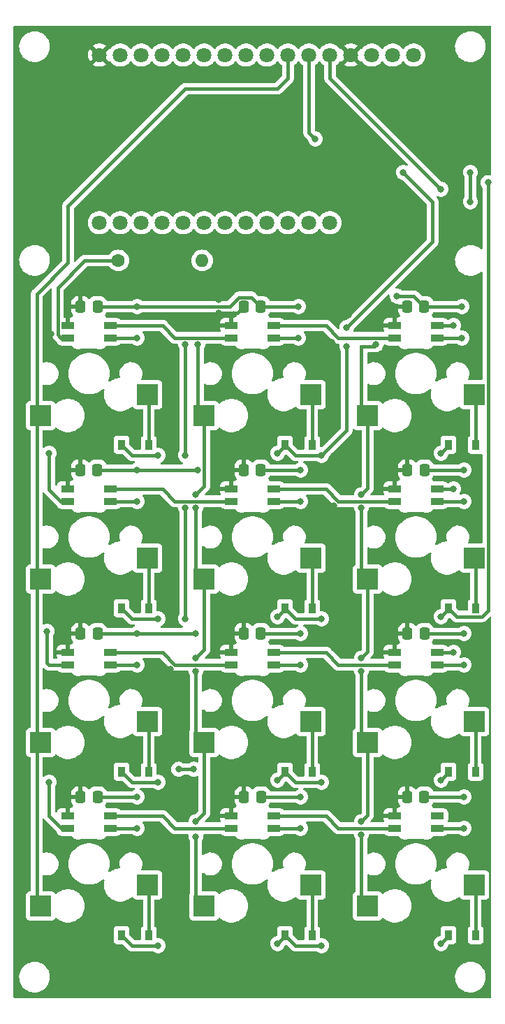
<source format=gbr>
%TF.GenerationSoftware,KiCad,Pcbnew,5.99.0-1.20210824gita02ea16.fc34*%
%TF.CreationDate,2021-08-29T08:53:42+03:00*%
%TF.ProjectId,Macropad,4d616372-6f70-4616-942e-6b696361645f,rev?*%
%TF.SameCoordinates,Original*%
%TF.FileFunction,Copper,L2,Bot*%
%TF.FilePolarity,Positive*%
%FSLAX46Y46*%
G04 Gerber Fmt 4.6, Leading zero omitted, Abs format (unit mm)*
G04 Created by KiCad (PCBNEW 5.99.0-1.20210824gita02ea16.fc34) date 2021-08-29 08:53:42*
%MOMM*%
%LPD*%
G01*
G04 APERTURE LIST*
G04 Aperture macros list*
%AMRoundRect*
0 Rectangle with rounded corners*
0 $1 Rounding radius*
0 $2 $3 $4 $5 $6 $7 $8 $9 X,Y pos of 4 corners*
0 Add a 4 corners polygon primitive as box body*
4,1,4,$2,$3,$4,$5,$6,$7,$8,$9,$2,$3,0*
0 Add four circle primitives for the rounded corners*
1,1,$1+$1,$2,$3*
1,1,$1+$1,$4,$5*
1,1,$1+$1,$6,$7*
1,1,$1+$1,$8,$9*
0 Add four rect primitives between the rounded corners*
20,1,$1+$1,$2,$3,$4,$5,0*
20,1,$1+$1,$4,$5,$6,$7,0*
20,1,$1+$1,$6,$7,$8,$9,0*
20,1,$1+$1,$8,$9,$2,$3,0*%
G04 Aperture macros list end*
%TA.AperFunction,SMDPad,CuDef*%
%ADD10RoundRect,0.082000X-0.718000X0.328000X-0.718000X-0.328000X0.718000X-0.328000X0.718000X0.328000X0*%
%TD*%
%TA.AperFunction,ComponentPad*%
%ADD11C,1.600000*%
%TD*%
%TA.AperFunction,ComponentPad*%
%ADD12O,1.600000X1.600000*%
%TD*%
%TA.AperFunction,SMDPad,CuDef*%
%ADD13R,2.550000X2.500000*%
%TD*%
%TA.AperFunction,ComponentPad*%
%ADD14C,1.800000*%
%TD*%
%TA.AperFunction,SMDPad,CuDef*%
%ADD15RoundRect,0.250000X0.337500X0.475000X-0.337500X0.475000X-0.337500X-0.475000X0.337500X-0.475000X0*%
%TD*%
%TA.AperFunction,SMDPad,CuDef*%
%ADD16R,0.900000X1.200000*%
%TD*%
%TA.AperFunction,ViaPad*%
%ADD17C,0.800000*%
%TD*%
%TA.AperFunction,Conductor*%
%ADD18C,0.381000*%
%TD*%
G04 APERTURE END LIST*
D10*
%TO.P,LED1,1,VSS*%
%TO.N,Earth*%
X86300000Y-60718000D03*
%TO.P,LED1,2,DIN*%
%TO.N,NeoPixelControls*%
X86300000Y-62218000D03*
%TO.P,LED1,3,VDD*%
%TO.N,+3V3*%
X91500000Y-62218000D03*
%TO.P,LED1,4,DOUT*%
%TO.N,Net-(LED1-Pad4)*%
X91500000Y-60718000D03*
%TD*%
%TO.P,LED2,1,VSS*%
%TO.N,Earth*%
X106112000Y-60718000D03*
%TO.P,LED2,2,DIN*%
%TO.N,Net-(LED1-Pad4)*%
X106112000Y-62218000D03*
%TO.P,LED2,3,VDD*%
%TO.N,+3V3*%
X111312000Y-62218000D03*
%TO.P,LED2,4,DOUT*%
%TO.N,Net-(LED2-Pad4)*%
X111312000Y-60718000D03*
%TD*%
%TO.P,LED3,1,VSS*%
%TO.N,Earth*%
X125924000Y-60718000D03*
%TO.P,LED3,2,DIN*%
%TO.N,Net-(LED2-Pad4)*%
X125924000Y-62218000D03*
%TO.P,LED3,3,VDD*%
%TO.N,+3V3*%
X131124000Y-62218000D03*
%TO.P,LED3,4,DOUT*%
%TO.N,Net-(LED3-Pad4)*%
X131124000Y-60718000D03*
%TD*%
%TO.P,LED4,1,VSS*%
%TO.N,Earth*%
X86300000Y-80530000D03*
%TO.P,LED4,2,DIN*%
%TO.N,Net-(LED3-Pad4)*%
X86300000Y-82030000D03*
%TO.P,LED4,3,VDD*%
%TO.N,+3V3*%
X91500000Y-82030000D03*
%TO.P,LED4,4,DOUT*%
%TO.N,Net-(LED4-Pad4)*%
X91500000Y-80530000D03*
%TD*%
%TO.P,LED5,1,VSS*%
%TO.N,Earth*%
X106112000Y-80530000D03*
%TO.P,LED5,2,DIN*%
%TO.N,Net-(LED4-Pad4)*%
X106112000Y-82030000D03*
%TO.P,LED5,3,VDD*%
%TO.N,+3V3*%
X111312000Y-82030000D03*
%TO.P,LED5,4,DOUT*%
%TO.N,Net-(LED5-Pad4)*%
X111312000Y-80530000D03*
%TD*%
%TO.P,LED6,1,VSS*%
%TO.N,Earth*%
X125924000Y-80530000D03*
%TO.P,LED6,2,DIN*%
%TO.N,Net-(LED5-Pad4)*%
X125924000Y-82030000D03*
%TO.P,LED6,3,VDD*%
%TO.N,+3V3*%
X131124000Y-82030000D03*
%TO.P,LED6,4,DOUT*%
%TO.N,Net-(LED6-Pad4)*%
X131124000Y-80530000D03*
%TD*%
%TO.P,LED7,1,VSS*%
%TO.N,Earth*%
X86300000Y-100342000D03*
%TO.P,LED7,2,DIN*%
%TO.N,Net-(LED6-Pad4)*%
X86300000Y-101842000D03*
%TO.P,LED7,3,VDD*%
%TO.N,+3V3*%
X91500000Y-101842000D03*
%TO.P,LED7,4,DOUT*%
%TO.N,Net-(LED7-Pad4)*%
X91500000Y-100342000D03*
%TD*%
%TO.P,LED8,1,VSS*%
%TO.N,Earth*%
X106112000Y-100342000D03*
%TO.P,LED8,2,DIN*%
%TO.N,Net-(LED7-Pad4)*%
X106112000Y-101842000D03*
%TO.P,LED8,3,VDD*%
%TO.N,+3V3*%
X111312000Y-101842000D03*
%TO.P,LED8,4,DOUT*%
%TO.N,Net-(LED8-Pad4)*%
X111312000Y-100342000D03*
%TD*%
%TO.P,LED9,1,VSS*%
%TO.N,Earth*%
X125924000Y-100342000D03*
%TO.P,LED9,2,DIN*%
%TO.N,Net-(LED8-Pad4)*%
X125924000Y-101842000D03*
%TO.P,LED9,3,VDD*%
%TO.N,+3V3*%
X131124000Y-101842000D03*
%TO.P,LED9,4,DOUT*%
%TO.N,Net-(LED10-Pad2)*%
X131124000Y-100342000D03*
%TD*%
%TO.P,LED10,1,VSS*%
%TO.N,Earth*%
X86300000Y-120154000D03*
%TO.P,LED10,2,DIN*%
%TO.N,Net-(LED10-Pad2)*%
X86300000Y-121654000D03*
%TO.P,LED10,3,VDD*%
%TO.N,+3V3*%
X91500000Y-121654000D03*
%TO.P,LED10,4,DOUT*%
%TO.N,Net-(LED10-Pad4)*%
X91500000Y-120154000D03*
%TD*%
%TO.P,LED11,1,VSS*%
%TO.N,Earth*%
X106112000Y-120154000D03*
%TO.P,LED11,2,DIN*%
%TO.N,Net-(LED10-Pad4)*%
X106112000Y-121654000D03*
%TO.P,LED11,3,VDD*%
%TO.N,+3V3*%
X111312000Y-121654000D03*
%TO.P,LED11,4,DOUT*%
%TO.N,Net-(LED11-Pad4)*%
X111312000Y-120154000D03*
%TD*%
%TO.P,LED12,1,VSS*%
%TO.N,Earth*%
X125924000Y-120154000D03*
%TO.P,LED12,2,DIN*%
%TO.N,Net-(LED11-Pad4)*%
X125924000Y-121654000D03*
%TO.P,LED12,3,VDD*%
%TO.N,+3V3*%
X131124000Y-121654000D03*
%TO.P,LED12,4,DOUT*%
%TO.N,N/C*%
X131124000Y-120154000D03*
%TD*%
D11*
%TO.P,RLED1,1*%
%TO.N,NeoPixelControls*%
X92456000Y-52832000D03*
D12*
%TO.P,RLED1,2*%
%TO.N,Net-(MCU1-Pad23)*%
X102616000Y-52832000D03*
%TD*%
D13*
%TO.P,SW1,1,1*%
%TO.N,Net-(D1-Pad2)*%
X95985000Y-69088000D03*
%TO.P,SW1,2,2*%
%TO.N,COL0*%
X83058000Y-71628000D03*
%TD*%
%TO.P,SW2,1,1*%
%TO.N,Net-(D2-Pad2)*%
X115797000Y-69088000D03*
%TO.P,SW2,2,2*%
%TO.N,COL1*%
X102870000Y-71628000D03*
%TD*%
%TO.P,SW3,1,1*%
%TO.N,Net-(D3-Pad2)*%
X135609000Y-69088000D03*
%TO.P,SW3,2,2*%
%TO.N,COL2*%
X122682000Y-71628000D03*
%TD*%
%TO.P,SW4,1,1*%
%TO.N,Net-(D4-Pad2)*%
X95985000Y-88900000D03*
%TO.P,SW4,2,2*%
%TO.N,COL0*%
X83058000Y-91440000D03*
%TD*%
%TO.P,SW5,1,1*%
%TO.N,Net-(D5-Pad2)*%
X115797000Y-88900000D03*
%TO.P,SW5,2,2*%
%TO.N,COL1*%
X102870000Y-91440000D03*
%TD*%
%TO.P,SW6,1,1*%
%TO.N,Net-(D6-Pad2)*%
X135609000Y-88900000D03*
%TO.P,SW6,2,2*%
%TO.N,COL2*%
X122682000Y-91440000D03*
%TD*%
%TO.P,SW7,1,1*%
%TO.N,Net-(D7-Pad2)*%
X95985000Y-108712000D03*
%TO.P,SW7,2,2*%
%TO.N,COL0*%
X83058000Y-111252000D03*
%TD*%
%TO.P,SW8,1,1*%
%TO.N,Net-(D8-Pad2)*%
X115797000Y-108712000D03*
%TO.P,SW8,2,2*%
%TO.N,COL1*%
X102870000Y-111252000D03*
%TD*%
%TO.P,SW9,1,1*%
%TO.N,Net-(D9-Pad2)*%
X135609000Y-108712000D03*
%TO.P,SW9,2,2*%
%TO.N,COL2*%
X122682000Y-111252000D03*
%TD*%
%TO.P,SW10,1,1*%
%TO.N,Net-(D10-Pad2)*%
X95985000Y-128524000D03*
%TO.P,SW10,2,2*%
%TO.N,COL0*%
X83058000Y-131064000D03*
%TD*%
%TO.P,SW11,1,1*%
%TO.N,Net-(D11-Pad2)*%
X115797000Y-128524000D03*
%TO.P,SW11,2,2*%
%TO.N,COL1*%
X102870000Y-131064000D03*
%TD*%
%TO.P,SW12,1,1*%
%TO.N,Net-(D12-Pad2)*%
X135609000Y-128524000D03*
%TO.P,SW12,2,2*%
%TO.N,COL2*%
X122682000Y-131064000D03*
%TD*%
D14*
%TO.P,MCU1,1,RESET*%
%TO.N,N/C*%
X128270000Y-27940000D03*
%TO.P,MCU1,2,3V3*%
%TO.N,+3V3*%
X125730000Y-27940000D03*
%TO.P,MCU1,3,AREF*%
%TO.N,N/C*%
X123190000Y-27940000D03*
%TO.P,MCU1,4,GND*%
%TO.N,Earth*%
X120650000Y-27940000D03*
%TO.P,MCU1,5,D18/A0*%
%TO.N,COL2*%
X118110000Y-27940000D03*
%TO.P,MCU1,6,D19/A1*%
%TO.N,COL1*%
X115570000Y-27940000D03*
%TO.P,MCU1,7,D20/A2*%
%TO.N,COL0*%
X113030000Y-27940000D03*
%TO.P,MCU1,8,D21/A3*%
%TO.N,ROW0*%
X110490000Y-27940000D03*
%TO.P,MCU1,9,D22/A4*%
%TO.N,ROW1*%
X107950000Y-27940000D03*
%TO.P,MCU1,10,D23/A5*%
%TO.N,ROW2*%
X105410000Y-27940000D03*
%TO.P,MCU1,11,D15/SCLK*%
%TO.N,ROW3*%
X102870000Y-27940000D03*
%TO.P,MCU1,12,D16/MOSI*%
%TO.N,N/C*%
X100330000Y-27940000D03*
%TO.P,MCU1,13,D14/MISO*%
X97790000Y-27940000D03*
%TO.P,MCU1,14,D0/RX*%
X95250000Y-27940000D03*
%TO.P,MCU1,15,D1/TX*%
X92710000Y-27940000D03*
%TO.P,MCU1,16,GND*%
%TO.N,Earth*%
X90170000Y-27940000D03*
%TO.P,MCU1,17,D2/SDA*%
%TO.N,N/C*%
X90170000Y-48260000D03*
%TO.P,MCU1,18,D3/SCL*%
X92710000Y-48260000D03*
%TO.P,MCU1,19,D5*%
X95250000Y-48260000D03*
%TO.P,MCU1,20,D6/A7*%
X97790000Y-48260000D03*
%TO.P,MCU1,21,D9/A9*%
X100330000Y-48260000D03*
%TO.P,MCU1,22,D10/A10*%
X102870000Y-48260000D03*
%TO.P,MCU1,23,D11*%
%TO.N,Net-(MCU1-Pad23)*%
X105410000Y-48260000D03*
%TO.P,MCU1,24,D12/A11*%
%TO.N,N/C*%
X107950000Y-48260000D03*
%TO.P,MCU1,25,D13*%
X110490000Y-48260000D03*
%TO.P,MCU1,26,VBUS*%
X113030000Y-48260000D03*
%TO.P,MCU1,27,Reg._En*%
X115570000Y-48260000D03*
%TO.P,MCU1,28,VBAT*%
X118110000Y-48260000D03*
%TD*%
D15*
%TO.P,C1,1*%
%TO.N,+3V3*%
X89937500Y-58420000D03*
%TO.P,C1,2*%
%TO.N,Earth*%
X87862500Y-58420000D03*
%TD*%
%TO.P,C2,1*%
%TO.N,+3V3*%
X109728000Y-58420000D03*
%TO.P,C2,2*%
%TO.N,Earth*%
X107653000Y-58420000D03*
%TD*%
%TO.P,C3,1*%
%TO.N,+3V3*%
X129540000Y-58420000D03*
%TO.P,C3,2*%
%TO.N,Earth*%
X127465000Y-58420000D03*
%TD*%
%TO.P,C4,1*%
%TO.N,+3V3*%
X89916000Y-78232000D03*
%TO.P,C4,2*%
%TO.N,Earth*%
X87841000Y-78232000D03*
%TD*%
%TO.P,C5,1*%
%TO.N,+3V3*%
X109728000Y-78232000D03*
%TO.P,C5,2*%
%TO.N,Earth*%
X107653000Y-78232000D03*
%TD*%
%TO.P,C6,1*%
%TO.N,+3V3*%
X129561500Y-78232000D03*
%TO.P,C6,2*%
%TO.N,Earth*%
X127486500Y-78232000D03*
%TD*%
%TO.P,C7,1*%
%TO.N,+3V3*%
X89937500Y-98044000D03*
%TO.P,C7,2*%
%TO.N,Earth*%
X87862500Y-98044000D03*
%TD*%
%TO.P,C8,1*%
%TO.N,+3V3*%
X109728000Y-98044000D03*
%TO.P,C8,2*%
%TO.N,Earth*%
X107653000Y-98044000D03*
%TD*%
%TO.P,C9,1*%
%TO.N,+3V3*%
X129561500Y-98044000D03*
%TO.P,C9,2*%
%TO.N,Earth*%
X127486500Y-98044000D03*
%TD*%
%TO.P,C10,1*%
%TO.N,+3V3*%
X89937500Y-117856000D03*
%TO.P,C10,2*%
%TO.N,Earth*%
X87862500Y-117856000D03*
%TD*%
%TO.P,C11,1*%
%TO.N,+3V3*%
X109749500Y-117856000D03*
%TO.P,C11,2*%
%TO.N,Earth*%
X107674500Y-117856000D03*
%TD*%
%TO.P,C12,1*%
%TO.N,+3V3*%
X129540000Y-117856000D03*
%TO.P,C12,2*%
%TO.N,Earth*%
X127465000Y-117856000D03*
%TD*%
D16*
%TO.P,D1,1,K*%
%TO.N,ROW0*%
X92838000Y-75184000D03*
%TO.P,D1,2,A*%
%TO.N,Net-(D1-Pad2)*%
X96138000Y-75184000D03*
%TD*%
%TO.P,D2,1,K*%
%TO.N,ROW0*%
X112650000Y-75184000D03*
%TO.P,D2,2,A*%
%TO.N,Net-(D2-Pad2)*%
X115950000Y-75184000D03*
%TD*%
%TO.P,D3,1,K*%
%TO.N,ROW0*%
X132462000Y-75184000D03*
%TO.P,D3,2,A*%
%TO.N,Net-(D3-Pad2)*%
X135762000Y-75184000D03*
%TD*%
%TO.P,D4,1,K*%
%TO.N,ROW1*%
X92838000Y-94996000D03*
%TO.P,D4,2,A*%
%TO.N,Net-(D4-Pad2)*%
X96138000Y-94996000D03*
%TD*%
%TO.P,D5,1,K*%
%TO.N,ROW1*%
X112650000Y-94996000D03*
%TO.P,D5,2,A*%
%TO.N,Net-(D5-Pad2)*%
X115950000Y-94996000D03*
%TD*%
%TO.P,D6,1,K*%
%TO.N,ROW1*%
X132462000Y-94996000D03*
%TO.P,D6,2,A*%
%TO.N,Net-(D6-Pad2)*%
X135762000Y-94996000D03*
%TD*%
%TO.P,D7,1,K*%
%TO.N,ROW2*%
X92838000Y-114808000D03*
%TO.P,D7,2,A*%
%TO.N,Net-(D7-Pad2)*%
X96138000Y-114808000D03*
%TD*%
%TO.P,D8,1,K*%
%TO.N,ROW2*%
X112650000Y-114808000D03*
%TO.P,D8,2,A*%
%TO.N,Net-(D8-Pad2)*%
X115950000Y-114808000D03*
%TD*%
%TO.P,D9,1,K*%
%TO.N,ROW2*%
X132462000Y-114808000D03*
%TO.P,D9,2,A*%
%TO.N,Net-(D9-Pad2)*%
X135762000Y-114808000D03*
%TD*%
%TO.P,D10,1,K*%
%TO.N,ROW3*%
X92838000Y-134620000D03*
%TO.P,D10,2,A*%
%TO.N,Net-(D10-Pad2)*%
X96138000Y-134620000D03*
%TD*%
%TO.P,D11,1,K*%
%TO.N,ROW3*%
X112650000Y-134620000D03*
%TO.P,D11,2,A*%
%TO.N,Net-(D11-Pad2)*%
X115950000Y-134620000D03*
%TD*%
%TO.P,D12,1,K*%
%TO.N,ROW3*%
X132462000Y-134620000D03*
%TO.P,D12,2,A*%
%TO.N,Net-(D12-Pad2)*%
X135762000Y-134620000D03*
%TD*%
D17*
%TO.N,ROW0*%
X97282000Y-76454000D03*
X120142000Y-60960000D03*
X120142000Y-63246000D03*
X127000000Y-42164000D03*
X111760000Y-76200000D03*
X131572000Y-76200000D03*
X117094000Y-76454000D03*
%TO.N,ROW1*%
X97282000Y-96266000D03*
X111760000Y-96012000D03*
X117094000Y-96266000D03*
X131572000Y-96012000D03*
X137274501Y-43394559D03*
%TO.N,ROW2*%
X117094000Y-116078000D03*
X100584000Y-82820500D03*
X111760000Y-115824000D03*
X100584000Y-76454000D03*
X100584000Y-96266000D03*
X131572000Y-115824000D03*
X97282000Y-116078000D03*
X100584000Y-63008500D03*
%TO.N,ROW3*%
X111760000Y-135636000D03*
X131572000Y-135636000D03*
X117094000Y-135890000D03*
X97282000Y-135890000D03*
%TO.N,COL2*%
X121920000Y-81239500D03*
X131572000Y-44196000D03*
X121920000Y-101051500D03*
X121920000Y-120863500D03*
X121920000Y-102632500D03*
X123698000Y-63008500D03*
X121920000Y-122444500D03*
X121920000Y-82820500D03*
%TO.N,COL1*%
X101854000Y-102632500D03*
X101854000Y-120863500D03*
X101854000Y-81239500D03*
X101854000Y-122682000D03*
X101854000Y-82820500D03*
X102108000Y-63008500D03*
X116332000Y-38100000D03*
X101854000Y-101051500D03*
%TO.N,+3V3*%
X94742000Y-117856000D03*
X94742000Y-121666000D03*
X94742000Y-98044000D03*
X94742000Y-101854000D03*
X134112000Y-58420000D03*
X101854000Y-98044000D03*
X134366000Y-98044000D03*
X114300000Y-58420000D03*
X94742000Y-78232000D03*
X135128000Y-42164000D03*
X114554000Y-82042000D03*
X114554000Y-101854000D03*
X114300000Y-62230000D03*
X126238000Y-57150000D03*
X94742000Y-62230000D03*
X134366000Y-121666000D03*
X134366000Y-78232000D03*
X114554000Y-117856000D03*
X134112000Y-62230000D03*
X135128000Y-45720000D03*
X134366000Y-82042000D03*
X114554000Y-98044000D03*
X102079500Y-78232000D03*
X114554000Y-78232000D03*
X94742000Y-58420000D03*
X114554000Y-121666000D03*
X134366000Y-101854000D03*
X134366000Y-117856000D03*
X94742000Y-82042000D03*
%TO.N,Earth*%
X98756387Y-102414013D03*
X98806000Y-76454000D03*
X98806000Y-135890000D03*
X118364000Y-62738000D03*
X84318990Y-61722000D03*
X86360000Y-58420000D03*
X118568387Y-82602013D03*
X123952000Y-80264000D03*
X118618000Y-135890000D03*
X118618000Y-99822000D03*
X98806000Y-96266000D03*
X84074000Y-83058000D03*
X104648000Y-59210500D03*
X104648000Y-57629500D03*
X120396000Y-59436000D03*
X118618000Y-56642000D03*
X118618000Y-76454000D03*
X118618000Y-116078000D03*
X98806000Y-56642000D03*
X118618000Y-96266000D03*
X123393032Y-60655032D03*
X98806000Y-116078000D03*
X118618000Y-79022500D03*
%TO.N,Net-(LED3-Pad4)*%
X133096000Y-60706000D03*
X84074000Y-76200000D03*
%TO.N,Net-(LED6-Pad4)*%
X83820000Y-97790000D03*
X133096000Y-80518000D03*
%TO.N,Net-(LED10-Pad2)*%
X133096000Y-100330000D03*
X99764999Y-114496999D03*
X84074000Y-116078000D03*
X101600000Y-114496999D03*
%TD*%
D18*
%TO.N,ROW0*%
X113920000Y-76454000D02*
X112650000Y-75184000D01*
X132462000Y-75184000D02*
X132462000Y-75310000D01*
X112650000Y-75184000D02*
X112650000Y-75310000D01*
X94108000Y-76454000D02*
X92838000Y-75184000D01*
X120142000Y-73406000D02*
X120142000Y-63246000D01*
X117094000Y-76454000D02*
X113920000Y-76454000D01*
X127000000Y-42164000D02*
X130556000Y-45720000D01*
X112650000Y-75310000D02*
X111760000Y-76200000D01*
X132462000Y-75310000D02*
X131572000Y-76200000D01*
X130556000Y-45720000D02*
X130556000Y-50546000D01*
X97282000Y-76454000D02*
X94108000Y-76454000D01*
X120142000Y-60960000D02*
X130556000Y-50546000D01*
X117094000Y-76454000D02*
X120142000Y-73406000D01*
%TO.N,Net-(D1-Pad2)*%
X96138000Y-69241000D02*
X95985000Y-69088000D01*
X96138000Y-75184000D02*
X96138000Y-69241000D01*
%TO.N,Net-(D2-Pad2)*%
X115950000Y-69241000D02*
X115797000Y-69088000D01*
X115950000Y-75184000D02*
X115950000Y-69241000D01*
%TO.N,Net-(D3-Pad2)*%
X135762000Y-69241000D02*
X135609000Y-69088000D01*
X135762000Y-75184000D02*
X135762000Y-69241000D01*
%TO.N,ROW1*%
X132462000Y-95122000D02*
X131572000Y-96012000D01*
X112650000Y-94996000D02*
X112650000Y-95122000D01*
X112650000Y-95122000D02*
X111760000Y-96012000D01*
X113920000Y-96266000D02*
X112650000Y-94996000D01*
X97282000Y-96266000D02*
X94108000Y-96266000D01*
X132462000Y-94996000D02*
X132462000Y-95122000D01*
X94108000Y-96266000D02*
X92838000Y-94996000D01*
X117094000Y-96266000D02*
X113920000Y-96266000D01*
X136524401Y-95986501D02*
X137274501Y-95236401D01*
X133452501Y-95986501D02*
X136524401Y-95986501D01*
X137274501Y-95236401D02*
X137274501Y-43394559D01*
X132462000Y-94996000D02*
X133452501Y-95986501D01*
%TO.N,Net-(D4-Pad2)*%
X96138000Y-94996000D02*
X96138000Y-89053000D01*
X96138000Y-89053000D02*
X95985000Y-88900000D01*
%TO.N,Net-(D5-Pad2)*%
X115950000Y-89053000D02*
X115797000Y-88900000D01*
X115950000Y-94996000D02*
X115950000Y-89053000D01*
%TO.N,Net-(D6-Pad2)*%
X135762000Y-89053000D02*
X135609000Y-88900000D01*
X135762000Y-94996000D02*
X135762000Y-89053000D01*
%TO.N,ROW2*%
X112650000Y-114934000D02*
X111760000Y-115824000D01*
X112650000Y-114808000D02*
X112650000Y-114934000D01*
X132462000Y-114934000D02*
X131572000Y-115824000D01*
X117094000Y-116078000D02*
X113920000Y-116078000D01*
X94108000Y-116078000D02*
X92838000Y-114808000D01*
X97282000Y-116078000D02*
X94108000Y-116078000D01*
X100584000Y-96266000D02*
X100584000Y-82820500D01*
X113920000Y-116078000D02*
X112650000Y-114808000D01*
X132462000Y-114808000D02*
X132462000Y-114934000D01*
X100584000Y-76454000D02*
X100584000Y-63008500D01*
%TO.N,Net-(D7-Pad2)*%
X96138000Y-114808000D02*
X96138000Y-108865000D01*
X96138000Y-108865000D02*
X95985000Y-108712000D01*
%TO.N,Net-(D8-Pad2)*%
X115950000Y-108865000D02*
X115797000Y-108712000D01*
X115950000Y-114808000D02*
X115950000Y-108865000D01*
%TO.N,Net-(D9-Pad2)*%
X135762000Y-114808000D02*
X135762000Y-108865000D01*
X135762000Y-108865000D02*
X135609000Y-108712000D01*
%TO.N,ROW3*%
X94108000Y-135890000D02*
X92838000Y-134620000D01*
X132462000Y-134620000D02*
X132462000Y-134746000D01*
X112650000Y-134620000D02*
X112650000Y-134746000D01*
X112650000Y-134746000D02*
X111760000Y-135636000D01*
X132462000Y-134746000D02*
X131572000Y-135636000D01*
X113920000Y-135890000D02*
X112650000Y-134620000D01*
X97282000Y-135890000D02*
X94108000Y-135890000D01*
X117094000Y-135890000D02*
X113920000Y-135890000D01*
%TO.N,Net-(D10-Pad2)*%
X96138000Y-134620000D02*
X96138000Y-128677000D01*
X96138000Y-128677000D02*
X95985000Y-128524000D01*
%TO.N,Net-(D11-Pad2)*%
X115950000Y-128677000D02*
X115797000Y-128524000D01*
X115950000Y-134620000D02*
X115950000Y-128677000D01*
%TO.N,COL2*%
X122682000Y-80477500D02*
X121920000Y-81239500D01*
X122682000Y-111252000D02*
X122682000Y-120101500D01*
X118110000Y-30734000D02*
X118110000Y-27940000D01*
X121920000Y-130302000D02*
X122682000Y-131064000D01*
X122682000Y-71628000D02*
X122682000Y-80477500D01*
X121920000Y-122444500D02*
X121920000Y-130302000D01*
X122682000Y-71628000D02*
X121920000Y-70866000D01*
X122682000Y-120101500D02*
X121920000Y-120863500D01*
X123460500Y-63246000D02*
X123698000Y-63008500D01*
X121920000Y-102632500D02*
X121920000Y-110490000D01*
X122682000Y-91440000D02*
X122682000Y-100289500D01*
X121920000Y-110490000D02*
X122682000Y-111252000D01*
X121920000Y-82820500D02*
X121920000Y-90678000D01*
X121920000Y-70866000D02*
X121920000Y-63246000D01*
X121920000Y-90678000D02*
X122682000Y-91440000D01*
X131572000Y-44196000D02*
X118110000Y-30734000D01*
X122682000Y-100289500D02*
X121920000Y-101051500D01*
X121920000Y-63246000D02*
X123460500Y-63246000D01*
%TO.N,COL1*%
X102870000Y-71628000D02*
X102870000Y-80223500D01*
X101854000Y-122682000D02*
X101854000Y-130048000D01*
X102108000Y-70866000D02*
X102108000Y-63008500D01*
X102870000Y-80223500D02*
X101854000Y-81239500D01*
X102870000Y-111252000D02*
X102870000Y-119847500D01*
X102870000Y-100035500D02*
X101854000Y-101051500D01*
X101854000Y-82820500D02*
X101854000Y-90424000D01*
X101854000Y-90424000D02*
X102870000Y-91440000D01*
X102870000Y-119847500D02*
X101854000Y-120863500D01*
X101854000Y-110236000D02*
X102870000Y-111252000D01*
X102870000Y-71628000D02*
X102108000Y-70866000D01*
X102870000Y-91440000D02*
X102870000Y-100035500D01*
X115570000Y-37338000D02*
X116332000Y-38100000D01*
X101854000Y-130048000D02*
X102870000Y-131064000D01*
X115570000Y-37338000D02*
X115570000Y-27940000D01*
X101854000Y-102632500D02*
X101854000Y-110236000D01*
%TO.N,COL0*%
X82554499Y-125376559D02*
X82554499Y-108707501D01*
X82554499Y-90936499D02*
X83058000Y-91440000D01*
X113030000Y-30734000D02*
X113030000Y-27940000D01*
X82554499Y-125376559D02*
X82554499Y-130560499D01*
X111760000Y-32004000D02*
X113030000Y-30734000D01*
X82554499Y-130560499D02*
X83058000Y-131064000D01*
X82554499Y-72131501D02*
X82554499Y-90936499D01*
X82554499Y-71124499D02*
X82554499Y-56907559D01*
X83058000Y-71628000D02*
X82554499Y-71124499D01*
X86360000Y-53102058D02*
X86360000Y-46228000D01*
X86360000Y-46228000D02*
X100584000Y-32004000D01*
X82554499Y-56907559D02*
X86360000Y-53102058D01*
X100584000Y-32004000D02*
X111760000Y-32004000D01*
X82554499Y-108707501D02*
X82554499Y-110748499D01*
X83058000Y-91440000D02*
X82554499Y-91943501D01*
X83058000Y-71628000D02*
X82554499Y-72131501D01*
X82554499Y-91943501D02*
X82554499Y-108707501D01*
%TO.N,+3V3*%
X94742000Y-117856000D02*
X89937500Y-117856000D01*
X91500000Y-121654000D02*
X94730000Y-121654000D01*
X94742000Y-98044000D02*
X89937500Y-98044000D01*
X91500000Y-101842000D02*
X94730000Y-101842000D01*
X111312000Y-121654000D02*
X114542000Y-121654000D01*
X107050190Y-57304490D02*
X108612490Y-57304490D01*
X131124000Y-101842000D02*
X134354000Y-101842000D01*
X91500000Y-82030000D02*
X94730000Y-82030000D01*
X91500000Y-62218000D02*
X94730000Y-62218000D01*
X114300000Y-58420000D02*
X109728000Y-58420000D01*
X94742000Y-98044000D02*
X101854000Y-98044000D01*
X94742000Y-78232000D02*
X102079500Y-78232000D01*
X114554000Y-78232000D02*
X109749500Y-78232000D01*
X94742000Y-58420000D02*
X105934680Y-58420000D01*
X108612490Y-57304490D02*
X109728000Y-58420000D01*
X94742000Y-58420000D02*
X89937500Y-58420000D01*
X131124000Y-62218000D02*
X134100000Y-62218000D01*
X105934680Y-58420000D02*
X107050190Y-57304490D01*
X126238000Y-57150000D02*
X128270000Y-57150000D01*
X94730000Y-62218000D02*
X94742000Y-62230000D01*
X135128000Y-42164000D02*
X135128000Y-45720000D01*
X111312000Y-101842000D02*
X114542000Y-101842000D01*
X134366000Y-117856000D02*
X129561500Y-117856000D01*
X134112000Y-58420000D02*
X129540000Y-58420000D01*
X111312000Y-62218000D02*
X114288000Y-62218000D01*
X128270000Y-57150000D02*
X129540000Y-58420000D01*
X134100000Y-62218000D02*
X134112000Y-62230000D01*
X134366000Y-78232000D02*
X129561500Y-78232000D01*
X131124000Y-82030000D02*
X134354000Y-82030000D01*
X131124000Y-121654000D02*
X134354000Y-121654000D01*
X94742000Y-78232000D02*
X89937500Y-78232000D01*
X114554000Y-98044000D02*
X109749500Y-98044000D01*
X114554000Y-117856000D02*
X109749500Y-117856000D01*
X134366000Y-98044000D02*
X129561500Y-98044000D01*
X114288000Y-62218000D02*
X114300000Y-62230000D01*
X111312000Y-82030000D02*
X114542000Y-82030000D01*
%TO.N,NeoPixelControls*%
X85500000Y-62218000D02*
X85109490Y-61827490D01*
X85109490Y-56114510D02*
X88392000Y-52832000D01*
X85109490Y-61827490D02*
X85109490Y-56114510D01*
X88392000Y-52832000D02*
X92456000Y-52832000D01*
X86300000Y-62218000D02*
X85500000Y-62218000D01*
%TO.N,Earth*%
X104648000Y-59210500D02*
X106862500Y-59210500D01*
X86300000Y-58480000D02*
X86360000Y-58420000D01*
X106862500Y-59210500D02*
X107653000Y-58420000D01*
%TO.N,Net-(LED1-Pad4)*%
X106112000Y-62218000D02*
X99302000Y-62218000D01*
X99302000Y-62218000D02*
X97802000Y-60718000D01*
X97802000Y-60718000D02*
X91500000Y-60718000D01*
%TO.N,Net-(LED2-Pad4)*%
X125924000Y-62218000D02*
X119114000Y-62218000D01*
X117614000Y-60718000D02*
X111312000Y-60718000D01*
X119114000Y-62218000D02*
X117614000Y-60718000D01*
%TO.N,Net-(LED3-Pad4)*%
X131124000Y-60718000D02*
X133084000Y-60718000D01*
X85500000Y-82030000D02*
X86300000Y-82030000D01*
X84074000Y-76200000D02*
X84074000Y-80604000D01*
X84074000Y-80604000D02*
X85500000Y-82030000D01*
%TO.N,Net-(LED4-Pad4)*%
X97802000Y-80530000D02*
X99302000Y-82030000D01*
X99302000Y-82030000D02*
X106112000Y-82030000D01*
X91500000Y-80530000D02*
X97802000Y-80530000D01*
%TO.N,Net-(LED5-Pad4)*%
X111312000Y-80530000D02*
X117614000Y-80530000D01*
X117614000Y-80530000D02*
X119114000Y-82030000D01*
X119114000Y-82030000D02*
X125924000Y-82030000D01*
%TO.N,Net-(LED6-Pad4)*%
X131124000Y-80530000D02*
X133084000Y-80530000D01*
X133084000Y-80530000D02*
X133096000Y-80518000D01*
X83820000Y-97790000D02*
X83820000Y-101600000D01*
X84062000Y-101842000D02*
X86300000Y-101842000D01*
X83820000Y-101600000D02*
X84062000Y-101842000D01*
%TO.N,Net-(LED7-Pad4)*%
X91500000Y-100342000D02*
X97802000Y-100342000D01*
X99302000Y-101842000D02*
X106112000Y-101842000D01*
X97802000Y-100342000D02*
X99302000Y-101842000D01*
%TO.N,Net-(LED8-Pad4)*%
X111312000Y-100342000D02*
X117614000Y-100342000D01*
X117614000Y-100342000D02*
X119114000Y-101842000D01*
X119114000Y-101842000D02*
X125924000Y-101842000D01*
%TO.N,Net-(LED10-Pad2)*%
X85586000Y-121654000D02*
X86300000Y-121654000D01*
X84074000Y-120142000D02*
X85586000Y-121654000D01*
X101600000Y-114496999D02*
X99764999Y-114496999D01*
X84074000Y-116078000D02*
X84074000Y-120142000D01*
X131124000Y-100342000D02*
X133084000Y-100342000D01*
%TO.N,Net-(LED10-Pad4)*%
X97802000Y-120154000D02*
X99302000Y-121654000D01*
X91500000Y-120154000D02*
X97802000Y-120154000D01*
X99302000Y-121654000D02*
X106112000Y-121654000D01*
%TO.N,Net-(D12-Pad2)*%
X135762000Y-128677000D02*
X135609000Y-128524000D01*
X135762000Y-134620000D02*
X135762000Y-128677000D01*
%TO.N,Net-(LED11-Pad4)*%
X119114000Y-121654000D02*
X125924000Y-121654000D01*
X117614000Y-120154000D02*
X119114000Y-121654000D01*
X111312000Y-120154000D02*
X117614000Y-120154000D01*
%TD*%
%TA.AperFunction,Conductor*%
%TO.N,Earth*%
G36*
X137610121Y-24404002D02*
G01*
X137656614Y-24457658D01*
X137668000Y-24510000D01*
X137668000Y-42393806D01*
X137647998Y-42461927D01*
X137594342Y-42508420D01*
X137524068Y-42518524D01*
X137515803Y-42517053D01*
X137376445Y-42487431D01*
X137376440Y-42487431D01*
X137369988Y-42486059D01*
X137179014Y-42486059D01*
X137172562Y-42487431D01*
X137172557Y-42487431D01*
X137085613Y-42505912D01*
X136992213Y-42525765D01*
X136986183Y-42528450D01*
X136986182Y-42528450D01*
X136823779Y-42600756D01*
X136823777Y-42600757D01*
X136817749Y-42603441D01*
X136663248Y-42715693D01*
X136535461Y-42857615D01*
X136439974Y-43023003D01*
X136380959Y-43204631D01*
X136360997Y-43394559D01*
X136380959Y-43584487D01*
X136439974Y-43766115D01*
X136535461Y-43931503D01*
X136543138Y-43940029D01*
X136573854Y-44004035D01*
X136575501Y-44024338D01*
X136575501Y-51345544D01*
X136555499Y-51413665D01*
X136501843Y-51460158D01*
X136431569Y-51470262D01*
X136366172Y-51440055D01*
X136363318Y-51437538D01*
X136360187Y-51434358D01*
X136356646Y-51431656D01*
X136356642Y-51431652D01*
X136154506Y-51277386D01*
X136154502Y-51277383D01*
X136150965Y-51274684D01*
X135921332Y-51146084D01*
X135675870Y-51051122D01*
X135671545Y-51050119D01*
X135671540Y-51050118D01*
X135502530Y-51010944D01*
X135419476Y-50991693D01*
X135157267Y-50968983D01*
X135152832Y-50969227D01*
X135152828Y-50969227D01*
X134898916Y-50983200D01*
X134898909Y-50983201D01*
X134894473Y-50983445D01*
X134766369Y-51008927D01*
X134640711Y-51033921D01*
X134640706Y-51033922D01*
X134636339Y-51034791D01*
X134632136Y-51036267D01*
X134392223Y-51120518D01*
X134392220Y-51120519D01*
X134388015Y-51121996D01*
X134384062Y-51124049D01*
X134384056Y-51124052D01*
X134252615Y-51192331D01*
X134154456Y-51243321D01*
X134150841Y-51245904D01*
X134150835Y-51245908D01*
X134047585Y-51319692D01*
X133940322Y-51396344D01*
X133937095Y-51399422D01*
X133937093Y-51399424D01*
X133789856Y-51539881D01*
X133749885Y-51578011D01*
X133586945Y-51784700D01*
X133558529Y-51833622D01*
X133456987Y-52008438D01*
X133456984Y-52008444D01*
X133454753Y-52012285D01*
X133453083Y-52016408D01*
X133368221Y-52225923D01*
X133355947Y-52256225D01*
X133354876Y-52260538D01*
X133354874Y-52260543D01*
X133331422Y-52354955D01*
X133292498Y-52511654D01*
X133265672Y-52773474D01*
X133265847Y-52777926D01*
X133273055Y-52961369D01*
X133276005Y-53036462D01*
X133323290Y-53295371D01*
X133406584Y-53545034D01*
X133408577Y-53549022D01*
X133485950Y-53703869D01*
X133524225Y-53780470D01*
X133526754Y-53784129D01*
X133656495Y-53971849D01*
X133673865Y-53996982D01*
X133852520Y-54190249D01*
X134056623Y-54356415D01*
X134060431Y-54358708D01*
X134060433Y-54358709D01*
X134278288Y-54489868D01*
X134278292Y-54489870D01*
X134282104Y-54492165D01*
X134418026Y-54549721D01*
X134520359Y-54593054D01*
X134520364Y-54593056D01*
X134524462Y-54594791D01*
X134528760Y-54595930D01*
X134528764Y-54595932D01*
X134651662Y-54628517D01*
X134778862Y-54662244D01*
X135040229Y-54693179D01*
X135303347Y-54686978D01*
X135307745Y-54686246D01*
X135558576Y-54644496D01*
X135558580Y-54644495D01*
X135562966Y-54643765D01*
X135567207Y-54642424D01*
X135567210Y-54642423D01*
X135809661Y-54565746D01*
X135809663Y-54565745D01*
X135813907Y-54564403D01*
X135817918Y-54562477D01*
X135817923Y-54562475D01*
X136047143Y-54452405D01*
X136047144Y-54452404D01*
X136051162Y-54450475D01*
X136161187Y-54376958D01*
X136266289Y-54306732D01*
X136266293Y-54306729D01*
X136269997Y-54304254D01*
X136273314Y-54301283D01*
X136273318Y-54301280D01*
X136365436Y-54218772D01*
X136429524Y-54188223D01*
X136499954Y-54197171D01*
X136554366Y-54242777D01*
X136575501Y-54312629D01*
X136575501Y-67203500D01*
X136555499Y-67271621D01*
X136501843Y-67318114D01*
X136449501Y-67329500D01*
X134963910Y-67329500D01*
X134895789Y-67309498D01*
X134849296Y-67255842D01*
X134839192Y-67185568D01*
X134850953Y-67147673D01*
X134892461Y-67063688D01*
X134892462Y-67063686D01*
X134894755Y-67059046D01*
X134960890Y-66841370D01*
X134974077Y-66741206D01*
X134990148Y-66619136D01*
X134990148Y-66619132D01*
X134990585Y-66615815D01*
X134990667Y-66612463D01*
X134992160Y-66551365D01*
X134992160Y-66551361D01*
X134992242Y-66548000D01*
X134973601Y-66321264D01*
X134918178Y-66100617D01*
X134842613Y-65926829D01*
X134829522Y-65896722D01*
X134829520Y-65896719D01*
X134827462Y-65891985D01*
X134703890Y-65700971D01*
X134550779Y-65532704D01*
X134372241Y-65391704D01*
X134334537Y-65370890D01*
X134267319Y-65333784D01*
X134173072Y-65281757D01*
X134168203Y-65280033D01*
X134168199Y-65280031D01*
X133963496Y-65207541D01*
X133963492Y-65207540D01*
X133958621Y-65205815D01*
X133953528Y-65204908D01*
X133953525Y-65204907D01*
X133739734Y-65166825D01*
X133739728Y-65166824D01*
X133734645Y-65165919D01*
X133661196Y-65165022D01*
X133512331Y-65163203D01*
X133512329Y-65163203D01*
X133507161Y-65163140D01*
X133282278Y-65197552D01*
X133066035Y-65268231D01*
X133061447Y-65270619D01*
X133061443Y-65270621D01*
X132926790Y-65340717D01*
X132864239Y-65373279D01*
X132860106Y-65376382D01*
X132860103Y-65376384D01*
X132839699Y-65391704D01*
X132682310Y-65509875D01*
X132525133Y-65674351D01*
X132396931Y-65862289D01*
X132394758Y-65866971D01*
X132394756Y-65866974D01*
X132366973Y-65926829D01*
X132301145Y-66068643D01*
X132240348Y-66287869D01*
X132216172Y-66514082D01*
X132216469Y-66519234D01*
X132216469Y-66519238D01*
X132218356Y-66551958D01*
X132229268Y-66741206D01*
X132230405Y-66746252D01*
X132230406Y-66746258D01*
X132272191Y-66931669D01*
X132267655Y-67002521D01*
X132225533Y-67059672D01*
X132165720Y-67084292D01*
X132043281Y-67100412D01*
X131936078Y-67114525D01*
X131671928Y-67186788D01*
X131667980Y-67188472D01*
X131423982Y-67292546D01*
X131423978Y-67292548D01*
X131420030Y-67294232D01*
X131345179Y-67339029D01*
X131188725Y-67432664D01*
X131188721Y-67432667D01*
X131185043Y-67434868D01*
X131181700Y-67437546D01*
X131181696Y-67437549D01*
X131092579Y-67508946D01*
X131026909Y-67535928D01*
X130957077Y-67523123D01*
X130905253Y-67474597D01*
X130887892Y-67405755D01*
X130893965Y-67371676D01*
X130957268Y-67176848D01*
X130958495Y-67173072D01*
X131017641Y-66863020D01*
X131037460Y-66548000D01*
X131017641Y-66232980D01*
X130958495Y-65922928D01*
X130885136Y-65697151D01*
X130862182Y-65626507D01*
X130862182Y-65626506D01*
X130860956Y-65622734D01*
X130859267Y-65619144D01*
X130728250Y-65340717D01*
X130728246Y-65340710D01*
X130726562Y-65337131D01*
X130557432Y-65070625D01*
X130356233Y-64827418D01*
X130126140Y-64611346D01*
X129870779Y-64425816D01*
X129594179Y-64273753D01*
X129590510Y-64272300D01*
X129590505Y-64272298D01*
X129304372Y-64159010D01*
X129304371Y-64159010D01*
X129300702Y-64157557D01*
X128994975Y-64079060D01*
X128681821Y-64039500D01*
X128366179Y-64039500D01*
X128053025Y-64079060D01*
X127747298Y-64157557D01*
X127743629Y-64159010D01*
X127743628Y-64159010D01*
X127457495Y-64272298D01*
X127457490Y-64272300D01*
X127453821Y-64273753D01*
X127177221Y-64425816D01*
X126921860Y-64611346D01*
X126691767Y-64827418D01*
X126490568Y-65070625D01*
X126321438Y-65337131D01*
X126319754Y-65340710D01*
X126319750Y-65340717D01*
X126188733Y-65619144D01*
X126187044Y-65622734D01*
X126185818Y-65626506D01*
X126185818Y-65626507D01*
X126162864Y-65697151D01*
X126089505Y-65922928D01*
X126030359Y-66232980D01*
X126010540Y-66548000D01*
X126030359Y-66863020D01*
X126089505Y-67173072D01*
X126187044Y-67473266D01*
X126188731Y-67476852D01*
X126188733Y-67476856D01*
X126319750Y-67755283D01*
X126319754Y-67755290D01*
X126321438Y-67758869D01*
X126323562Y-67762215D01*
X126323562Y-67762216D01*
X126341083Y-67789825D01*
X126490568Y-68025375D01*
X126691767Y-68268582D01*
X126921860Y-68484654D01*
X127177221Y-68670184D01*
X127453821Y-68822247D01*
X127457490Y-68823700D01*
X127457495Y-68823702D01*
X127743628Y-68936990D01*
X127747298Y-68938443D01*
X128053025Y-69016940D01*
X128366179Y-69056500D01*
X128681821Y-69056500D01*
X128994975Y-69016940D01*
X129300702Y-68938443D01*
X129304372Y-68936990D01*
X129590505Y-68823702D01*
X129590510Y-68823700D01*
X129594179Y-68822247D01*
X129870779Y-68670184D01*
X130126140Y-68484654D01*
X130187065Y-68427441D01*
X130250417Y-68395390D01*
X130321038Y-68402677D01*
X130376509Y-68446988D01*
X130399218Y-68514255D01*
X130396427Y-68546132D01*
X130342404Y-68793907D01*
X130320917Y-69066918D01*
X130336682Y-69340320D01*
X130337507Y-69344525D01*
X130337508Y-69344533D01*
X130367917Y-69499526D01*
X130389405Y-69609053D01*
X130390792Y-69613103D01*
X130390793Y-69613108D01*
X130476723Y-69864088D01*
X130478112Y-69868144D01*
X130601160Y-70112799D01*
X130603586Y-70116328D01*
X130603589Y-70116334D01*
X130655286Y-70191553D01*
X130756274Y-70338490D01*
X130759161Y-70341663D01*
X130759162Y-70341664D01*
X130849059Y-70440460D01*
X130940582Y-70541043D01*
X130943877Y-70543798D01*
X130943878Y-70543799D01*
X130988382Y-70581010D01*
X131150675Y-70716707D01*
X131154316Y-70718991D01*
X131379024Y-70859951D01*
X131379028Y-70859953D01*
X131382664Y-70862234D01*
X131507460Y-70918582D01*
X131628345Y-70973164D01*
X131628349Y-70973166D01*
X131632257Y-70974930D01*
X131636377Y-70976150D01*
X131636376Y-70976150D01*
X131890723Y-71051491D01*
X131890727Y-71051492D01*
X131894836Y-71052709D01*
X131899070Y-71053357D01*
X131899075Y-71053358D01*
X132161298Y-71093483D01*
X132161300Y-71093483D01*
X132165540Y-71094132D01*
X132304912Y-71096322D01*
X132435071Y-71098367D01*
X132435077Y-71098367D01*
X132439362Y-71098434D01*
X132711235Y-71065534D01*
X132976127Y-70996041D01*
X132980087Y-70994401D01*
X132980092Y-70994399D01*
X133159324Y-70920158D01*
X133229136Y-70891241D01*
X133465582Y-70753073D01*
X133681089Y-70584094D01*
X133692148Y-70572682D01*
X133753918Y-70537682D01*
X133824805Y-70541634D01*
X133883457Y-70584802D01*
X133970739Y-70701261D01*
X134087295Y-70788615D01*
X134223684Y-70839745D01*
X134285866Y-70846500D01*
X134937000Y-70846500D01*
X135005121Y-70866502D01*
X135051614Y-70920158D01*
X135063000Y-70972500D01*
X135063000Y-74072078D01*
X135042998Y-74140199D01*
X135012565Y-74172904D01*
X134948739Y-74220739D01*
X134861385Y-74337295D01*
X134810255Y-74473684D01*
X134803500Y-74535866D01*
X134803500Y-75832134D01*
X134810255Y-75894316D01*
X134861385Y-76030705D01*
X134948739Y-76147261D01*
X135065295Y-76234615D01*
X135201684Y-76285745D01*
X135263866Y-76292500D01*
X136260134Y-76292500D01*
X136322316Y-76285745D01*
X136329712Y-76282973D01*
X136329718Y-76282971D01*
X136405272Y-76254647D01*
X136476079Y-76249464D01*
X136538448Y-76283385D01*
X136572577Y-76345641D01*
X136575501Y-76372629D01*
X136575501Y-87015500D01*
X136555499Y-87083621D01*
X136501843Y-87130114D01*
X136449501Y-87141500D01*
X134963910Y-87141500D01*
X134895789Y-87121498D01*
X134849296Y-87067842D01*
X134839192Y-86997568D01*
X134850953Y-86959673D01*
X134892461Y-86875688D01*
X134892462Y-86875686D01*
X134894755Y-86871046D01*
X134960890Y-86653370D01*
X134974077Y-86553206D01*
X134990148Y-86431136D01*
X134990148Y-86431132D01*
X134990585Y-86427815D01*
X134990667Y-86424463D01*
X134992160Y-86363365D01*
X134992160Y-86363361D01*
X134992242Y-86360000D01*
X134973601Y-86133264D01*
X134918178Y-85912617D01*
X134842613Y-85738829D01*
X134829522Y-85708722D01*
X134829520Y-85708719D01*
X134827462Y-85703985D01*
X134703890Y-85512971D01*
X134550779Y-85344704D01*
X134372241Y-85203704D01*
X134334537Y-85182890D01*
X134267319Y-85145784D01*
X134173072Y-85093757D01*
X134168203Y-85092033D01*
X134168199Y-85092031D01*
X133963496Y-85019541D01*
X133963492Y-85019540D01*
X133958621Y-85017815D01*
X133953528Y-85016908D01*
X133953525Y-85016907D01*
X133739734Y-84978825D01*
X133739728Y-84978824D01*
X133734645Y-84977919D01*
X133661196Y-84977022D01*
X133512331Y-84975203D01*
X133512329Y-84975203D01*
X133507161Y-84975140D01*
X133282278Y-85009552D01*
X133066035Y-85080231D01*
X133061447Y-85082619D01*
X133061443Y-85082621D01*
X132926790Y-85152717D01*
X132864239Y-85185279D01*
X132860106Y-85188382D01*
X132860103Y-85188384D01*
X132686445Y-85318770D01*
X132682310Y-85321875D01*
X132525133Y-85486351D01*
X132396931Y-85674289D01*
X132394758Y-85678971D01*
X132394756Y-85678974D01*
X132366973Y-85738829D01*
X132301145Y-85880643D01*
X132240348Y-86099869D01*
X132216172Y-86326082D01*
X132216469Y-86331234D01*
X132216469Y-86331238D01*
X132218356Y-86363958D01*
X132229268Y-86553206D01*
X132230405Y-86558252D01*
X132230406Y-86558258D01*
X132272191Y-86743669D01*
X132267655Y-86814521D01*
X132225533Y-86871672D01*
X132165720Y-86896292D01*
X132043281Y-86912412D01*
X131936078Y-86926525D01*
X131671928Y-86998788D01*
X131667980Y-87000472D01*
X131423982Y-87104546D01*
X131423978Y-87104548D01*
X131420030Y-87106232D01*
X131345179Y-87151029D01*
X131188725Y-87244664D01*
X131188721Y-87244667D01*
X131185043Y-87246868D01*
X131181700Y-87249546D01*
X131181696Y-87249549D01*
X131092579Y-87320946D01*
X131026909Y-87347928D01*
X130957077Y-87335123D01*
X130905253Y-87286597D01*
X130887892Y-87217755D01*
X130893965Y-87183676D01*
X130957268Y-86988848D01*
X130958495Y-86985072D01*
X131017641Y-86675020D01*
X131037460Y-86360000D01*
X131017641Y-86044980D01*
X130958495Y-85734928D01*
X130885136Y-85509151D01*
X130862182Y-85438507D01*
X130862182Y-85438506D01*
X130860956Y-85434734D01*
X130859267Y-85431144D01*
X130728250Y-85152717D01*
X130728246Y-85152710D01*
X130726562Y-85149131D01*
X130557432Y-84882625D01*
X130356233Y-84639418D01*
X130126140Y-84423346D01*
X129870779Y-84237816D01*
X129594179Y-84085753D01*
X129590510Y-84084300D01*
X129590505Y-84084298D01*
X129304372Y-83971010D01*
X129304371Y-83971010D01*
X129300702Y-83969557D01*
X128994975Y-83891060D01*
X128681821Y-83851500D01*
X128366179Y-83851500D01*
X128053025Y-83891060D01*
X127747298Y-83969557D01*
X127743629Y-83971010D01*
X127743628Y-83971010D01*
X127457495Y-84084298D01*
X127457490Y-84084300D01*
X127453821Y-84085753D01*
X127177221Y-84237816D01*
X126921860Y-84423346D01*
X126691767Y-84639418D01*
X126490568Y-84882625D01*
X126321438Y-85149131D01*
X126319754Y-85152710D01*
X126319750Y-85152717D01*
X126188733Y-85431144D01*
X126187044Y-85434734D01*
X126185818Y-85438506D01*
X126185818Y-85438507D01*
X126162864Y-85509151D01*
X126089505Y-85734928D01*
X126030359Y-86044980D01*
X126010540Y-86360000D01*
X126030359Y-86675020D01*
X126089505Y-86985072D01*
X126187044Y-87285266D01*
X126188731Y-87288852D01*
X126188733Y-87288856D01*
X126319750Y-87567283D01*
X126319754Y-87567290D01*
X126321438Y-87570869D01*
X126323562Y-87574215D01*
X126323562Y-87574216D01*
X126341083Y-87601825D01*
X126490568Y-87837375D01*
X126691767Y-88080582D01*
X126921860Y-88296654D01*
X127177221Y-88482184D01*
X127453821Y-88634247D01*
X127457490Y-88635700D01*
X127457495Y-88635702D01*
X127743628Y-88748990D01*
X127747298Y-88750443D01*
X128053025Y-88828940D01*
X128366179Y-88868500D01*
X128681821Y-88868500D01*
X128994975Y-88828940D01*
X129300702Y-88750443D01*
X129304372Y-88748990D01*
X129590505Y-88635702D01*
X129590510Y-88635700D01*
X129594179Y-88634247D01*
X129870779Y-88482184D01*
X130126140Y-88296654D01*
X130187065Y-88239441D01*
X130250417Y-88207390D01*
X130321038Y-88214677D01*
X130376509Y-88258988D01*
X130399218Y-88326255D01*
X130396427Y-88358132D01*
X130342404Y-88605907D01*
X130320917Y-88878918D01*
X130336682Y-89152320D01*
X130337507Y-89156525D01*
X130337508Y-89156533D01*
X130367917Y-89311526D01*
X130389405Y-89421053D01*
X130390792Y-89425103D01*
X130390793Y-89425108D01*
X130476723Y-89676088D01*
X130478112Y-89680144D01*
X130601160Y-89924799D01*
X130603586Y-89928328D01*
X130603589Y-89928334D01*
X130655286Y-90003553D01*
X130756274Y-90150490D01*
X130759161Y-90153663D01*
X130759162Y-90153664D01*
X130849059Y-90252460D01*
X130940582Y-90353043D01*
X130943877Y-90355798D01*
X130943878Y-90355799D01*
X130988382Y-90393010D01*
X131150675Y-90528707D01*
X131154316Y-90530991D01*
X131379024Y-90671951D01*
X131379028Y-90671953D01*
X131382664Y-90674234D01*
X131507460Y-90730582D01*
X131628345Y-90785164D01*
X131628349Y-90785166D01*
X131632257Y-90786930D01*
X131636377Y-90788150D01*
X131636376Y-90788150D01*
X131890723Y-90863491D01*
X131890727Y-90863492D01*
X131894836Y-90864709D01*
X131899070Y-90865357D01*
X131899075Y-90865358D01*
X132161298Y-90905483D01*
X132161300Y-90905483D01*
X132165540Y-90906132D01*
X132304912Y-90908322D01*
X132435071Y-90910367D01*
X132435077Y-90910367D01*
X132439362Y-90910434D01*
X132711235Y-90877534D01*
X132976127Y-90808041D01*
X132980087Y-90806401D01*
X132980092Y-90806399D01*
X133159324Y-90732158D01*
X133229136Y-90703241D01*
X133465582Y-90565073D01*
X133681089Y-90396094D01*
X133692148Y-90384682D01*
X133753918Y-90349682D01*
X133824805Y-90353634D01*
X133883457Y-90396802D01*
X133970739Y-90513261D01*
X134087295Y-90600615D01*
X134223684Y-90651745D01*
X134285866Y-90658500D01*
X134937000Y-90658500D01*
X135005121Y-90678502D01*
X135051614Y-90732158D01*
X135063000Y-90784500D01*
X135063000Y-93884078D01*
X135042998Y-93952199D01*
X135012565Y-93984904D01*
X134948739Y-94032739D01*
X134861385Y-94149295D01*
X134810255Y-94285684D01*
X134803500Y-94347866D01*
X134803500Y-95161501D01*
X134783498Y-95229622D01*
X134729842Y-95276115D01*
X134677500Y-95287501D01*
X133794226Y-95287501D01*
X133726105Y-95267499D01*
X133705131Y-95250596D01*
X133457405Y-95002870D01*
X133423379Y-94940558D01*
X133420500Y-94913775D01*
X133420500Y-94347866D01*
X133413745Y-94285684D01*
X133362615Y-94149295D01*
X133275261Y-94032739D01*
X133158705Y-93945385D01*
X133022316Y-93894255D01*
X132960134Y-93887500D01*
X131963866Y-93887500D01*
X131901684Y-93894255D01*
X131765295Y-93945385D01*
X131648739Y-94032739D01*
X131561385Y-94149295D01*
X131510255Y-94285684D01*
X131503500Y-94347866D01*
X131503500Y-94995731D01*
X131483498Y-95063852D01*
X131429842Y-95110345D01*
X131403700Y-95118977D01*
X131289712Y-95143206D01*
X131283682Y-95145891D01*
X131283681Y-95145891D01*
X131121278Y-95218197D01*
X131121276Y-95218198D01*
X131115248Y-95220882D01*
X131109907Y-95224762D01*
X131109906Y-95224763D01*
X131074350Y-95250596D01*
X130960747Y-95333134D01*
X130832960Y-95475056D01*
X130737473Y-95640444D01*
X130678458Y-95822072D01*
X130658496Y-96012000D01*
X130659186Y-96018565D01*
X130676775Y-96185911D01*
X130678458Y-96201928D01*
X130737473Y-96383556D01*
X130832960Y-96548944D01*
X130837378Y-96553851D01*
X130837379Y-96553852D01*
X130956179Y-96685793D01*
X130960747Y-96690866D01*
X131115248Y-96803118D01*
X131121276Y-96805802D01*
X131121278Y-96805803D01*
X131276995Y-96875132D01*
X131289712Y-96880794D01*
X131383112Y-96900647D01*
X131470056Y-96919128D01*
X131470061Y-96919128D01*
X131476513Y-96920500D01*
X131667487Y-96920500D01*
X131673939Y-96919128D01*
X131673944Y-96919128D01*
X131760888Y-96900647D01*
X131854288Y-96880794D01*
X131867005Y-96875132D01*
X132022722Y-96805803D01*
X132022724Y-96805802D01*
X132028752Y-96803118D01*
X132183253Y-96690866D01*
X132187821Y-96685793D01*
X132306621Y-96553852D01*
X132306622Y-96553851D01*
X132311040Y-96548944D01*
X132406527Y-96383556D01*
X132454449Y-96236069D01*
X132494521Y-96177464D01*
X132559918Y-96149827D01*
X132629875Y-96161934D01*
X132663376Y-96185911D01*
X132938004Y-96460539D01*
X132943857Y-96466804D01*
X132981343Y-96509775D01*
X133028939Y-96543226D01*
X133032879Y-96545995D01*
X133038175Y-96549928D01*
X133081764Y-96584107D01*
X133081767Y-96584109D01*
X133087741Y-96588793D01*
X133094665Y-96591919D01*
X133097700Y-96593757D01*
X133110399Y-96601001D01*
X133113547Y-96602689D01*
X133119762Y-96607057D01*
X133178451Y-96629939D01*
X133184496Y-96632479D01*
X133241936Y-96658414D01*
X133249409Y-96659799D01*
X133252827Y-96660870D01*
X133266816Y-96664855D01*
X133270308Y-96665752D01*
X133277390Y-96668513D01*
X133284923Y-96669505D01*
X133284924Y-96669505D01*
X133339831Y-96676734D01*
X133346344Y-96677766D01*
X133400819Y-96687862D01*
X133400821Y-96687862D01*
X133408288Y-96689246D01*
X133415868Y-96688809D01*
X133415869Y-96688809D01*
X133469613Y-96685710D01*
X133476866Y-96685501D01*
X136495802Y-96685501D01*
X136504372Y-96685793D01*
X136553678Y-96689155D01*
X136553682Y-96689155D01*
X136561253Y-96689671D01*
X136568729Y-96688366D01*
X136568733Y-96688366D01*
X136623325Y-96678838D01*
X136629850Y-96677875D01*
X136684819Y-96671223D01*
X136684821Y-96671222D01*
X136692361Y-96670310D01*
X136699463Y-96667626D01*
X136702901Y-96666782D01*
X136717024Y-96662918D01*
X136720435Y-96661888D01*
X136727918Y-96660582D01*
X136785598Y-96635262D01*
X136791705Y-96632771D01*
X136843518Y-96613192D01*
X136843519Y-96613191D01*
X136850623Y-96610507D01*
X136856878Y-96606208D01*
X136860019Y-96604566D01*
X136872773Y-96597468D01*
X136875879Y-96595631D01*
X136882834Y-96592578D01*
X136888861Y-96587953D01*
X136888865Y-96587951D01*
X136932803Y-96554236D01*
X136938121Y-96550372D01*
X136990053Y-96514680D01*
X137030927Y-96468804D01*
X137035891Y-96463546D01*
X137452905Y-96046533D01*
X137515217Y-96012508D01*
X137586033Y-96017573D01*
X137642868Y-96060120D01*
X137667679Y-96126640D01*
X137668000Y-96135629D01*
X137668000Y-142114000D01*
X137647998Y-142182121D01*
X137594342Y-142228614D01*
X137542000Y-142240000D01*
X79882000Y-142240000D01*
X79813879Y-142219998D01*
X79767386Y-142166342D01*
X79756000Y-142114000D01*
X79756000Y-139641474D01*
X80433672Y-139641474D01*
X80444005Y-139904462D01*
X80491290Y-140163371D01*
X80574584Y-140413034D01*
X80618794Y-140501512D01*
X80653950Y-140571869D01*
X80692225Y-140648470D01*
X80841865Y-140864982D01*
X81020520Y-141058249D01*
X81224623Y-141224415D01*
X81228431Y-141226708D01*
X81228433Y-141226709D01*
X81446288Y-141357868D01*
X81446292Y-141357870D01*
X81450104Y-141360165D01*
X81586026Y-141417721D01*
X81688359Y-141461054D01*
X81688364Y-141461056D01*
X81692462Y-141462791D01*
X81696760Y-141463930D01*
X81696764Y-141463932D01*
X81819662Y-141496517D01*
X81946862Y-141530244D01*
X82208229Y-141561179D01*
X82471347Y-141554978D01*
X82475745Y-141554246D01*
X82726576Y-141512496D01*
X82726580Y-141512495D01*
X82730966Y-141511765D01*
X82735207Y-141510424D01*
X82735210Y-141510423D01*
X82977661Y-141433746D01*
X82977663Y-141433745D01*
X82981907Y-141432403D01*
X82985918Y-141430477D01*
X82985923Y-141430475D01*
X83215143Y-141320405D01*
X83215144Y-141320404D01*
X83219162Y-141318475D01*
X83329187Y-141244958D01*
X83434289Y-141174732D01*
X83434293Y-141174729D01*
X83437997Y-141172254D01*
X83441314Y-141169283D01*
X83441318Y-141169280D01*
X83630729Y-140999629D01*
X83630730Y-140999628D01*
X83634047Y-140996657D01*
X83803398Y-140795189D01*
X83942674Y-140571869D01*
X83973779Y-140501512D01*
X84047295Y-140335219D01*
X84049093Y-140331152D01*
X84120534Y-140077843D01*
X84125757Y-140038955D01*
X84155143Y-139820176D01*
X84155144Y-139820168D01*
X84155570Y-139816994D01*
X84159247Y-139700000D01*
X84155103Y-139641474D01*
X133265672Y-139641474D01*
X133276005Y-139904462D01*
X133323290Y-140163371D01*
X133406584Y-140413034D01*
X133450794Y-140501512D01*
X133485950Y-140571869D01*
X133524225Y-140648470D01*
X133673865Y-140864982D01*
X133852520Y-141058249D01*
X134056623Y-141224415D01*
X134060431Y-141226708D01*
X134060433Y-141226709D01*
X134278288Y-141357868D01*
X134278292Y-141357870D01*
X134282104Y-141360165D01*
X134418026Y-141417721D01*
X134520359Y-141461054D01*
X134520364Y-141461056D01*
X134524462Y-141462791D01*
X134528760Y-141463930D01*
X134528764Y-141463932D01*
X134651662Y-141496517D01*
X134778862Y-141530244D01*
X135040229Y-141561179D01*
X135303347Y-141554978D01*
X135307745Y-141554246D01*
X135558576Y-141512496D01*
X135558580Y-141512495D01*
X135562966Y-141511765D01*
X135567207Y-141510424D01*
X135567210Y-141510423D01*
X135809661Y-141433746D01*
X135809663Y-141433745D01*
X135813907Y-141432403D01*
X135817918Y-141430477D01*
X135817923Y-141430475D01*
X136047143Y-141320405D01*
X136047144Y-141320404D01*
X136051162Y-141318475D01*
X136161187Y-141244958D01*
X136266289Y-141174732D01*
X136266293Y-141174729D01*
X136269997Y-141172254D01*
X136273314Y-141169283D01*
X136273318Y-141169280D01*
X136462729Y-140999629D01*
X136462730Y-140999628D01*
X136466047Y-140996657D01*
X136635398Y-140795189D01*
X136774674Y-140571869D01*
X136805779Y-140501512D01*
X136879295Y-140335219D01*
X136881093Y-140331152D01*
X136952534Y-140077843D01*
X136957757Y-140038955D01*
X136987143Y-139820176D01*
X136987144Y-139820168D01*
X136987570Y-139816994D01*
X136991247Y-139700000D01*
X136972659Y-139437466D01*
X136961167Y-139384085D01*
X136918201Y-139184523D01*
X136917264Y-139180171D01*
X136898218Y-139128543D01*
X136827710Y-138937424D01*
X136826169Y-138933247D01*
X136701191Y-138701622D01*
X136544824Y-138489918D01*
X136360187Y-138302358D01*
X136356647Y-138299657D01*
X136356641Y-138299651D01*
X136154506Y-138145386D01*
X136154502Y-138145383D01*
X136150965Y-138142684D01*
X135921332Y-138014084D01*
X135675870Y-137919122D01*
X135671545Y-137918119D01*
X135671540Y-137918118D01*
X135530794Y-137885495D01*
X135419476Y-137859693D01*
X135157267Y-137836983D01*
X135152832Y-137837227D01*
X135152828Y-137837227D01*
X134898916Y-137851200D01*
X134898909Y-137851201D01*
X134894473Y-137851445D01*
X134766369Y-137876927D01*
X134640711Y-137901921D01*
X134640706Y-137901922D01*
X134636339Y-137902791D01*
X134632136Y-137904267D01*
X134392223Y-137988518D01*
X134392220Y-137988519D01*
X134388015Y-137989996D01*
X134384062Y-137992049D01*
X134384056Y-137992052D01*
X134252615Y-138060331D01*
X134154456Y-138111321D01*
X134150841Y-138113904D01*
X134150835Y-138113908D01*
X134047585Y-138187692D01*
X133940322Y-138264344D01*
X133937095Y-138267422D01*
X133937093Y-138267424D01*
X133903311Y-138299651D01*
X133749885Y-138446011D01*
X133586945Y-138652700D01*
X133558529Y-138701622D01*
X133456987Y-138876438D01*
X133456984Y-138876444D01*
X133454753Y-138880285D01*
X133355947Y-139124225D01*
X133292498Y-139379654D01*
X133265672Y-139641474D01*
X84155103Y-139641474D01*
X84140659Y-139437466D01*
X84129167Y-139384085D01*
X84086201Y-139184523D01*
X84085264Y-139180171D01*
X84066218Y-139128543D01*
X83995710Y-138937424D01*
X83994169Y-138933247D01*
X83869191Y-138701622D01*
X83712824Y-138489918D01*
X83528187Y-138302358D01*
X83524647Y-138299657D01*
X83524641Y-138299651D01*
X83322506Y-138145386D01*
X83322502Y-138145383D01*
X83318965Y-138142684D01*
X83089332Y-138014084D01*
X82843870Y-137919122D01*
X82839545Y-137918119D01*
X82839540Y-137918118D01*
X82698794Y-137885495D01*
X82587476Y-137859693D01*
X82325267Y-137836983D01*
X82320832Y-137837227D01*
X82320828Y-137837227D01*
X82066916Y-137851200D01*
X82066909Y-137851201D01*
X82062473Y-137851445D01*
X81934369Y-137876927D01*
X81808711Y-137901921D01*
X81808706Y-137901922D01*
X81804339Y-137902791D01*
X81800136Y-137904267D01*
X81560223Y-137988518D01*
X81560220Y-137988519D01*
X81556015Y-137989996D01*
X81552062Y-137992049D01*
X81552056Y-137992052D01*
X81420615Y-138060331D01*
X81322456Y-138111321D01*
X81318841Y-138113904D01*
X81318835Y-138113908D01*
X81215585Y-138187692D01*
X81108322Y-138264344D01*
X81105095Y-138267422D01*
X81105093Y-138267424D01*
X81071311Y-138299651D01*
X80917885Y-138446011D01*
X80754945Y-138652700D01*
X80726529Y-138701622D01*
X80624987Y-138876438D01*
X80624984Y-138876444D01*
X80622753Y-138880285D01*
X80523947Y-139124225D01*
X80460498Y-139379654D01*
X80433672Y-139641474D01*
X79756000Y-139641474D01*
X79756000Y-70329866D01*
X81274500Y-70329866D01*
X81274500Y-72926134D01*
X81281255Y-72988316D01*
X81332385Y-73124705D01*
X81419739Y-73241261D01*
X81536295Y-73328615D01*
X81672684Y-73379745D01*
X81734866Y-73386500D01*
X81736611Y-73386500D01*
X81803248Y-73410047D01*
X81846774Y-73466137D01*
X81855499Y-73512209D01*
X81855499Y-89555791D01*
X81835497Y-89623912D01*
X81781841Y-89670405D01*
X81736743Y-89681500D01*
X81734866Y-89681500D01*
X81672684Y-89688255D01*
X81536295Y-89739385D01*
X81419739Y-89826739D01*
X81332385Y-89943295D01*
X81281255Y-90079684D01*
X81274500Y-90141866D01*
X81274500Y-92738134D01*
X81281255Y-92800316D01*
X81332385Y-92936705D01*
X81419739Y-93053261D01*
X81536295Y-93140615D01*
X81672684Y-93191745D01*
X81734866Y-93198500D01*
X81736611Y-93198500D01*
X81803248Y-93222047D01*
X81846774Y-93278137D01*
X81855499Y-93324209D01*
X81855499Y-109367791D01*
X81835497Y-109435912D01*
X81781841Y-109482405D01*
X81736743Y-109493500D01*
X81734866Y-109493500D01*
X81672684Y-109500255D01*
X81536295Y-109551385D01*
X81419739Y-109638739D01*
X81332385Y-109755295D01*
X81281255Y-109891684D01*
X81274500Y-109953866D01*
X81274500Y-112550134D01*
X81281255Y-112612316D01*
X81332385Y-112748705D01*
X81419739Y-112865261D01*
X81536295Y-112952615D01*
X81672684Y-113003745D01*
X81734866Y-113010500D01*
X81736611Y-113010500D01*
X81803248Y-113034047D01*
X81846774Y-113090137D01*
X81855499Y-113136209D01*
X81855499Y-129179791D01*
X81835497Y-129247912D01*
X81781841Y-129294405D01*
X81736743Y-129305500D01*
X81734866Y-129305500D01*
X81672684Y-129312255D01*
X81536295Y-129363385D01*
X81419739Y-129450739D01*
X81332385Y-129567295D01*
X81281255Y-129703684D01*
X81274500Y-129765866D01*
X81274500Y-132362134D01*
X81281255Y-132424316D01*
X81332385Y-132560705D01*
X81419739Y-132677261D01*
X81536295Y-132764615D01*
X81672684Y-132815745D01*
X81734866Y-132822500D01*
X84381134Y-132822500D01*
X84443316Y-132815745D01*
X84579705Y-132764615D01*
X84696261Y-132677261D01*
X84783615Y-132560705D01*
X84784803Y-132557537D01*
X84833071Y-132509379D01*
X84902462Y-132494366D01*
X84974150Y-132523371D01*
X85176675Y-132692707D01*
X85180316Y-132694991D01*
X85405024Y-132835951D01*
X85405028Y-132835953D01*
X85408664Y-132838234D01*
X85476544Y-132868883D01*
X85654345Y-132949164D01*
X85654349Y-132949166D01*
X85658257Y-132950930D01*
X85662377Y-132952150D01*
X85662376Y-132952150D01*
X85916723Y-133027491D01*
X85916727Y-133027492D01*
X85920836Y-133028709D01*
X85925070Y-133029357D01*
X85925075Y-133029358D01*
X86187298Y-133069483D01*
X86187300Y-133069483D01*
X86191540Y-133070132D01*
X86330912Y-133072322D01*
X86461071Y-133074367D01*
X86461077Y-133074367D01*
X86465362Y-133074434D01*
X86737235Y-133041534D01*
X87002127Y-132972041D01*
X87006087Y-132970401D01*
X87006092Y-132970399D01*
X87128631Y-132919641D01*
X87255136Y-132867241D01*
X87491582Y-132729073D01*
X87707089Y-132560094D01*
X87748809Y-132517043D01*
X87894686Y-132366509D01*
X87897669Y-132363431D01*
X87900202Y-132359983D01*
X87900206Y-132359978D01*
X88057257Y-132146178D01*
X88059795Y-132142723D01*
X88190468Y-131902054D01*
X88287269Y-131645877D01*
X88348407Y-131378933D01*
X88372751Y-131106161D01*
X88373193Y-131064000D01*
X88354567Y-130790778D01*
X88299032Y-130522612D01*
X88207617Y-130264465D01*
X88082013Y-130021112D01*
X87924545Y-129797057D01*
X87770016Y-129630764D01*
X87741046Y-129599588D01*
X87741043Y-129599585D01*
X87738125Y-129596445D01*
X87734810Y-129593731D01*
X87734806Y-129593728D01*
X87568880Y-129457919D01*
X87526205Y-129422990D01*
X87325646Y-129300088D01*
X87296366Y-129282145D01*
X87296365Y-129282145D01*
X87292704Y-129279901D01*
X87288768Y-129278173D01*
X87045873Y-129171549D01*
X87045869Y-129171548D01*
X87041945Y-129169825D01*
X86778566Y-129094800D01*
X86774324Y-129094196D01*
X86774318Y-129094195D01*
X86573834Y-129065662D01*
X86507443Y-129056213D01*
X86363589Y-129055460D01*
X86237877Y-129054802D01*
X86237871Y-129054802D01*
X86233591Y-129054780D01*
X86229347Y-129055339D01*
X86229343Y-129055339D01*
X86110302Y-129071011D01*
X85962078Y-129090525D01*
X85957938Y-129091658D01*
X85957936Y-129091658D01*
X85885008Y-129111609D01*
X85697928Y-129162788D01*
X85693980Y-129164472D01*
X85449982Y-129268546D01*
X85449978Y-129268548D01*
X85446030Y-129270232D01*
X85371179Y-129315029D01*
X85214725Y-129408664D01*
X85214721Y-129408667D01*
X85211043Y-129410868D01*
X84997318Y-129582094D01*
X84994373Y-129585198D01*
X84994368Y-129585202D01*
X84984955Y-129595121D01*
X84923553Y-129630764D01*
X84852629Y-129627553D01*
X84794701Y-129586507D01*
X84785748Y-129572985D01*
X84783615Y-129567295D01*
X84778230Y-129560109D01*
X84701642Y-129457919D01*
X84696261Y-129450739D01*
X84579705Y-129363385D01*
X84443316Y-129312255D01*
X84381134Y-129305500D01*
X83379499Y-129305500D01*
X83311378Y-129285498D01*
X83264885Y-129231842D01*
X83253499Y-129179500D01*
X83253499Y-127431682D01*
X83273501Y-127363561D01*
X83327157Y-127317068D01*
X83397431Y-127306964D01*
X83424442Y-127313970D01*
X83427856Y-127315273D01*
X83432693Y-127317120D01*
X83437759Y-127318151D01*
X83437760Y-127318151D01*
X83536861Y-127338313D01*
X83655627Y-127362476D01*
X83783437Y-127367163D01*
X83877811Y-127370624D01*
X83877815Y-127370624D01*
X83882975Y-127370813D01*
X83888095Y-127370157D01*
X83888097Y-127370157D01*
X84103504Y-127342563D01*
X84103505Y-127342563D01*
X84108632Y-127341906D01*
X84191421Y-127317068D01*
X84321591Y-127278015D01*
X84321592Y-127278014D01*
X84326537Y-127276531D01*
X84530839Y-127176444D01*
X84535043Y-127173446D01*
X84535047Y-127173443D01*
X84711847Y-127047333D01*
X84711849Y-127047331D01*
X84716051Y-127044334D01*
X84877199Y-126883747D01*
X84900349Y-126851531D01*
X85006938Y-126703198D01*
X85006942Y-126703192D01*
X85009956Y-126698997D01*
X85098278Y-126520292D01*
X85108461Y-126499688D01*
X85108462Y-126499686D01*
X85110755Y-126495046D01*
X85176890Y-126277370D01*
X85190077Y-126177206D01*
X85206148Y-126055136D01*
X85206148Y-126055132D01*
X85206585Y-126051815D01*
X85206667Y-126048463D01*
X85208160Y-125987365D01*
X85208160Y-125987361D01*
X85208242Y-125984000D01*
X86386540Y-125984000D01*
X86406359Y-126299020D01*
X86465505Y-126609072D01*
X86563044Y-126909266D01*
X86564731Y-126912852D01*
X86564733Y-126912856D01*
X86695750Y-127191283D01*
X86695754Y-127191290D01*
X86697438Y-127194869D01*
X86699562Y-127198215D01*
X86699562Y-127198216D01*
X86717083Y-127225825D01*
X86866568Y-127461375D01*
X87067767Y-127704582D01*
X87297860Y-127920654D01*
X87553221Y-128106184D01*
X87829821Y-128258247D01*
X87833490Y-128259700D01*
X87833495Y-128259702D01*
X88119628Y-128372990D01*
X88123298Y-128374443D01*
X88429025Y-128452940D01*
X88742179Y-128492500D01*
X89057821Y-128492500D01*
X89370975Y-128452940D01*
X89676702Y-128374443D01*
X89680372Y-128372990D01*
X89966505Y-128259702D01*
X89966510Y-128259700D01*
X89970179Y-128258247D01*
X90246779Y-128106184D01*
X90502140Y-127920654D01*
X90563065Y-127863441D01*
X90626417Y-127831390D01*
X90697038Y-127838677D01*
X90752509Y-127882988D01*
X90775218Y-127950255D01*
X90772427Y-127982132D01*
X90718404Y-128229907D01*
X90696917Y-128502918D01*
X90712682Y-128776320D01*
X90713507Y-128780525D01*
X90713508Y-128780533D01*
X90743917Y-128935526D01*
X90765405Y-129045053D01*
X90766792Y-129049103D01*
X90766793Y-129049108D01*
X90852723Y-129300088D01*
X90854112Y-129304144D01*
X90977160Y-129548799D01*
X90979586Y-129552328D01*
X90979589Y-129552334D01*
X91031286Y-129627553D01*
X91132274Y-129774490D01*
X91135161Y-129777663D01*
X91135162Y-129777664D01*
X91225059Y-129876460D01*
X91316582Y-129977043D01*
X91319877Y-129979798D01*
X91319878Y-129979799D01*
X91364382Y-130017010D01*
X91526675Y-130152707D01*
X91530316Y-130154991D01*
X91755024Y-130295951D01*
X91755028Y-130295953D01*
X91758664Y-130298234D01*
X91883461Y-130354582D01*
X92004345Y-130409164D01*
X92004349Y-130409166D01*
X92008257Y-130410930D01*
X92012377Y-130412150D01*
X92012376Y-130412150D01*
X92266723Y-130487491D01*
X92266727Y-130487492D01*
X92270836Y-130488709D01*
X92275070Y-130489357D01*
X92275075Y-130489358D01*
X92537298Y-130529483D01*
X92537300Y-130529483D01*
X92541540Y-130530132D01*
X92680912Y-130532322D01*
X92811071Y-130534367D01*
X92811077Y-130534367D01*
X92815362Y-130534434D01*
X93087235Y-130501534D01*
X93352127Y-130432041D01*
X93356087Y-130430401D01*
X93356092Y-130430399D01*
X93535324Y-130356158D01*
X93605136Y-130327241D01*
X93841582Y-130189073D01*
X94057089Y-130020094D01*
X94068148Y-130008682D01*
X94129918Y-129973682D01*
X94200805Y-129977634D01*
X94259457Y-130020802D01*
X94346739Y-130137261D01*
X94463295Y-130224615D01*
X94599684Y-130275745D01*
X94661866Y-130282500D01*
X95313000Y-130282500D01*
X95381121Y-130302502D01*
X95427614Y-130356158D01*
X95439000Y-130408500D01*
X95439000Y-133508078D01*
X95418998Y-133576199D01*
X95388565Y-133608904D01*
X95324739Y-133656739D01*
X95237385Y-133773295D01*
X95186255Y-133909684D01*
X95179500Y-133971866D01*
X95179500Y-135065000D01*
X95159498Y-135133121D01*
X95105842Y-135179614D01*
X95053500Y-135191000D01*
X94449727Y-135191000D01*
X94381606Y-135170998D01*
X94360632Y-135154096D01*
X93833405Y-134626870D01*
X93799380Y-134564557D01*
X93796500Y-134537774D01*
X93796500Y-133971866D01*
X93789745Y-133909684D01*
X93738615Y-133773295D01*
X93651261Y-133656739D01*
X93534705Y-133569385D01*
X93398316Y-133518255D01*
X93336134Y-133511500D01*
X92339866Y-133511500D01*
X92277684Y-133518255D01*
X92141295Y-133569385D01*
X92024739Y-133656739D01*
X91937385Y-133773295D01*
X91886255Y-133909684D01*
X91879500Y-133971866D01*
X91879500Y-135268134D01*
X91886255Y-135330316D01*
X91937385Y-135466705D01*
X92024739Y-135583261D01*
X92141295Y-135670615D01*
X92277684Y-135721745D01*
X92339866Y-135728500D01*
X92905775Y-135728500D01*
X92973896Y-135748502D01*
X92994870Y-135765405D01*
X93593503Y-136364038D01*
X93599356Y-136370303D01*
X93636842Y-136413274D01*
X93688386Y-136449499D01*
X93693671Y-136453425D01*
X93737258Y-136487601D01*
X93737261Y-136487603D01*
X93743240Y-136492291D01*
X93750162Y-136495417D01*
X93753247Y-136497285D01*
X93765909Y-136504507D01*
X93769049Y-136506190D01*
X93775261Y-136510556D01*
X93817256Y-136526929D01*
X93833946Y-136533436D01*
X93840019Y-136535988D01*
X93897435Y-136561913D01*
X93904903Y-136563297D01*
X93908285Y-136564357D01*
X93922391Y-136568375D01*
X93925815Y-136569254D01*
X93932889Y-136572012D01*
X93995340Y-136580234D01*
X94001844Y-136581264D01*
X94063787Y-136592744D01*
X94071367Y-136592307D01*
X94071368Y-136592307D01*
X94125094Y-136589209D01*
X94132347Y-136589000D01*
X96657519Y-136589000D01*
X96725640Y-136609002D01*
X96731580Y-136613064D01*
X96825248Y-136681118D01*
X96831276Y-136683802D01*
X96831278Y-136683803D01*
X96993681Y-136756109D01*
X96999712Y-136758794D01*
X97093113Y-136778647D01*
X97180056Y-136797128D01*
X97180061Y-136797128D01*
X97186513Y-136798500D01*
X97377487Y-136798500D01*
X97383939Y-136797128D01*
X97383944Y-136797128D01*
X97470887Y-136778647D01*
X97564288Y-136758794D01*
X97570319Y-136756109D01*
X97732722Y-136683803D01*
X97732724Y-136683802D01*
X97738752Y-136681118D01*
X97893253Y-136568866D01*
X97957705Y-136497285D01*
X98016621Y-136431852D01*
X98016622Y-136431851D01*
X98021040Y-136426944D01*
X98116527Y-136261556D01*
X98175542Y-136079928D01*
X98195504Y-135890000D01*
X98177820Y-135721745D01*
X98176232Y-135706635D01*
X98176232Y-135706633D01*
X98175542Y-135700072D01*
X98116527Y-135518444D01*
X98021040Y-135353056D01*
X97941254Y-135264444D01*
X97897675Y-135216045D01*
X97897674Y-135216044D01*
X97893253Y-135211134D01*
X97738752Y-135098882D01*
X97732724Y-135096198D01*
X97732722Y-135096197D01*
X97570319Y-135023891D01*
X97570318Y-135023891D01*
X97564288Y-135021206D01*
X97467500Y-135000633D01*
X97383944Y-134982872D01*
X97383939Y-134982872D01*
X97377487Y-134981500D01*
X97222500Y-134981500D01*
X97154379Y-134961498D01*
X97107886Y-134907842D01*
X97096500Y-134855500D01*
X97096500Y-133971866D01*
X97089745Y-133909684D01*
X97038615Y-133773295D01*
X96951261Y-133656739D01*
X96887435Y-133608904D01*
X96844920Y-133552045D01*
X96837000Y-133508078D01*
X96837000Y-130408500D01*
X96857002Y-130340379D01*
X96910658Y-130293886D01*
X96963000Y-130282500D01*
X97308134Y-130282500D01*
X97370316Y-130275745D01*
X97506705Y-130224615D01*
X97623261Y-130137261D01*
X97710615Y-130020705D01*
X97761745Y-129884316D01*
X97768500Y-129822134D01*
X97768500Y-127225866D01*
X97761745Y-127163684D01*
X97710615Y-127027295D01*
X97623261Y-126910739D01*
X97506705Y-126823385D01*
X97370316Y-126772255D01*
X97308134Y-126765500D01*
X95339910Y-126765500D01*
X95271789Y-126745498D01*
X95225296Y-126691842D01*
X95215192Y-126621568D01*
X95226953Y-126583673D01*
X95268461Y-126499688D01*
X95268462Y-126499686D01*
X95270755Y-126495046D01*
X95336890Y-126277370D01*
X95350077Y-126177206D01*
X95366148Y-126055136D01*
X95366148Y-126055132D01*
X95366585Y-126051815D01*
X95366667Y-126048463D01*
X95368160Y-125987365D01*
X95368160Y-125987361D01*
X95368242Y-125984000D01*
X95349601Y-125757264D01*
X95294178Y-125536617D01*
X95218613Y-125362829D01*
X95205522Y-125332722D01*
X95205520Y-125332719D01*
X95203462Y-125327985D01*
X95079890Y-125136971D01*
X94926779Y-124968704D01*
X94748241Y-124827704D01*
X94710537Y-124806890D01*
X94643319Y-124769784D01*
X94549072Y-124717757D01*
X94544203Y-124716033D01*
X94544199Y-124716031D01*
X94339496Y-124643541D01*
X94339492Y-124643540D01*
X94334621Y-124641815D01*
X94329528Y-124640908D01*
X94329525Y-124640907D01*
X94115734Y-124602825D01*
X94115728Y-124602824D01*
X94110645Y-124601919D01*
X94037196Y-124601022D01*
X93888331Y-124599203D01*
X93888329Y-124599203D01*
X93883161Y-124599140D01*
X93658278Y-124633552D01*
X93442035Y-124704231D01*
X93437447Y-124706619D01*
X93437443Y-124706621D01*
X93302790Y-124776717D01*
X93240239Y-124809279D01*
X93236106Y-124812382D01*
X93236103Y-124812384D01*
X93062445Y-124942770D01*
X93058310Y-124945875D01*
X92901133Y-125110351D01*
X92772931Y-125298289D01*
X92770758Y-125302971D01*
X92770756Y-125302974D01*
X92742973Y-125362829D01*
X92677145Y-125504643D01*
X92616348Y-125723869D01*
X92592172Y-125950082D01*
X92592469Y-125955234D01*
X92592469Y-125955238D01*
X92594356Y-125987958D01*
X92605268Y-126177206D01*
X92606405Y-126182252D01*
X92606406Y-126182258D01*
X92648191Y-126367669D01*
X92643655Y-126438521D01*
X92601533Y-126495672D01*
X92541720Y-126520292D01*
X92419281Y-126536412D01*
X92312078Y-126550525D01*
X92047928Y-126622788D01*
X92043980Y-126624472D01*
X91799982Y-126728546D01*
X91799978Y-126728548D01*
X91796030Y-126730232D01*
X91721179Y-126775029D01*
X91564725Y-126868664D01*
X91564721Y-126868667D01*
X91561043Y-126870868D01*
X91557700Y-126873546D01*
X91557696Y-126873549D01*
X91468579Y-126944946D01*
X91402909Y-126971928D01*
X91333077Y-126959123D01*
X91281253Y-126910597D01*
X91263892Y-126841755D01*
X91269965Y-126807676D01*
X91333268Y-126612848D01*
X91334495Y-126609072D01*
X91393641Y-126299020D01*
X91413460Y-125984000D01*
X91393641Y-125668980D01*
X91334495Y-125358928D01*
X91261136Y-125133151D01*
X91238182Y-125062507D01*
X91238182Y-125062506D01*
X91236956Y-125058734D01*
X91235267Y-125055144D01*
X91104250Y-124776717D01*
X91104246Y-124776710D01*
X91102562Y-124773131D01*
X90933432Y-124506625D01*
X90732233Y-124263418D01*
X90502140Y-124047346D01*
X90246779Y-123861816D01*
X89970179Y-123709753D01*
X89966510Y-123708300D01*
X89966505Y-123708298D01*
X89680372Y-123595010D01*
X89680371Y-123595010D01*
X89676702Y-123593557D01*
X89370975Y-123515060D01*
X89057821Y-123475500D01*
X88742179Y-123475500D01*
X88429025Y-123515060D01*
X88123298Y-123593557D01*
X88119629Y-123595010D01*
X88119628Y-123595010D01*
X87833495Y-123708298D01*
X87833490Y-123708300D01*
X87829821Y-123709753D01*
X87553221Y-123861816D01*
X87297860Y-124047346D01*
X87067767Y-124263418D01*
X86866568Y-124506625D01*
X86697438Y-124773131D01*
X86695754Y-124776710D01*
X86695750Y-124776717D01*
X86564733Y-125055144D01*
X86563044Y-125058734D01*
X86561818Y-125062506D01*
X86561818Y-125062507D01*
X86538864Y-125133151D01*
X86465505Y-125358928D01*
X86406359Y-125668980D01*
X86386540Y-125984000D01*
X85208242Y-125984000D01*
X85189601Y-125757264D01*
X85134178Y-125536617D01*
X85058613Y-125362829D01*
X85045522Y-125332722D01*
X85045520Y-125332719D01*
X85043462Y-125327985D01*
X84919890Y-125136971D01*
X84766779Y-124968704D01*
X84588241Y-124827704D01*
X84550537Y-124806890D01*
X84483319Y-124769784D01*
X84389072Y-124717757D01*
X84384203Y-124716033D01*
X84384199Y-124716031D01*
X84179496Y-124643541D01*
X84179492Y-124643540D01*
X84174621Y-124641815D01*
X84169528Y-124640908D01*
X84169525Y-124640907D01*
X83955734Y-124602825D01*
X83955728Y-124602824D01*
X83950645Y-124601919D01*
X83877196Y-124601022D01*
X83728331Y-124599203D01*
X83728329Y-124599203D01*
X83723161Y-124599140D01*
X83498278Y-124633552D01*
X83467717Y-124643541D01*
X83418644Y-124659580D01*
X83347680Y-124661731D01*
X83286818Y-124625175D01*
X83255382Y-124561517D01*
X83253499Y-124539815D01*
X83253499Y-120592175D01*
X83273501Y-120524054D01*
X83327157Y-120477561D01*
X83397431Y-120467457D01*
X83462011Y-120496951D01*
X83479461Y-120515470D01*
X83506265Y-120550401D01*
X83510129Y-120555720D01*
X83545821Y-120607652D01*
X83551491Y-120612704D01*
X83551492Y-120612705D01*
X83591688Y-120648518D01*
X83596964Y-120653499D01*
X84965400Y-122021935D01*
X84999426Y-122084247D01*
X85001227Y-122094584D01*
X85006699Y-122136151D01*
X85066200Y-122279798D01*
X85099187Y-122322787D01*
X85155822Y-122396596D01*
X85155825Y-122396599D01*
X85160851Y-122403149D01*
X85167401Y-122408175D01*
X85167402Y-122408176D01*
X85214741Y-122444500D01*
X85284203Y-122497800D01*
X85291829Y-122500959D01*
X85291831Y-122500960D01*
X85367031Y-122532109D01*
X85427849Y-122557301D01*
X85436033Y-122558378D01*
X85436035Y-122558379D01*
X85539212Y-122571962D01*
X85543299Y-122572500D01*
X85609815Y-122572500D01*
X86674579Y-122572499D01*
X86742700Y-122592501D01*
X86781835Y-122632377D01*
X86786970Y-122640706D01*
X86791349Y-122647809D01*
X86795197Y-122652070D01*
X86795199Y-122652073D01*
X86910791Y-122780081D01*
X86914640Y-122784344D01*
X87060609Y-122896305D01*
X87065719Y-122898916D01*
X87065720Y-122898916D01*
X87103812Y-122918375D01*
X87224434Y-122979994D01*
X87400701Y-123032645D01*
X87406406Y-123033265D01*
X87577881Y-123051900D01*
X87577882Y-123051900D01*
X87583587Y-123052520D01*
X87589310Y-123052097D01*
X87761327Y-123039383D01*
X87767050Y-123038960D01*
X87945027Y-122992415D01*
X88070610Y-122933629D01*
X88079389Y-122929917D01*
X88101316Y-122921610D01*
X88101680Y-122922571D01*
X88149014Y-122912000D01*
X89645130Y-122912000D01*
X89664510Y-122913500D01*
X89679532Y-122915838D01*
X89713565Y-122926222D01*
X89782446Y-122958466D01*
X89854974Y-122992417D01*
X89860522Y-122993868D01*
X89860525Y-122993869D01*
X90002522Y-123031004D01*
X90032952Y-123038962D01*
X90216415Y-123052521D01*
X90222120Y-123051901D01*
X90222121Y-123051901D01*
X90393596Y-123033266D01*
X90399301Y-123032646D01*
X90575568Y-122979994D01*
X90696190Y-122918375D01*
X90734282Y-122898916D01*
X90734283Y-122898916D01*
X90739393Y-122896305D01*
X90885362Y-122784343D01*
X91008653Y-122647808D01*
X91011660Y-122642930D01*
X91011664Y-122642925D01*
X91018164Y-122632380D01*
X91070938Y-122584889D01*
X91125421Y-122572500D01*
X92190168Y-122572499D01*
X92256700Y-122572499D01*
X92260784Y-122571961D01*
X92260790Y-122571961D01*
X92363964Y-122558379D01*
X92363966Y-122558378D01*
X92372151Y-122557301D01*
X92515798Y-122497800D01*
X92639149Y-122403149D01*
X92644175Y-122396599D01*
X92650016Y-122390758D01*
X92652370Y-122393112D01*
X92697183Y-122360414D01*
X92739766Y-122353000D01*
X94101002Y-122353000D01*
X94175063Y-122377064D01*
X94201947Y-122396596D01*
X94285248Y-122457118D01*
X94291276Y-122459802D01*
X94291278Y-122459803D01*
X94383719Y-122500960D01*
X94459712Y-122534794D01*
X94550732Y-122554141D01*
X94640056Y-122573128D01*
X94640061Y-122573128D01*
X94646513Y-122574500D01*
X94837487Y-122574500D01*
X94843939Y-122573128D01*
X94843944Y-122573128D01*
X94933268Y-122554141D01*
X95024288Y-122534794D01*
X95100281Y-122500960D01*
X95192722Y-122459803D01*
X95192724Y-122459802D01*
X95198752Y-122457118D01*
X95240677Y-122426658D01*
X95331853Y-122360414D01*
X95353253Y-122344866D01*
X95367282Y-122329285D01*
X95476621Y-122207852D01*
X95476622Y-122207851D01*
X95481040Y-122202944D01*
X95576527Y-122037556D01*
X95635542Y-121855928D01*
X95655504Y-121666000D01*
X95647968Y-121594301D01*
X95636232Y-121482635D01*
X95636232Y-121482633D01*
X95635542Y-121476072D01*
X95576527Y-121294444D01*
X95481040Y-121129056D01*
X95421842Y-121063310D01*
X95391125Y-120999303D01*
X95399889Y-120928849D01*
X95445351Y-120874318D01*
X95515478Y-120853000D01*
X97460275Y-120853000D01*
X97528396Y-120873002D01*
X97549370Y-120889905D01*
X98787503Y-122128038D01*
X98793356Y-122134303D01*
X98830842Y-122177274D01*
X98837056Y-122181641D01*
X98882389Y-122213502D01*
X98887684Y-122217435D01*
X98937239Y-122256291D01*
X98944163Y-122259417D01*
X98947212Y-122261264D01*
X98959878Y-122268489D01*
X98963043Y-122270186D01*
X98969261Y-122274556D01*
X99027996Y-122297456D01*
X99034009Y-122299983D01*
X99091435Y-122325912D01*
X99098903Y-122327296D01*
X99102311Y-122328364D01*
X99116350Y-122332364D01*
X99119814Y-122333253D01*
X99126889Y-122336012D01*
X99134418Y-122337003D01*
X99134421Y-122337004D01*
X99189345Y-122344235D01*
X99195859Y-122345267D01*
X99250317Y-122355360D01*
X99250320Y-122355360D01*
X99257786Y-122356744D01*
X99265366Y-122356307D01*
X99265367Y-122356307D01*
X99319094Y-122353209D01*
X99326347Y-122353000D01*
X100835138Y-122353000D01*
X100903259Y-122373002D01*
X100949752Y-122426658D01*
X100960448Y-122492169D01*
X100940496Y-122682000D01*
X100941186Y-122688565D01*
X100951253Y-122784343D01*
X100960458Y-122871928D01*
X101019473Y-123053556D01*
X101114960Y-123218944D01*
X101122637Y-123227470D01*
X101153353Y-123291476D01*
X101155000Y-123311779D01*
X101155000Y-129518322D01*
X101142638Y-129566640D01*
X101144385Y-129567295D01*
X101093255Y-129703684D01*
X101086500Y-129765866D01*
X101086500Y-132362134D01*
X101093255Y-132424316D01*
X101144385Y-132560705D01*
X101231739Y-132677261D01*
X101348295Y-132764615D01*
X101484684Y-132815745D01*
X101546866Y-132822500D01*
X104193134Y-132822500D01*
X104255316Y-132815745D01*
X104391705Y-132764615D01*
X104508261Y-132677261D01*
X104595615Y-132560705D01*
X104596803Y-132557537D01*
X104645071Y-132509379D01*
X104714462Y-132494366D01*
X104786150Y-132523371D01*
X104988675Y-132692707D01*
X104992316Y-132694991D01*
X105217024Y-132835951D01*
X105217028Y-132835953D01*
X105220664Y-132838234D01*
X105288544Y-132868883D01*
X105466345Y-132949164D01*
X105466349Y-132949166D01*
X105470257Y-132950930D01*
X105474377Y-132952150D01*
X105474376Y-132952150D01*
X105728723Y-133027491D01*
X105728727Y-133027492D01*
X105732836Y-133028709D01*
X105737070Y-133029357D01*
X105737075Y-133029358D01*
X105999298Y-133069483D01*
X105999300Y-133069483D01*
X106003540Y-133070132D01*
X106142912Y-133072322D01*
X106273071Y-133074367D01*
X106273077Y-133074367D01*
X106277362Y-133074434D01*
X106549235Y-133041534D01*
X106814127Y-132972041D01*
X106818087Y-132970401D01*
X106818092Y-132970399D01*
X106940631Y-132919641D01*
X107067136Y-132867241D01*
X107303582Y-132729073D01*
X107519089Y-132560094D01*
X107560809Y-132517043D01*
X107706686Y-132366509D01*
X107709669Y-132363431D01*
X107712202Y-132359983D01*
X107712206Y-132359978D01*
X107869257Y-132146178D01*
X107871795Y-132142723D01*
X108002468Y-131902054D01*
X108099269Y-131645877D01*
X108160407Y-131378933D01*
X108184751Y-131106161D01*
X108185193Y-131064000D01*
X108166567Y-130790778D01*
X108111032Y-130522612D01*
X108019617Y-130264465D01*
X107894013Y-130021112D01*
X107736545Y-129797057D01*
X107582016Y-129630764D01*
X107553046Y-129599588D01*
X107553043Y-129599585D01*
X107550125Y-129596445D01*
X107546810Y-129593731D01*
X107546806Y-129593728D01*
X107380880Y-129457919D01*
X107338205Y-129422990D01*
X107137646Y-129300088D01*
X107108366Y-129282145D01*
X107108365Y-129282145D01*
X107104704Y-129279901D01*
X107100768Y-129278173D01*
X106857873Y-129171549D01*
X106857869Y-129171548D01*
X106853945Y-129169825D01*
X106590566Y-129094800D01*
X106586324Y-129094196D01*
X106586318Y-129094195D01*
X106385834Y-129065662D01*
X106319443Y-129056213D01*
X106175589Y-129055460D01*
X106049877Y-129054802D01*
X106049871Y-129054802D01*
X106045591Y-129054780D01*
X106041347Y-129055339D01*
X106041343Y-129055339D01*
X105922302Y-129071011D01*
X105774078Y-129090525D01*
X105769938Y-129091658D01*
X105769936Y-129091658D01*
X105697008Y-129111609D01*
X105509928Y-129162788D01*
X105505980Y-129164472D01*
X105261982Y-129268546D01*
X105261978Y-129268548D01*
X105258030Y-129270232D01*
X105183179Y-129315029D01*
X105026725Y-129408664D01*
X105026721Y-129408667D01*
X105023043Y-129410868D01*
X104809318Y-129582094D01*
X104806373Y-129585198D01*
X104806368Y-129585202D01*
X104796955Y-129595121D01*
X104735553Y-129630764D01*
X104664629Y-129627553D01*
X104606701Y-129586507D01*
X104597748Y-129572985D01*
X104595615Y-129567295D01*
X104590230Y-129560109D01*
X104513642Y-129457919D01*
X104508261Y-129450739D01*
X104391705Y-129363385D01*
X104255316Y-129312255D01*
X104193134Y-129305500D01*
X102679000Y-129305500D01*
X102610879Y-129285498D01*
X102564386Y-129231842D01*
X102553000Y-129179500D01*
X102553000Y-127154819D01*
X102573002Y-127086698D01*
X102626658Y-127040205D01*
X102696932Y-127030101D01*
X102759484Y-127057874D01*
X102835737Y-127121181D01*
X102840189Y-127123783D01*
X102840194Y-127123786D01*
X103014883Y-127225866D01*
X103032160Y-127235962D01*
X103244693Y-127317120D01*
X103249759Y-127318151D01*
X103249760Y-127318151D01*
X103348861Y-127338313D01*
X103467627Y-127362476D01*
X103595437Y-127367163D01*
X103689811Y-127370624D01*
X103689815Y-127370624D01*
X103694975Y-127370813D01*
X103700095Y-127370157D01*
X103700097Y-127370157D01*
X103915504Y-127342563D01*
X103915505Y-127342563D01*
X103920632Y-127341906D01*
X104003421Y-127317068D01*
X104133591Y-127278015D01*
X104133592Y-127278014D01*
X104138537Y-127276531D01*
X104342839Y-127176444D01*
X104347043Y-127173446D01*
X104347047Y-127173443D01*
X104523847Y-127047333D01*
X104523849Y-127047331D01*
X104528051Y-127044334D01*
X104689199Y-126883747D01*
X104712349Y-126851531D01*
X104818938Y-126703198D01*
X104818942Y-126703192D01*
X104821956Y-126698997D01*
X104910278Y-126520292D01*
X104920461Y-126499688D01*
X104920462Y-126499686D01*
X104922755Y-126495046D01*
X104988890Y-126277370D01*
X105002077Y-126177206D01*
X105018148Y-126055136D01*
X105018148Y-126055132D01*
X105018585Y-126051815D01*
X105018667Y-126048463D01*
X105020160Y-125987365D01*
X105020160Y-125987361D01*
X105020242Y-125984000D01*
X106198540Y-125984000D01*
X106218359Y-126299020D01*
X106277505Y-126609072D01*
X106375044Y-126909266D01*
X106376731Y-126912852D01*
X106376733Y-126912856D01*
X106507750Y-127191283D01*
X106507754Y-127191290D01*
X106509438Y-127194869D01*
X106511562Y-127198215D01*
X106511562Y-127198216D01*
X106529083Y-127225825D01*
X106678568Y-127461375D01*
X106879767Y-127704582D01*
X107109860Y-127920654D01*
X107365221Y-128106184D01*
X107641821Y-128258247D01*
X107645490Y-128259700D01*
X107645495Y-128259702D01*
X107931628Y-128372990D01*
X107935298Y-128374443D01*
X108241025Y-128452940D01*
X108554179Y-128492500D01*
X108869821Y-128492500D01*
X109182975Y-128452940D01*
X109488702Y-128374443D01*
X109492372Y-128372990D01*
X109778505Y-128259702D01*
X109778510Y-128259700D01*
X109782179Y-128258247D01*
X110058779Y-128106184D01*
X110314140Y-127920654D01*
X110375065Y-127863441D01*
X110438417Y-127831390D01*
X110509038Y-127838677D01*
X110564509Y-127882988D01*
X110587218Y-127950255D01*
X110584427Y-127982132D01*
X110530404Y-128229907D01*
X110508917Y-128502918D01*
X110524682Y-128776320D01*
X110525507Y-128780525D01*
X110525508Y-128780533D01*
X110555917Y-128935526D01*
X110577405Y-129045053D01*
X110578792Y-129049103D01*
X110578793Y-129049108D01*
X110664723Y-129300088D01*
X110666112Y-129304144D01*
X110789160Y-129548799D01*
X110791586Y-129552328D01*
X110791589Y-129552334D01*
X110843286Y-129627553D01*
X110944274Y-129774490D01*
X110947161Y-129777663D01*
X110947162Y-129777664D01*
X111037059Y-129876460D01*
X111128582Y-129977043D01*
X111131877Y-129979798D01*
X111131878Y-129979799D01*
X111176382Y-130017010D01*
X111338675Y-130152707D01*
X111342316Y-130154991D01*
X111567024Y-130295951D01*
X111567028Y-130295953D01*
X111570664Y-130298234D01*
X111695461Y-130354582D01*
X111816345Y-130409164D01*
X111816349Y-130409166D01*
X111820257Y-130410930D01*
X111824377Y-130412150D01*
X111824376Y-130412150D01*
X112078723Y-130487491D01*
X112078727Y-130487492D01*
X112082836Y-130488709D01*
X112087070Y-130489357D01*
X112087075Y-130489358D01*
X112349298Y-130529483D01*
X112349300Y-130529483D01*
X112353540Y-130530132D01*
X112492912Y-130532322D01*
X112623071Y-130534367D01*
X112623077Y-130534367D01*
X112627362Y-130534434D01*
X112899235Y-130501534D01*
X113164127Y-130432041D01*
X113168087Y-130430401D01*
X113168092Y-130430399D01*
X113347324Y-130356158D01*
X113417136Y-130327241D01*
X113653582Y-130189073D01*
X113869089Y-130020094D01*
X113880148Y-130008682D01*
X113941918Y-129973682D01*
X114012805Y-129977634D01*
X114071457Y-130020802D01*
X114158739Y-130137261D01*
X114275295Y-130224615D01*
X114411684Y-130275745D01*
X114473866Y-130282500D01*
X115125000Y-130282500D01*
X115193121Y-130302502D01*
X115239614Y-130356158D01*
X115251000Y-130408500D01*
X115251000Y-133508078D01*
X115230998Y-133576199D01*
X115200565Y-133608904D01*
X115136739Y-133656739D01*
X115049385Y-133773295D01*
X114998255Y-133909684D01*
X114991500Y-133971866D01*
X114991500Y-135065000D01*
X114971498Y-135133121D01*
X114917842Y-135179614D01*
X114865500Y-135191000D01*
X114261727Y-135191000D01*
X114193606Y-135170998D01*
X114172632Y-135154096D01*
X113645405Y-134626870D01*
X113611380Y-134564557D01*
X113608500Y-134537774D01*
X113608500Y-133971866D01*
X113601745Y-133909684D01*
X113550615Y-133773295D01*
X113463261Y-133656739D01*
X113346705Y-133569385D01*
X113210316Y-133518255D01*
X113148134Y-133511500D01*
X112151866Y-133511500D01*
X112089684Y-133518255D01*
X111953295Y-133569385D01*
X111836739Y-133656739D01*
X111749385Y-133773295D01*
X111698255Y-133909684D01*
X111691500Y-133971866D01*
X111691500Y-134619731D01*
X111671498Y-134687852D01*
X111617842Y-134734345D01*
X111591700Y-134742977D01*
X111477712Y-134767206D01*
X111471682Y-134769891D01*
X111471681Y-134769891D01*
X111309278Y-134842197D01*
X111309276Y-134842198D01*
X111303248Y-134844882D01*
X111297907Y-134848762D01*
X111297906Y-134848763D01*
X111247843Y-134885136D01*
X111148747Y-134957134D01*
X111020960Y-135099056D01*
X110925473Y-135264444D01*
X110866458Y-135446072D01*
X110846496Y-135636000D01*
X110847186Y-135642565D01*
X110864775Y-135809911D01*
X110866458Y-135825928D01*
X110925473Y-136007556D01*
X111020960Y-136172944D01*
X111025378Y-136177851D01*
X111025379Y-136177852D01*
X111144325Y-136309955D01*
X111148747Y-136314866D01*
X111303248Y-136427118D01*
X111309276Y-136429802D01*
X111309278Y-136429803D01*
X111460846Y-136497285D01*
X111477712Y-136504794D01*
X111571112Y-136524647D01*
X111658056Y-136543128D01*
X111658061Y-136543128D01*
X111664513Y-136544500D01*
X111855487Y-136544500D01*
X111861939Y-136543128D01*
X111861944Y-136543128D01*
X111948888Y-136524647D01*
X112042288Y-136504794D01*
X112059154Y-136497285D01*
X112210722Y-136429803D01*
X112210724Y-136429802D01*
X112216752Y-136427118D01*
X112371253Y-136314866D01*
X112375675Y-136309955D01*
X112494621Y-136177852D01*
X112494622Y-136177851D01*
X112499040Y-136172944D01*
X112594527Y-136007556D01*
X112642449Y-135860069D01*
X112682521Y-135801464D01*
X112747918Y-135773827D01*
X112817875Y-135785934D01*
X112851376Y-135809911D01*
X113405503Y-136364038D01*
X113411356Y-136370303D01*
X113448842Y-136413274D01*
X113500386Y-136449499D01*
X113505671Y-136453425D01*
X113549258Y-136487601D01*
X113549261Y-136487603D01*
X113555240Y-136492291D01*
X113562162Y-136495417D01*
X113565247Y-136497285D01*
X113577909Y-136504507D01*
X113581049Y-136506190D01*
X113587261Y-136510556D01*
X113629256Y-136526929D01*
X113645946Y-136533436D01*
X113652019Y-136535988D01*
X113709435Y-136561913D01*
X113716903Y-136563297D01*
X113720285Y-136564357D01*
X113734391Y-136568375D01*
X113737815Y-136569254D01*
X113744889Y-136572012D01*
X113807340Y-136580234D01*
X113813844Y-136581264D01*
X113875787Y-136592744D01*
X113883367Y-136592307D01*
X113883368Y-136592307D01*
X113937094Y-136589209D01*
X113944347Y-136589000D01*
X116469519Y-136589000D01*
X116537640Y-136609002D01*
X116543580Y-136613064D01*
X116637248Y-136681118D01*
X116643276Y-136683802D01*
X116643278Y-136683803D01*
X116805681Y-136756109D01*
X116811712Y-136758794D01*
X116905113Y-136778647D01*
X116992056Y-136797128D01*
X116992061Y-136797128D01*
X116998513Y-136798500D01*
X117189487Y-136798500D01*
X117195939Y-136797128D01*
X117195944Y-136797128D01*
X117282887Y-136778647D01*
X117376288Y-136758794D01*
X117382319Y-136756109D01*
X117544722Y-136683803D01*
X117544724Y-136683802D01*
X117550752Y-136681118D01*
X117705253Y-136568866D01*
X117769705Y-136497285D01*
X117828621Y-136431852D01*
X117828622Y-136431851D01*
X117833040Y-136426944D01*
X117928527Y-136261556D01*
X117987542Y-136079928D01*
X118007504Y-135890000D01*
X117989820Y-135721745D01*
X117988232Y-135706635D01*
X117988232Y-135706633D01*
X117987542Y-135700072D01*
X117966724Y-135636000D01*
X130658496Y-135636000D01*
X130659186Y-135642565D01*
X130676775Y-135809911D01*
X130678458Y-135825928D01*
X130737473Y-136007556D01*
X130832960Y-136172944D01*
X130837378Y-136177851D01*
X130837379Y-136177852D01*
X130956325Y-136309955D01*
X130960747Y-136314866D01*
X131115248Y-136427118D01*
X131121276Y-136429802D01*
X131121278Y-136429803D01*
X131272846Y-136497285D01*
X131289712Y-136504794D01*
X131383112Y-136524647D01*
X131470056Y-136543128D01*
X131470061Y-136543128D01*
X131476513Y-136544500D01*
X131667487Y-136544500D01*
X131673939Y-136543128D01*
X131673944Y-136543128D01*
X131760888Y-136524647D01*
X131854288Y-136504794D01*
X131871154Y-136497285D01*
X132022722Y-136429803D01*
X132022724Y-136429802D01*
X132028752Y-136427118D01*
X132183253Y-136314866D01*
X132187675Y-136309955D01*
X132306621Y-136177852D01*
X132306622Y-136177851D01*
X132311040Y-136172944D01*
X132406527Y-136007556D01*
X132465542Y-135825928D01*
X132465603Y-135825948D01*
X132498060Y-135765829D01*
X132560210Y-135731508D01*
X132587578Y-135728500D01*
X132960134Y-135728500D01*
X133022316Y-135721745D01*
X133158705Y-135670615D01*
X133275261Y-135583261D01*
X133362615Y-135466705D01*
X133413745Y-135330316D01*
X133420500Y-135268134D01*
X133420500Y-133971866D01*
X133413745Y-133909684D01*
X133362615Y-133773295D01*
X133275261Y-133656739D01*
X133158705Y-133569385D01*
X133022316Y-133518255D01*
X132960134Y-133511500D01*
X131963866Y-133511500D01*
X131901684Y-133518255D01*
X131765295Y-133569385D01*
X131648739Y-133656739D01*
X131561385Y-133773295D01*
X131510255Y-133909684D01*
X131503500Y-133971866D01*
X131503500Y-134619731D01*
X131483498Y-134687852D01*
X131429842Y-134734345D01*
X131403700Y-134742977D01*
X131289712Y-134767206D01*
X131283682Y-134769891D01*
X131283681Y-134769891D01*
X131121278Y-134842197D01*
X131121276Y-134842198D01*
X131115248Y-134844882D01*
X131109907Y-134848762D01*
X131109906Y-134848763D01*
X131059843Y-134885136D01*
X130960747Y-134957134D01*
X130832960Y-135099056D01*
X130737473Y-135264444D01*
X130678458Y-135446072D01*
X130658496Y-135636000D01*
X117966724Y-135636000D01*
X117928527Y-135518444D01*
X117833040Y-135353056D01*
X117753254Y-135264444D01*
X117709675Y-135216045D01*
X117709674Y-135216044D01*
X117705253Y-135211134D01*
X117550752Y-135098882D01*
X117544724Y-135096198D01*
X117544722Y-135096197D01*
X117382319Y-135023891D01*
X117382318Y-135023891D01*
X117376288Y-135021206D01*
X117279500Y-135000633D01*
X117195944Y-134982872D01*
X117195939Y-134982872D01*
X117189487Y-134981500D01*
X117034500Y-134981500D01*
X116966379Y-134961498D01*
X116919886Y-134907842D01*
X116908500Y-134855500D01*
X116908500Y-133971866D01*
X116901745Y-133909684D01*
X116850615Y-133773295D01*
X116763261Y-133656739D01*
X116699435Y-133608904D01*
X116656920Y-133552045D01*
X116649000Y-133508078D01*
X116649000Y-130408500D01*
X116669002Y-130340379D01*
X116722658Y-130293886D01*
X116775000Y-130282500D01*
X117120134Y-130282500D01*
X117182316Y-130275745D01*
X117318705Y-130224615D01*
X117435261Y-130137261D01*
X117522615Y-130020705D01*
X117573745Y-129884316D01*
X117580500Y-129822134D01*
X117580500Y-127225866D01*
X117573745Y-127163684D01*
X117522615Y-127027295D01*
X117435261Y-126910739D01*
X117318705Y-126823385D01*
X117182316Y-126772255D01*
X117120134Y-126765500D01*
X115151910Y-126765500D01*
X115083789Y-126745498D01*
X115037296Y-126691842D01*
X115027192Y-126621568D01*
X115038953Y-126583673D01*
X115080461Y-126499688D01*
X115080462Y-126499686D01*
X115082755Y-126495046D01*
X115148890Y-126277370D01*
X115162077Y-126177206D01*
X115178148Y-126055136D01*
X115178148Y-126055132D01*
X115178585Y-126051815D01*
X115178667Y-126048463D01*
X115180160Y-125987365D01*
X115180160Y-125987361D01*
X115180242Y-125984000D01*
X115161601Y-125757264D01*
X115106178Y-125536617D01*
X115030613Y-125362829D01*
X115017522Y-125332722D01*
X115017520Y-125332719D01*
X115015462Y-125327985D01*
X114891890Y-125136971D01*
X114738779Y-124968704D01*
X114560241Y-124827704D01*
X114522537Y-124806890D01*
X114455319Y-124769784D01*
X114361072Y-124717757D01*
X114356203Y-124716033D01*
X114356199Y-124716031D01*
X114151496Y-124643541D01*
X114151492Y-124643540D01*
X114146621Y-124641815D01*
X114141528Y-124640908D01*
X114141525Y-124640907D01*
X113927734Y-124602825D01*
X113927728Y-124602824D01*
X113922645Y-124601919D01*
X113849196Y-124601022D01*
X113700331Y-124599203D01*
X113700329Y-124599203D01*
X113695161Y-124599140D01*
X113470278Y-124633552D01*
X113254035Y-124704231D01*
X113249447Y-124706619D01*
X113249443Y-124706621D01*
X113114790Y-124776717D01*
X113052239Y-124809279D01*
X113048106Y-124812382D01*
X113048103Y-124812384D01*
X112874445Y-124942770D01*
X112870310Y-124945875D01*
X112713133Y-125110351D01*
X112584931Y-125298289D01*
X112582758Y-125302971D01*
X112582756Y-125302974D01*
X112554973Y-125362829D01*
X112489145Y-125504643D01*
X112428348Y-125723869D01*
X112404172Y-125950082D01*
X112404469Y-125955234D01*
X112404469Y-125955238D01*
X112406356Y-125987958D01*
X112417268Y-126177206D01*
X112418405Y-126182252D01*
X112418406Y-126182258D01*
X112460191Y-126367669D01*
X112455655Y-126438521D01*
X112413533Y-126495672D01*
X112353720Y-126520292D01*
X112231281Y-126536412D01*
X112124078Y-126550525D01*
X111859928Y-126622788D01*
X111855980Y-126624472D01*
X111611982Y-126728546D01*
X111611978Y-126728548D01*
X111608030Y-126730232D01*
X111533179Y-126775029D01*
X111376725Y-126868664D01*
X111376721Y-126868667D01*
X111373043Y-126870868D01*
X111369700Y-126873546D01*
X111369696Y-126873549D01*
X111280579Y-126944946D01*
X111214909Y-126971928D01*
X111145077Y-126959123D01*
X111093253Y-126910597D01*
X111075892Y-126841755D01*
X111081965Y-126807676D01*
X111145268Y-126612848D01*
X111146495Y-126609072D01*
X111205641Y-126299020D01*
X111225460Y-125984000D01*
X111205641Y-125668980D01*
X111146495Y-125358928D01*
X111073136Y-125133151D01*
X111050182Y-125062507D01*
X111050182Y-125062506D01*
X111048956Y-125058734D01*
X111047267Y-125055144D01*
X110916250Y-124776717D01*
X110916246Y-124776710D01*
X110914562Y-124773131D01*
X110745432Y-124506625D01*
X110544233Y-124263418D01*
X110314140Y-124047346D01*
X110058779Y-123861816D01*
X109782179Y-123709753D01*
X109778510Y-123708300D01*
X109778505Y-123708298D01*
X109492372Y-123595010D01*
X109492371Y-123595010D01*
X109488702Y-123593557D01*
X109182975Y-123515060D01*
X108869821Y-123475500D01*
X108554179Y-123475500D01*
X108241025Y-123515060D01*
X107935298Y-123593557D01*
X107931629Y-123595010D01*
X107931628Y-123595010D01*
X107645495Y-123708298D01*
X107645490Y-123708300D01*
X107641821Y-123709753D01*
X107365221Y-123861816D01*
X107109860Y-124047346D01*
X106879767Y-124263418D01*
X106678568Y-124506625D01*
X106509438Y-124773131D01*
X106507754Y-124776710D01*
X106507750Y-124776717D01*
X106376733Y-125055144D01*
X106375044Y-125058734D01*
X106373818Y-125062506D01*
X106373818Y-125062507D01*
X106350864Y-125133151D01*
X106277505Y-125358928D01*
X106218359Y-125668980D01*
X106198540Y-125984000D01*
X105020242Y-125984000D01*
X105001601Y-125757264D01*
X104946178Y-125536617D01*
X104870613Y-125362829D01*
X104857522Y-125332722D01*
X104857520Y-125332719D01*
X104855462Y-125327985D01*
X104731890Y-125136971D01*
X104578779Y-124968704D01*
X104400241Y-124827704D01*
X104362537Y-124806890D01*
X104295319Y-124769784D01*
X104201072Y-124717757D01*
X104196203Y-124716033D01*
X104196199Y-124716031D01*
X103991496Y-124643541D01*
X103991492Y-124643540D01*
X103986621Y-124641815D01*
X103981528Y-124640908D01*
X103981525Y-124640907D01*
X103767734Y-124602825D01*
X103767728Y-124602824D01*
X103762645Y-124601919D01*
X103689196Y-124601022D01*
X103540331Y-124599203D01*
X103540329Y-124599203D01*
X103535161Y-124599140D01*
X103310278Y-124633552D01*
X103094035Y-124704231D01*
X103089447Y-124706619D01*
X103089443Y-124706621D01*
X102954790Y-124776717D01*
X102892239Y-124809279D01*
X102888106Y-124812382D01*
X102888103Y-124812384D01*
X102754653Y-124912581D01*
X102688168Y-124937487D01*
X102618772Y-124922495D01*
X102568499Y-124872364D01*
X102553000Y-124811821D01*
X102553000Y-123311779D01*
X102573002Y-123243658D01*
X102585359Y-123227475D01*
X102593040Y-123218944D01*
X102688527Y-123053556D01*
X102747542Y-122871928D01*
X102756748Y-122784343D01*
X102766814Y-122688565D01*
X102767504Y-122682000D01*
X102747552Y-122492170D01*
X102760324Y-122422332D01*
X102808826Y-122370486D01*
X102872862Y-122353000D01*
X104872234Y-122353000D01*
X104940355Y-122373002D01*
X104960873Y-122391872D01*
X104961986Y-122390759D01*
X104967823Y-122396596D01*
X104972851Y-122403149D01*
X104979401Y-122408175D01*
X104979402Y-122408176D01*
X105026741Y-122444500D01*
X105096203Y-122497800D01*
X105103829Y-122500959D01*
X105103831Y-122500960D01*
X105179031Y-122532109D01*
X105239849Y-122557301D01*
X105248033Y-122558378D01*
X105248035Y-122558379D01*
X105351212Y-122571962D01*
X105355299Y-122572500D01*
X105421815Y-122572500D01*
X106486579Y-122572499D01*
X106554700Y-122592501D01*
X106593835Y-122632377D01*
X106598970Y-122640706D01*
X106603349Y-122647809D01*
X106607197Y-122652070D01*
X106607199Y-122652073D01*
X106722791Y-122780081D01*
X106726640Y-122784344D01*
X106872609Y-122896305D01*
X106877719Y-122898916D01*
X106877720Y-122898916D01*
X106915812Y-122918375D01*
X107036434Y-122979994D01*
X107212701Y-123032645D01*
X107218406Y-123033265D01*
X107389881Y-123051900D01*
X107389882Y-123051900D01*
X107395587Y-123052520D01*
X107401310Y-123052097D01*
X107573327Y-123039383D01*
X107579050Y-123038960D01*
X107757027Y-122992415D01*
X107882610Y-122933629D01*
X107891389Y-122929917D01*
X107913316Y-122921610D01*
X107913680Y-122922571D01*
X107961014Y-122912000D01*
X109457130Y-122912000D01*
X109476510Y-122913500D01*
X109491532Y-122915838D01*
X109525565Y-122926222D01*
X109594446Y-122958466D01*
X109666974Y-122992417D01*
X109672522Y-122993868D01*
X109672525Y-122993869D01*
X109814522Y-123031004D01*
X109844952Y-123038962D01*
X110028415Y-123052521D01*
X110034120Y-123051901D01*
X110034121Y-123051901D01*
X110205596Y-123033266D01*
X110211301Y-123032646D01*
X110387568Y-122979994D01*
X110508190Y-122918375D01*
X110546282Y-122898916D01*
X110546283Y-122898916D01*
X110551393Y-122896305D01*
X110697362Y-122784343D01*
X110820653Y-122647808D01*
X110823660Y-122642930D01*
X110823664Y-122642925D01*
X110830164Y-122632380D01*
X110882938Y-122584889D01*
X110937421Y-122572500D01*
X112002168Y-122572499D01*
X112068700Y-122572499D01*
X112072784Y-122571961D01*
X112072790Y-122571961D01*
X112175964Y-122558379D01*
X112175966Y-122558378D01*
X112184151Y-122557301D01*
X112327798Y-122497800D01*
X112451149Y-122403149D01*
X112456175Y-122396599D01*
X112462016Y-122390758D01*
X112464370Y-122393112D01*
X112509183Y-122360414D01*
X112551766Y-122353000D01*
X113913002Y-122353000D01*
X113987063Y-122377064D01*
X114013947Y-122396596D01*
X114097248Y-122457118D01*
X114103276Y-122459802D01*
X114103278Y-122459803D01*
X114195719Y-122500960D01*
X114271712Y-122534794D01*
X114362732Y-122554141D01*
X114452056Y-122573128D01*
X114452061Y-122573128D01*
X114458513Y-122574500D01*
X114649487Y-122574500D01*
X114655939Y-122573128D01*
X114655944Y-122573128D01*
X114745268Y-122554141D01*
X114836288Y-122534794D01*
X114912281Y-122500960D01*
X115004722Y-122459803D01*
X115004724Y-122459802D01*
X115010752Y-122457118D01*
X115052677Y-122426658D01*
X115143853Y-122360414D01*
X115165253Y-122344866D01*
X115179282Y-122329285D01*
X115288621Y-122207852D01*
X115288622Y-122207851D01*
X115293040Y-122202944D01*
X115388527Y-122037556D01*
X115447542Y-121855928D01*
X115467504Y-121666000D01*
X115459968Y-121594301D01*
X115448232Y-121482635D01*
X115448232Y-121482633D01*
X115447542Y-121476072D01*
X115388527Y-121294444D01*
X115293040Y-121129056D01*
X115233842Y-121063310D01*
X115203125Y-120999303D01*
X115211889Y-120928849D01*
X115257351Y-120874318D01*
X115327478Y-120853000D01*
X117272275Y-120853000D01*
X117340396Y-120873002D01*
X117361370Y-120889905D01*
X118599503Y-122128038D01*
X118605356Y-122134303D01*
X118642842Y-122177274D01*
X118649056Y-122181641D01*
X118694389Y-122213502D01*
X118699684Y-122217435D01*
X118749239Y-122256291D01*
X118756163Y-122259417D01*
X118759212Y-122261264D01*
X118771878Y-122268489D01*
X118775043Y-122270186D01*
X118781261Y-122274556D01*
X118839996Y-122297456D01*
X118846009Y-122299983D01*
X118903435Y-122325912D01*
X118910903Y-122327296D01*
X118914311Y-122328364D01*
X118928350Y-122332364D01*
X118931814Y-122333253D01*
X118938889Y-122336012D01*
X118946418Y-122337003D01*
X118946421Y-122337004D01*
X119001345Y-122344235D01*
X119007859Y-122345267D01*
X119062317Y-122355360D01*
X119062320Y-122355360D01*
X119069786Y-122356744D01*
X119077366Y-122356307D01*
X119077367Y-122356307D01*
X119131094Y-122353209D01*
X119138347Y-122353000D01*
X120883428Y-122353000D01*
X120951549Y-122373002D01*
X120998042Y-122426658D01*
X121008738Y-122465829D01*
X121011570Y-122492773D01*
X121019893Y-122571961D01*
X121026458Y-122634428D01*
X121085473Y-122816056D01*
X121180960Y-122981444D01*
X121188637Y-122989970D01*
X121219353Y-123053976D01*
X121221000Y-123074279D01*
X121221000Y-129256936D01*
X121200998Y-129325057D01*
X121160123Y-129363156D01*
X121160295Y-129363385D01*
X121043739Y-129450739D01*
X120956385Y-129567295D01*
X120905255Y-129703684D01*
X120898500Y-129765866D01*
X120898500Y-132362134D01*
X120905255Y-132424316D01*
X120956385Y-132560705D01*
X121043739Y-132677261D01*
X121160295Y-132764615D01*
X121296684Y-132815745D01*
X121358866Y-132822500D01*
X124005134Y-132822500D01*
X124067316Y-132815745D01*
X124203705Y-132764615D01*
X124320261Y-132677261D01*
X124407615Y-132560705D01*
X124408803Y-132557537D01*
X124457071Y-132509379D01*
X124526462Y-132494366D01*
X124598150Y-132523371D01*
X124800675Y-132692707D01*
X124804316Y-132694991D01*
X125029024Y-132835951D01*
X125029028Y-132835953D01*
X125032664Y-132838234D01*
X125100544Y-132868883D01*
X125278345Y-132949164D01*
X125278349Y-132949166D01*
X125282257Y-132950930D01*
X125286377Y-132952150D01*
X125286376Y-132952150D01*
X125540723Y-133027491D01*
X125540727Y-133027492D01*
X125544836Y-133028709D01*
X125549070Y-133029357D01*
X125549075Y-133029358D01*
X125811298Y-133069483D01*
X125811300Y-133069483D01*
X125815540Y-133070132D01*
X125954912Y-133072322D01*
X126085071Y-133074367D01*
X126085077Y-133074367D01*
X126089362Y-133074434D01*
X126361235Y-133041534D01*
X126626127Y-132972041D01*
X126630087Y-132970401D01*
X126630092Y-132970399D01*
X126752631Y-132919641D01*
X126879136Y-132867241D01*
X127115582Y-132729073D01*
X127331089Y-132560094D01*
X127372809Y-132517043D01*
X127518686Y-132366509D01*
X127521669Y-132363431D01*
X127524202Y-132359983D01*
X127524206Y-132359978D01*
X127681257Y-132146178D01*
X127683795Y-132142723D01*
X127814468Y-131902054D01*
X127911269Y-131645877D01*
X127972407Y-131378933D01*
X127996751Y-131106161D01*
X127997193Y-131064000D01*
X127978567Y-130790778D01*
X127923032Y-130522612D01*
X127831617Y-130264465D01*
X127706013Y-130021112D01*
X127548545Y-129797057D01*
X127394016Y-129630764D01*
X127365046Y-129599588D01*
X127365043Y-129599585D01*
X127362125Y-129596445D01*
X127358810Y-129593731D01*
X127358806Y-129593728D01*
X127192880Y-129457919D01*
X127150205Y-129422990D01*
X126949646Y-129300088D01*
X126920366Y-129282145D01*
X126920365Y-129282145D01*
X126916704Y-129279901D01*
X126912768Y-129278173D01*
X126669873Y-129171549D01*
X126669869Y-129171548D01*
X126665945Y-129169825D01*
X126402566Y-129094800D01*
X126398324Y-129094196D01*
X126398318Y-129094195D01*
X126197834Y-129065662D01*
X126131443Y-129056213D01*
X125987589Y-129055460D01*
X125861877Y-129054802D01*
X125861871Y-129054802D01*
X125857591Y-129054780D01*
X125853347Y-129055339D01*
X125853343Y-129055339D01*
X125734302Y-129071011D01*
X125586078Y-129090525D01*
X125581938Y-129091658D01*
X125581936Y-129091658D01*
X125509008Y-129111609D01*
X125321928Y-129162788D01*
X125317980Y-129164472D01*
X125073982Y-129268546D01*
X125073978Y-129268548D01*
X125070030Y-129270232D01*
X124995179Y-129315029D01*
X124838725Y-129408664D01*
X124838721Y-129408667D01*
X124835043Y-129410868D01*
X124621318Y-129582094D01*
X124618373Y-129585198D01*
X124618368Y-129585202D01*
X124608955Y-129595121D01*
X124547553Y-129630764D01*
X124476629Y-129627553D01*
X124418701Y-129586507D01*
X124409748Y-129572985D01*
X124407615Y-129567295D01*
X124402230Y-129560109D01*
X124325642Y-129457919D01*
X124320261Y-129450739D01*
X124203705Y-129363385D01*
X124067316Y-129312255D01*
X124005134Y-129305500D01*
X122745000Y-129305500D01*
X122676879Y-129285498D01*
X122630386Y-129231842D01*
X122619000Y-129179500D01*
X122619000Y-127323953D01*
X122639002Y-127255832D01*
X122692658Y-127209339D01*
X122762932Y-127199235D01*
X122808572Y-127215166D01*
X122839698Y-127233355D01*
X122839702Y-127233357D01*
X122844160Y-127235962D01*
X123056693Y-127317120D01*
X123061759Y-127318151D01*
X123061760Y-127318151D01*
X123160861Y-127338313D01*
X123279627Y-127362476D01*
X123407437Y-127367163D01*
X123501811Y-127370624D01*
X123501815Y-127370624D01*
X123506975Y-127370813D01*
X123512095Y-127370157D01*
X123512097Y-127370157D01*
X123727504Y-127342563D01*
X123727505Y-127342563D01*
X123732632Y-127341906D01*
X123815421Y-127317068D01*
X123945591Y-127278015D01*
X123945592Y-127278014D01*
X123950537Y-127276531D01*
X124154839Y-127176444D01*
X124159043Y-127173446D01*
X124159047Y-127173443D01*
X124335847Y-127047333D01*
X124335849Y-127047331D01*
X124340051Y-127044334D01*
X124501199Y-126883747D01*
X124524349Y-126851531D01*
X124630938Y-126703198D01*
X124630942Y-126703192D01*
X124633956Y-126698997D01*
X124722278Y-126520292D01*
X124732461Y-126499688D01*
X124732462Y-126499686D01*
X124734755Y-126495046D01*
X124800890Y-126277370D01*
X124814077Y-126177206D01*
X124830148Y-126055136D01*
X124830148Y-126055132D01*
X124830585Y-126051815D01*
X124830667Y-126048463D01*
X124832160Y-125987365D01*
X124832160Y-125987361D01*
X124832242Y-125984000D01*
X126010540Y-125984000D01*
X126030359Y-126299020D01*
X126089505Y-126609072D01*
X126187044Y-126909266D01*
X126188731Y-126912852D01*
X126188733Y-126912856D01*
X126319750Y-127191283D01*
X126319754Y-127191290D01*
X126321438Y-127194869D01*
X126323562Y-127198215D01*
X126323562Y-127198216D01*
X126341083Y-127225825D01*
X126490568Y-127461375D01*
X126691767Y-127704582D01*
X126921860Y-127920654D01*
X127177221Y-128106184D01*
X127453821Y-128258247D01*
X127457490Y-128259700D01*
X127457495Y-128259702D01*
X127743628Y-128372990D01*
X127747298Y-128374443D01*
X128053025Y-128452940D01*
X128366179Y-128492500D01*
X128681821Y-128492500D01*
X128994975Y-128452940D01*
X129300702Y-128374443D01*
X129304372Y-128372990D01*
X129590505Y-128259702D01*
X129590510Y-128259700D01*
X129594179Y-128258247D01*
X129870779Y-128106184D01*
X130126140Y-127920654D01*
X130187065Y-127863441D01*
X130250417Y-127831390D01*
X130321038Y-127838677D01*
X130376509Y-127882988D01*
X130399218Y-127950255D01*
X130396427Y-127982132D01*
X130342404Y-128229907D01*
X130320917Y-128502918D01*
X130336682Y-128776320D01*
X130337507Y-128780525D01*
X130337508Y-128780533D01*
X130367917Y-128935526D01*
X130389405Y-129045053D01*
X130390792Y-129049103D01*
X130390793Y-129049108D01*
X130476723Y-129300088D01*
X130478112Y-129304144D01*
X130601160Y-129548799D01*
X130603586Y-129552328D01*
X130603589Y-129552334D01*
X130655286Y-129627553D01*
X130756274Y-129774490D01*
X130759161Y-129777663D01*
X130759162Y-129777664D01*
X130849059Y-129876460D01*
X130940582Y-129977043D01*
X130943877Y-129979798D01*
X130943878Y-129979799D01*
X130988382Y-130017010D01*
X131150675Y-130152707D01*
X131154316Y-130154991D01*
X131379024Y-130295951D01*
X131379028Y-130295953D01*
X131382664Y-130298234D01*
X131507461Y-130354582D01*
X131628345Y-130409164D01*
X131628349Y-130409166D01*
X131632257Y-130410930D01*
X131636377Y-130412150D01*
X131636376Y-130412150D01*
X131890723Y-130487491D01*
X131890727Y-130487492D01*
X131894836Y-130488709D01*
X131899070Y-130489357D01*
X131899075Y-130489358D01*
X132161298Y-130529483D01*
X132161300Y-130529483D01*
X132165540Y-130530132D01*
X132304912Y-130532322D01*
X132435071Y-130534367D01*
X132435077Y-130534367D01*
X132439362Y-130534434D01*
X132711235Y-130501534D01*
X132976127Y-130432041D01*
X132980087Y-130430401D01*
X132980092Y-130430399D01*
X133159324Y-130356158D01*
X133229136Y-130327241D01*
X133465582Y-130189073D01*
X133681089Y-130020094D01*
X133692148Y-130008682D01*
X133753918Y-129973682D01*
X133824805Y-129977634D01*
X133883457Y-130020802D01*
X133970739Y-130137261D01*
X134087295Y-130224615D01*
X134223684Y-130275745D01*
X134285866Y-130282500D01*
X134937000Y-130282500D01*
X135005121Y-130302502D01*
X135051614Y-130356158D01*
X135063000Y-130408500D01*
X135063000Y-133508078D01*
X135042998Y-133576199D01*
X135012565Y-133608904D01*
X134948739Y-133656739D01*
X134861385Y-133773295D01*
X134810255Y-133909684D01*
X134803500Y-133971866D01*
X134803500Y-135268134D01*
X134810255Y-135330316D01*
X134861385Y-135466705D01*
X134948739Y-135583261D01*
X135065295Y-135670615D01*
X135201684Y-135721745D01*
X135263866Y-135728500D01*
X136260134Y-135728500D01*
X136322316Y-135721745D01*
X136458705Y-135670615D01*
X136575261Y-135583261D01*
X136662615Y-135466705D01*
X136713745Y-135330316D01*
X136720500Y-135268134D01*
X136720500Y-133971866D01*
X136713745Y-133909684D01*
X136662615Y-133773295D01*
X136575261Y-133656739D01*
X136511435Y-133608904D01*
X136468920Y-133552045D01*
X136461000Y-133508078D01*
X136461000Y-130408500D01*
X136481002Y-130340379D01*
X136534658Y-130293886D01*
X136587000Y-130282500D01*
X136932134Y-130282500D01*
X136994316Y-130275745D01*
X137130705Y-130224615D01*
X137247261Y-130137261D01*
X137334615Y-130020705D01*
X137385745Y-129884316D01*
X137392500Y-129822134D01*
X137392500Y-127225866D01*
X137385745Y-127163684D01*
X137334615Y-127027295D01*
X137247261Y-126910739D01*
X137130705Y-126823385D01*
X136994316Y-126772255D01*
X136932134Y-126765500D01*
X134963910Y-126765500D01*
X134895789Y-126745498D01*
X134849296Y-126691842D01*
X134839192Y-126621568D01*
X134850953Y-126583673D01*
X134892461Y-126499688D01*
X134892462Y-126499686D01*
X134894755Y-126495046D01*
X134960890Y-126277370D01*
X134974077Y-126177206D01*
X134990148Y-126055136D01*
X134990148Y-126055132D01*
X134990585Y-126051815D01*
X134990667Y-126048463D01*
X134992160Y-125987365D01*
X134992160Y-125987361D01*
X134992242Y-125984000D01*
X134973601Y-125757264D01*
X134918178Y-125536617D01*
X134842613Y-125362829D01*
X134829522Y-125332722D01*
X134829520Y-125332719D01*
X134827462Y-125327985D01*
X134703890Y-125136971D01*
X134550779Y-124968704D01*
X134372241Y-124827704D01*
X134334537Y-124806890D01*
X134267319Y-124769784D01*
X134173072Y-124717757D01*
X134168203Y-124716033D01*
X134168199Y-124716031D01*
X133963496Y-124643541D01*
X133963492Y-124643540D01*
X133958621Y-124641815D01*
X133953528Y-124640908D01*
X133953525Y-124640907D01*
X133739734Y-124602825D01*
X133739728Y-124602824D01*
X133734645Y-124601919D01*
X133661196Y-124601022D01*
X133512331Y-124599203D01*
X133512329Y-124599203D01*
X133507161Y-124599140D01*
X133282278Y-124633552D01*
X133066035Y-124704231D01*
X133061447Y-124706619D01*
X133061443Y-124706621D01*
X132926790Y-124776717D01*
X132864239Y-124809279D01*
X132860106Y-124812382D01*
X132860103Y-124812384D01*
X132686445Y-124942770D01*
X132682310Y-124945875D01*
X132525133Y-125110351D01*
X132396931Y-125298289D01*
X132394758Y-125302971D01*
X132394756Y-125302974D01*
X132366973Y-125362829D01*
X132301145Y-125504643D01*
X132240348Y-125723869D01*
X132216172Y-125950082D01*
X132216469Y-125955234D01*
X132216469Y-125955238D01*
X132218356Y-125987958D01*
X132229268Y-126177206D01*
X132230405Y-126182252D01*
X132230406Y-126182258D01*
X132272191Y-126367669D01*
X132267655Y-126438521D01*
X132225533Y-126495672D01*
X132165720Y-126520292D01*
X132043281Y-126536412D01*
X131936078Y-126550525D01*
X131671928Y-126622788D01*
X131667980Y-126624472D01*
X131423982Y-126728546D01*
X131423978Y-126728548D01*
X131420030Y-126730232D01*
X131345179Y-126775029D01*
X131188725Y-126868664D01*
X131188721Y-126868667D01*
X131185043Y-126870868D01*
X131181700Y-126873546D01*
X131181696Y-126873549D01*
X131092579Y-126944946D01*
X131026909Y-126971928D01*
X130957077Y-126959123D01*
X130905253Y-126910597D01*
X130887892Y-126841755D01*
X130893965Y-126807676D01*
X130957268Y-126612848D01*
X130958495Y-126609072D01*
X131017641Y-126299020D01*
X131037460Y-125984000D01*
X131017641Y-125668980D01*
X130958495Y-125358928D01*
X130885136Y-125133151D01*
X130862182Y-125062507D01*
X130862182Y-125062506D01*
X130860956Y-125058734D01*
X130859267Y-125055144D01*
X130728250Y-124776717D01*
X130728246Y-124776710D01*
X130726562Y-124773131D01*
X130557432Y-124506625D01*
X130356233Y-124263418D01*
X130126140Y-124047346D01*
X129870779Y-123861816D01*
X129594179Y-123709753D01*
X129590510Y-123708300D01*
X129590505Y-123708298D01*
X129304372Y-123595010D01*
X129304371Y-123595010D01*
X129300702Y-123593557D01*
X128994975Y-123515060D01*
X128681821Y-123475500D01*
X128366179Y-123475500D01*
X128053025Y-123515060D01*
X127747298Y-123593557D01*
X127743629Y-123595010D01*
X127743628Y-123595010D01*
X127457495Y-123708298D01*
X127457490Y-123708300D01*
X127453821Y-123709753D01*
X127177221Y-123861816D01*
X126921860Y-124047346D01*
X126691767Y-124263418D01*
X126490568Y-124506625D01*
X126321438Y-124773131D01*
X126319754Y-124776710D01*
X126319750Y-124776717D01*
X126188733Y-125055144D01*
X126187044Y-125058734D01*
X126185818Y-125062506D01*
X126185818Y-125062507D01*
X126162864Y-125133151D01*
X126089505Y-125358928D01*
X126030359Y-125668980D01*
X126010540Y-125984000D01*
X124832242Y-125984000D01*
X124813601Y-125757264D01*
X124758178Y-125536617D01*
X124682613Y-125362829D01*
X124669522Y-125332722D01*
X124669520Y-125332719D01*
X124667462Y-125327985D01*
X124543890Y-125136971D01*
X124390779Y-124968704D01*
X124212241Y-124827704D01*
X124174537Y-124806890D01*
X124107319Y-124769784D01*
X124013072Y-124717757D01*
X124008203Y-124716033D01*
X124008199Y-124716031D01*
X123803496Y-124643541D01*
X123803492Y-124643540D01*
X123798621Y-124641815D01*
X123793528Y-124640908D01*
X123793525Y-124640907D01*
X123579734Y-124602825D01*
X123579728Y-124602824D01*
X123574645Y-124601919D01*
X123501196Y-124601022D01*
X123352331Y-124599203D01*
X123352329Y-124599203D01*
X123347161Y-124599140D01*
X123122278Y-124633552D01*
X122906035Y-124704231D01*
X122883368Y-124716031D01*
X122803180Y-124757774D01*
X122733521Y-124771487D01*
X122667506Y-124745362D01*
X122626094Y-124687694D01*
X122619000Y-124646011D01*
X122619000Y-123074279D01*
X122639002Y-123006158D01*
X122651359Y-122989975D01*
X122659040Y-122981444D01*
X122754527Y-122816056D01*
X122813542Y-122634428D01*
X122820108Y-122571961D01*
X122828430Y-122492773D01*
X122831262Y-122465829D01*
X122858275Y-122400173D01*
X122916497Y-122359543D01*
X122956572Y-122353000D01*
X124684234Y-122353000D01*
X124752355Y-122373002D01*
X124772873Y-122391872D01*
X124773986Y-122390759D01*
X124779823Y-122396596D01*
X124784851Y-122403149D01*
X124791401Y-122408175D01*
X124791402Y-122408176D01*
X124838741Y-122444500D01*
X124908203Y-122497800D01*
X124915829Y-122500959D01*
X124915831Y-122500960D01*
X124991031Y-122532109D01*
X125051849Y-122557301D01*
X125060033Y-122558378D01*
X125060035Y-122558379D01*
X125163212Y-122571962D01*
X125167299Y-122572500D01*
X125233815Y-122572500D01*
X126298579Y-122572499D01*
X126366700Y-122592501D01*
X126405835Y-122632377D01*
X126410970Y-122640706D01*
X126415349Y-122647809D01*
X126419197Y-122652070D01*
X126419199Y-122652073D01*
X126534791Y-122780081D01*
X126538640Y-122784344D01*
X126684609Y-122896305D01*
X126689719Y-122898916D01*
X126689720Y-122898916D01*
X126727812Y-122918375D01*
X126848434Y-122979994D01*
X127024701Y-123032645D01*
X127030406Y-123033265D01*
X127201881Y-123051900D01*
X127201882Y-123051900D01*
X127207587Y-123052520D01*
X127213310Y-123052097D01*
X127385327Y-123039383D01*
X127391050Y-123038960D01*
X127569027Y-122992415D01*
X127694610Y-122933629D01*
X127703389Y-122929917D01*
X127725316Y-122921610D01*
X127725680Y-122922571D01*
X127773014Y-122912000D01*
X129269130Y-122912000D01*
X129288510Y-122913500D01*
X129303532Y-122915838D01*
X129337565Y-122926222D01*
X129406446Y-122958466D01*
X129478974Y-122992417D01*
X129484522Y-122993868D01*
X129484525Y-122993869D01*
X129626522Y-123031004D01*
X129656952Y-123038962D01*
X129840415Y-123052521D01*
X129846120Y-123051901D01*
X129846121Y-123051901D01*
X130017596Y-123033266D01*
X130023301Y-123032646D01*
X130199568Y-122979994D01*
X130320190Y-122918375D01*
X130358282Y-122898916D01*
X130358283Y-122898916D01*
X130363393Y-122896305D01*
X130509362Y-122784343D01*
X130632653Y-122647808D01*
X130635660Y-122642930D01*
X130635664Y-122642925D01*
X130642164Y-122632380D01*
X130694938Y-122584889D01*
X130749421Y-122572500D01*
X131814168Y-122572499D01*
X131880700Y-122572499D01*
X131884784Y-122571961D01*
X131884790Y-122571961D01*
X131987964Y-122558379D01*
X131987966Y-122558378D01*
X131996151Y-122557301D01*
X132139798Y-122497800D01*
X132263149Y-122403149D01*
X132268175Y-122396599D01*
X132274016Y-122390758D01*
X132276370Y-122393112D01*
X132321183Y-122360414D01*
X132363766Y-122353000D01*
X133725002Y-122353000D01*
X133799063Y-122377064D01*
X133825947Y-122396596D01*
X133909248Y-122457118D01*
X133915276Y-122459802D01*
X133915278Y-122459803D01*
X134007719Y-122500960D01*
X134083712Y-122534794D01*
X134174732Y-122554141D01*
X134264056Y-122573128D01*
X134264061Y-122573128D01*
X134270513Y-122574500D01*
X134461487Y-122574500D01*
X134467939Y-122573128D01*
X134467944Y-122573128D01*
X134557268Y-122554141D01*
X134648288Y-122534794D01*
X134724281Y-122500960D01*
X134816722Y-122459803D01*
X134816724Y-122459802D01*
X134822752Y-122457118D01*
X134864677Y-122426658D01*
X134955853Y-122360414D01*
X134977253Y-122344866D01*
X134991282Y-122329285D01*
X135100621Y-122207852D01*
X135100622Y-122207851D01*
X135105040Y-122202944D01*
X135200527Y-122037556D01*
X135259542Y-121855928D01*
X135279504Y-121666000D01*
X135271968Y-121594301D01*
X135260232Y-121482635D01*
X135260232Y-121482633D01*
X135259542Y-121476072D01*
X135200527Y-121294444D01*
X135105040Y-121129056D01*
X134977253Y-120987134D01*
X134843429Y-120889905D01*
X134828094Y-120878763D01*
X134828093Y-120878762D01*
X134822752Y-120874882D01*
X134816724Y-120872198D01*
X134816722Y-120872197D01*
X134654319Y-120799891D01*
X134654318Y-120799891D01*
X134648288Y-120797206D01*
X134554888Y-120777353D01*
X134467944Y-120758872D01*
X134467939Y-120758872D01*
X134461487Y-120757500D01*
X134270513Y-120757500D01*
X134264061Y-120758872D01*
X134264056Y-120758872D01*
X134177112Y-120777353D01*
X134083712Y-120797206D01*
X134077682Y-120799891D01*
X134077681Y-120799891D01*
X133915278Y-120872197D01*
X133915276Y-120872198D01*
X133909248Y-120874882D01*
X133903907Y-120878762D01*
X133903906Y-120878763D01*
X133832096Y-120930936D01*
X133758035Y-120955000D01*
X132473641Y-120955000D01*
X132405520Y-120934998D01*
X132359027Y-120881342D01*
X132348923Y-120811068D01*
X132359501Y-120780501D01*
X132357800Y-120779797D01*
X132414142Y-120643777D01*
X132417301Y-120636151D01*
X132423091Y-120592175D01*
X132431962Y-120524788D01*
X132431962Y-120524787D01*
X132432500Y-120520701D01*
X132432499Y-119787300D01*
X132417301Y-119671849D01*
X132357800Y-119528202D01*
X132301630Y-119455000D01*
X132268178Y-119411404D01*
X132268175Y-119411401D01*
X132263149Y-119404851D01*
X132139797Y-119310200D01*
X132132171Y-119307041D01*
X132132169Y-119307040D01*
X132045634Y-119271196D01*
X131996151Y-119250699D01*
X131987967Y-119249622D01*
X131987965Y-119249621D01*
X131884788Y-119236038D01*
X131884787Y-119236038D01*
X131880701Y-119235500D01*
X131814184Y-119235500D01*
X130749421Y-119235501D01*
X130681300Y-119215499D01*
X130642166Y-119175625D01*
X130635662Y-119165075D01*
X130632651Y-119160191D01*
X130509360Y-119023657D01*
X130480831Y-119001774D01*
X130438953Y-118944446D01*
X130434717Y-118873576D01*
X130468342Y-118812781D01*
X130471633Y-118809484D01*
X130471634Y-118809483D01*
X130476805Y-118804303D01*
X130480646Y-118798072D01*
X130565775Y-118659968D01*
X130565776Y-118659966D01*
X130569615Y-118653738D01*
X130573731Y-118641329D01*
X130614164Y-118582970D01*
X130679729Y-118555735D01*
X130693323Y-118555000D01*
X133741519Y-118555000D01*
X133809640Y-118575002D01*
X133815580Y-118579064D01*
X133909248Y-118647118D01*
X133915276Y-118649802D01*
X133915278Y-118649803D01*
X133940342Y-118660962D01*
X134083712Y-118724794D01*
X134177113Y-118744647D01*
X134264056Y-118763128D01*
X134264061Y-118763128D01*
X134270513Y-118764500D01*
X134461487Y-118764500D01*
X134467939Y-118763128D01*
X134467944Y-118763128D01*
X134554887Y-118744647D01*
X134648288Y-118724794D01*
X134791658Y-118660962D01*
X134816722Y-118649803D01*
X134816724Y-118649802D01*
X134822752Y-118647118D01*
X134977253Y-118534866D01*
X135105040Y-118392944D01*
X135200527Y-118227556D01*
X135259542Y-118045928D01*
X135279504Y-117856000D01*
X135259542Y-117666072D01*
X135200527Y-117484444D01*
X135105040Y-117319056D01*
X134977253Y-117177134D01*
X134822752Y-117064882D01*
X134816724Y-117062198D01*
X134816722Y-117062197D01*
X134654319Y-116989891D01*
X134654318Y-116989891D01*
X134648288Y-116987206D01*
X134554888Y-116967353D01*
X134467944Y-116948872D01*
X134467939Y-116948872D01*
X134461487Y-116947500D01*
X134270513Y-116947500D01*
X134264061Y-116948872D01*
X134264056Y-116948872D01*
X134177112Y-116967353D01*
X134083712Y-116987206D01*
X134077682Y-116989891D01*
X134077681Y-116989891D01*
X133915278Y-117062197D01*
X133915276Y-117062198D01*
X133909248Y-117064882D01*
X133903907Y-117068762D01*
X133903906Y-117068763D01*
X133815580Y-117132936D01*
X133748712Y-117156794D01*
X133741519Y-117157000D01*
X130693185Y-117157000D01*
X130625064Y-117136998D01*
X130578571Y-117083342D01*
X130573662Y-117070878D01*
X130571842Y-117065424D01*
X130569050Y-117057054D01*
X130475978Y-116906652D01*
X130350803Y-116781695D01*
X130344572Y-116777854D01*
X130206468Y-116692725D01*
X130206466Y-116692724D01*
X130200238Y-116688885D01*
X130057150Y-116641425D01*
X130038889Y-116635368D01*
X130038887Y-116635368D01*
X130032361Y-116633203D01*
X130025525Y-116632503D01*
X130025522Y-116632502D01*
X129982469Y-116628091D01*
X129927900Y-116622500D01*
X129152100Y-116622500D01*
X129148854Y-116622837D01*
X129148850Y-116622837D01*
X129053192Y-116632762D01*
X129053188Y-116632763D01*
X129046334Y-116633474D01*
X129039798Y-116635655D01*
X129039796Y-116635655D01*
X128920064Y-116675601D01*
X128878554Y-116689450D01*
X128728152Y-116782522D01*
X128603195Y-116907697D01*
X128600398Y-116912235D01*
X128543147Y-116952824D01*
X128472224Y-116956054D01*
X128410813Y-116920428D01*
X128403438Y-116911932D01*
X128395402Y-116901793D01*
X128280671Y-116787261D01*
X128269260Y-116778249D01*
X128131257Y-116693184D01*
X128118076Y-116687037D01*
X127963790Y-116635862D01*
X127950414Y-116632995D01*
X127856062Y-116623328D01*
X127849645Y-116623000D01*
X127737115Y-116623000D01*
X127721876Y-116627475D01*
X127720671Y-116628865D01*
X127719000Y-116636548D01*
X127719000Y-117984000D01*
X127698998Y-118052121D01*
X127645342Y-118098614D01*
X127593000Y-118110000D01*
X126387616Y-118110000D01*
X126372377Y-118114475D01*
X126371172Y-118115865D01*
X126369501Y-118123548D01*
X126369501Y-118378095D01*
X126369838Y-118384614D01*
X126379757Y-118480206D01*
X126382649Y-118493600D01*
X126434088Y-118647784D01*
X126440261Y-118660962D01*
X126525563Y-118798807D01*
X126534603Y-118810213D01*
X126555478Y-118831052D01*
X126589557Y-118893334D01*
X126584554Y-118964154D01*
X126546651Y-119015453D01*
X126547408Y-119016273D01*
X126543194Y-119020162D01*
X126538639Y-119023656D01*
X126415348Y-119160191D01*
X126405527Y-119176122D01*
X126352754Y-119223612D01*
X126298271Y-119236000D01*
X126196115Y-119236000D01*
X126180876Y-119240475D01*
X126179671Y-119241865D01*
X126178000Y-119249548D01*
X126178000Y-120282000D01*
X126157998Y-120350121D01*
X126104342Y-120396614D01*
X126052000Y-120408000D01*
X124634115Y-120408000D01*
X124618876Y-120412475D01*
X124617671Y-120413865D01*
X124616000Y-120421548D01*
X124616000Y-120516548D01*
X124616538Y-120524757D01*
X124630108Y-120627833D01*
X124634346Y-120643650D01*
X124690636Y-120779546D01*
X124687642Y-120780786D01*
X124700800Y-120834965D01*
X124677595Y-120902063D01*
X124621799Y-120945963D01*
X124574941Y-120955000D01*
X123121226Y-120955000D01*
X123053105Y-120934998D01*
X123006612Y-120881342D01*
X122996508Y-120811068D01*
X123026002Y-120746488D01*
X123032131Y-120739905D01*
X123156046Y-120615990D01*
X123162312Y-120610136D01*
X123165160Y-120607652D01*
X123205274Y-120572658D01*
X123241498Y-120521117D01*
X123245423Y-120515832D01*
X123279607Y-120472235D01*
X123284292Y-120466260D01*
X123287416Y-120459342D01*
X123289245Y-120456321D01*
X123296500Y-120443602D01*
X123298188Y-120440454D01*
X123302556Y-120434239D01*
X123325438Y-120375550D01*
X123327978Y-120369505D01*
X123353913Y-120312065D01*
X123355298Y-120304592D01*
X123356369Y-120301174D01*
X123360354Y-120287185D01*
X123361251Y-120283693D01*
X123364012Y-120276611D01*
X123368327Y-120243839D01*
X123372233Y-120214170D01*
X123373265Y-120207657D01*
X123383361Y-120153182D01*
X123383361Y-120153180D01*
X123384745Y-120145713D01*
X123381209Y-120084387D01*
X123381000Y-120077135D01*
X123381000Y-119791452D01*
X124616000Y-119791452D01*
X124616000Y-119881885D01*
X124620475Y-119897124D01*
X124621865Y-119898329D01*
X124629548Y-119900000D01*
X125651885Y-119900000D01*
X125667124Y-119895525D01*
X125668329Y-119894135D01*
X125670000Y-119886452D01*
X125670000Y-119254115D01*
X125665525Y-119238876D01*
X125664135Y-119237671D01*
X125656452Y-119236000D01*
X125171452Y-119236000D01*
X125163243Y-119236538D01*
X125060167Y-119250108D01*
X125044350Y-119254346D01*
X124916084Y-119307476D01*
X124901901Y-119315665D01*
X124791760Y-119400179D01*
X124780180Y-119411758D01*
X124695663Y-119521904D01*
X124687476Y-119536085D01*
X124634346Y-119664350D01*
X124630108Y-119680167D01*
X124616538Y-119783243D01*
X124616000Y-119791452D01*
X123381000Y-119791452D01*
X123381000Y-117333855D01*
X126369500Y-117333855D01*
X126369500Y-117583885D01*
X126373975Y-117599124D01*
X126375365Y-117600329D01*
X126383048Y-117602000D01*
X127192885Y-117602000D01*
X127208124Y-117597525D01*
X127209329Y-117596135D01*
X127211000Y-117588452D01*
X127211000Y-116641116D01*
X127206525Y-116625877D01*
X127205135Y-116624672D01*
X127197452Y-116623001D01*
X127080405Y-116623001D01*
X127073886Y-116623338D01*
X126978294Y-116633257D01*
X126964900Y-116636149D01*
X126810716Y-116687588D01*
X126797538Y-116693761D01*
X126659693Y-116779063D01*
X126648292Y-116788099D01*
X126533761Y-116902829D01*
X126524749Y-116914240D01*
X126439684Y-117052243D01*
X126433537Y-117065424D01*
X126382362Y-117219710D01*
X126379495Y-117233086D01*
X126369828Y-117327438D01*
X126369500Y-117333855D01*
X123381000Y-117333855D01*
X123381000Y-115824000D01*
X130658496Y-115824000D01*
X130659186Y-115830565D01*
X130676775Y-115997911D01*
X130678458Y-116013928D01*
X130737473Y-116195556D01*
X130832960Y-116360944D01*
X130837378Y-116365851D01*
X130837379Y-116365852D01*
X130934621Y-116473850D01*
X130960747Y-116502866D01*
X131115248Y-116615118D01*
X131121276Y-116617802D01*
X131121278Y-116617803D01*
X131276995Y-116687132D01*
X131289712Y-116692794D01*
X131383113Y-116712647D01*
X131470056Y-116731128D01*
X131470061Y-116731128D01*
X131476513Y-116732500D01*
X131667487Y-116732500D01*
X131673939Y-116731128D01*
X131673944Y-116731128D01*
X131760887Y-116712647D01*
X131854288Y-116692794D01*
X131867005Y-116687132D01*
X132022722Y-116617803D01*
X132022724Y-116617802D01*
X132028752Y-116615118D01*
X132183253Y-116502866D01*
X132209379Y-116473850D01*
X132306621Y-116365852D01*
X132306622Y-116365851D01*
X132311040Y-116360944D01*
X132406527Y-116195556D01*
X132465542Y-116013928D01*
X132465603Y-116013948D01*
X132498060Y-115953829D01*
X132560210Y-115919508D01*
X132587578Y-115916500D01*
X132960134Y-115916500D01*
X133022316Y-115909745D01*
X133158705Y-115858615D01*
X133275261Y-115771261D01*
X133362615Y-115654705D01*
X133413745Y-115518316D01*
X133420500Y-115456134D01*
X133420500Y-114159866D01*
X133413745Y-114097684D01*
X133362615Y-113961295D01*
X133275261Y-113844739D01*
X133158705Y-113757385D01*
X133022316Y-113706255D01*
X132960134Y-113699500D01*
X131963866Y-113699500D01*
X131901684Y-113706255D01*
X131765295Y-113757385D01*
X131648739Y-113844739D01*
X131561385Y-113961295D01*
X131510255Y-114097684D01*
X131503500Y-114159866D01*
X131503500Y-114807731D01*
X131483498Y-114875852D01*
X131429842Y-114922345D01*
X131403700Y-114930977D01*
X131289712Y-114955206D01*
X131283682Y-114957891D01*
X131283681Y-114957891D01*
X131121278Y-115030197D01*
X131121276Y-115030198D01*
X131115248Y-115032882D01*
X131109907Y-115036762D01*
X131109906Y-115036763D01*
X131059843Y-115073136D01*
X130960747Y-115145134D01*
X130956326Y-115150044D01*
X130956325Y-115150045D01*
X130906744Y-115205111D01*
X130832960Y-115287056D01*
X130816153Y-115316167D01*
X130749696Y-115431274D01*
X130737473Y-115452444D01*
X130678458Y-115634072D01*
X130658496Y-115824000D01*
X123381000Y-115824000D01*
X123381000Y-113136500D01*
X123401002Y-113068379D01*
X123454658Y-113021886D01*
X123507000Y-113010500D01*
X124005134Y-113010500D01*
X124067316Y-113003745D01*
X124203705Y-112952615D01*
X124320261Y-112865261D01*
X124407615Y-112748705D01*
X124408803Y-112745537D01*
X124457071Y-112697379D01*
X124526462Y-112682366D01*
X124598150Y-112711371D01*
X124800675Y-112880707D01*
X124804316Y-112882991D01*
X125029024Y-113023951D01*
X125029028Y-113023953D01*
X125032664Y-113026234D01*
X125157460Y-113082582D01*
X125278345Y-113137164D01*
X125278349Y-113137166D01*
X125282257Y-113138930D01*
X125286377Y-113140150D01*
X125286376Y-113140150D01*
X125540723Y-113215491D01*
X125540727Y-113215492D01*
X125544836Y-113216709D01*
X125549070Y-113217357D01*
X125549075Y-113217358D01*
X125811298Y-113257483D01*
X125811300Y-113257483D01*
X125815540Y-113258132D01*
X125954912Y-113260322D01*
X126085071Y-113262367D01*
X126085077Y-113262367D01*
X126089362Y-113262434D01*
X126361235Y-113229534D01*
X126626127Y-113160041D01*
X126630087Y-113158401D01*
X126630092Y-113158399D01*
X126752632Y-113107641D01*
X126879136Y-113055241D01*
X127115582Y-112917073D01*
X127331089Y-112748094D01*
X127372809Y-112705043D01*
X127518686Y-112554509D01*
X127521669Y-112551431D01*
X127524202Y-112547983D01*
X127524206Y-112547978D01*
X127681257Y-112334178D01*
X127683795Y-112330723D01*
X127814468Y-112090054D01*
X127911269Y-111833877D01*
X127972407Y-111566933D01*
X127996751Y-111294161D01*
X127997193Y-111252000D01*
X127978567Y-110978778D01*
X127923032Y-110710612D01*
X127831617Y-110452465D01*
X127706013Y-110209112D01*
X127548545Y-109985057D01*
X127394016Y-109818764D01*
X127365046Y-109787588D01*
X127365043Y-109787585D01*
X127362125Y-109784445D01*
X127358810Y-109781731D01*
X127358806Y-109781728D01*
X127192880Y-109645919D01*
X127150205Y-109610990D01*
X126949646Y-109488088D01*
X126920366Y-109470145D01*
X126920365Y-109470145D01*
X126916704Y-109467901D01*
X126912768Y-109466173D01*
X126669873Y-109359549D01*
X126669869Y-109359548D01*
X126665945Y-109357825D01*
X126402566Y-109282800D01*
X126398324Y-109282196D01*
X126398318Y-109282195D01*
X126197834Y-109253662D01*
X126131443Y-109244213D01*
X125987589Y-109243460D01*
X125861877Y-109242802D01*
X125861871Y-109242802D01*
X125857591Y-109242780D01*
X125853347Y-109243339D01*
X125853343Y-109243339D01*
X125734302Y-109259011D01*
X125586078Y-109278525D01*
X125581938Y-109279658D01*
X125581936Y-109279658D01*
X125509008Y-109299609D01*
X125321928Y-109350788D01*
X125317980Y-109352472D01*
X125073982Y-109456546D01*
X125073978Y-109456548D01*
X125070030Y-109458232D01*
X124995179Y-109503029D01*
X124838725Y-109596664D01*
X124838721Y-109596667D01*
X124835043Y-109598868D01*
X124621318Y-109770094D01*
X124618373Y-109773198D01*
X124618368Y-109773202D01*
X124608955Y-109783121D01*
X124547553Y-109818764D01*
X124476629Y-109815553D01*
X124418701Y-109774507D01*
X124409748Y-109760985D01*
X124407615Y-109755295D01*
X124402230Y-109748109D01*
X124325642Y-109645919D01*
X124320261Y-109638739D01*
X124203705Y-109551385D01*
X124067316Y-109500255D01*
X124005134Y-109493500D01*
X122745000Y-109493500D01*
X122676879Y-109473498D01*
X122630386Y-109419842D01*
X122619000Y-109367500D01*
X122619000Y-107511953D01*
X122639002Y-107443832D01*
X122692658Y-107397339D01*
X122762932Y-107387235D01*
X122808572Y-107403166D01*
X122839698Y-107421355D01*
X122839702Y-107421357D01*
X122844160Y-107423962D01*
X123056693Y-107505120D01*
X123061759Y-107506151D01*
X123061760Y-107506151D01*
X123160861Y-107526313D01*
X123279627Y-107550476D01*
X123407437Y-107555163D01*
X123501811Y-107558624D01*
X123501815Y-107558624D01*
X123506975Y-107558813D01*
X123512095Y-107558157D01*
X123512097Y-107558157D01*
X123727504Y-107530563D01*
X123727505Y-107530563D01*
X123732632Y-107529906D01*
X123815421Y-107505068D01*
X123945591Y-107466015D01*
X123945592Y-107466014D01*
X123950537Y-107464531D01*
X124154839Y-107364444D01*
X124159043Y-107361446D01*
X124159047Y-107361443D01*
X124335847Y-107235333D01*
X124335849Y-107235331D01*
X124340051Y-107232334D01*
X124501199Y-107071747D01*
X124524349Y-107039531D01*
X124630938Y-106891198D01*
X124630942Y-106891192D01*
X124633956Y-106886997D01*
X124722278Y-106708292D01*
X124732461Y-106687688D01*
X124732462Y-106687686D01*
X124734755Y-106683046D01*
X124800890Y-106465370D01*
X124814077Y-106365206D01*
X124830148Y-106243136D01*
X124830148Y-106243132D01*
X124830585Y-106239815D01*
X124830667Y-106236463D01*
X124832160Y-106175365D01*
X124832160Y-106175361D01*
X124832242Y-106172000D01*
X126010540Y-106172000D01*
X126030359Y-106487020D01*
X126089505Y-106797072D01*
X126187044Y-107097266D01*
X126188731Y-107100852D01*
X126188733Y-107100856D01*
X126319750Y-107379283D01*
X126319754Y-107379290D01*
X126321438Y-107382869D01*
X126323562Y-107386215D01*
X126323562Y-107386216D01*
X126341083Y-107413825D01*
X126490568Y-107649375D01*
X126691767Y-107892582D01*
X126921860Y-108108654D01*
X127177221Y-108294184D01*
X127453821Y-108446247D01*
X127457490Y-108447700D01*
X127457495Y-108447702D01*
X127743628Y-108560990D01*
X127747298Y-108562443D01*
X128053025Y-108640940D01*
X128366179Y-108680500D01*
X128681821Y-108680500D01*
X128994975Y-108640940D01*
X129300702Y-108562443D01*
X129304372Y-108560990D01*
X129590505Y-108447702D01*
X129590510Y-108447700D01*
X129594179Y-108446247D01*
X129870779Y-108294184D01*
X130126140Y-108108654D01*
X130187065Y-108051441D01*
X130250417Y-108019390D01*
X130321038Y-108026677D01*
X130376509Y-108070988D01*
X130399218Y-108138255D01*
X130396427Y-108170132D01*
X130342404Y-108417907D01*
X130320917Y-108690918D01*
X130336682Y-108964320D01*
X130337507Y-108968525D01*
X130337508Y-108968533D01*
X130367917Y-109123526D01*
X130389405Y-109233053D01*
X130390792Y-109237103D01*
X130390793Y-109237108D01*
X130476723Y-109488088D01*
X130478112Y-109492144D01*
X130601160Y-109736799D01*
X130603586Y-109740328D01*
X130603589Y-109740334D01*
X130655286Y-109815553D01*
X130756274Y-109962490D01*
X130759161Y-109965663D01*
X130759162Y-109965664D01*
X130849059Y-110064460D01*
X130940582Y-110165043D01*
X130943877Y-110167798D01*
X130943878Y-110167799D01*
X130988382Y-110205010D01*
X131150675Y-110340707D01*
X131154316Y-110342991D01*
X131379024Y-110483951D01*
X131379028Y-110483953D01*
X131382664Y-110486234D01*
X131507460Y-110542582D01*
X131628345Y-110597164D01*
X131628349Y-110597166D01*
X131632257Y-110598930D01*
X131636377Y-110600150D01*
X131636376Y-110600150D01*
X131890723Y-110675491D01*
X131890727Y-110675492D01*
X131894836Y-110676709D01*
X131899070Y-110677357D01*
X131899075Y-110677358D01*
X132161298Y-110717483D01*
X132161300Y-110717483D01*
X132165540Y-110718132D01*
X132304912Y-110720322D01*
X132435071Y-110722367D01*
X132435077Y-110722367D01*
X132439362Y-110722434D01*
X132711235Y-110689534D01*
X132976127Y-110620041D01*
X132980087Y-110618401D01*
X132980092Y-110618399D01*
X133159324Y-110544158D01*
X133229136Y-110515241D01*
X133465582Y-110377073D01*
X133681089Y-110208094D01*
X133692148Y-110196682D01*
X133753918Y-110161682D01*
X133824805Y-110165634D01*
X133883457Y-110208802D01*
X133970739Y-110325261D01*
X134087295Y-110412615D01*
X134223684Y-110463745D01*
X134285866Y-110470500D01*
X134937000Y-110470500D01*
X135005121Y-110490502D01*
X135051614Y-110544158D01*
X135063000Y-110596500D01*
X135063000Y-113696078D01*
X135042998Y-113764199D01*
X135012565Y-113796904D01*
X134948739Y-113844739D01*
X134861385Y-113961295D01*
X134810255Y-114097684D01*
X134803500Y-114159866D01*
X134803500Y-115456134D01*
X134810255Y-115518316D01*
X134861385Y-115654705D01*
X134948739Y-115771261D01*
X135065295Y-115858615D01*
X135201684Y-115909745D01*
X135263866Y-115916500D01*
X136260134Y-115916500D01*
X136322316Y-115909745D01*
X136458705Y-115858615D01*
X136575261Y-115771261D01*
X136662615Y-115654705D01*
X136713745Y-115518316D01*
X136720500Y-115456134D01*
X136720500Y-114159866D01*
X136713745Y-114097684D01*
X136662615Y-113961295D01*
X136575261Y-113844739D01*
X136511435Y-113796904D01*
X136468920Y-113740045D01*
X136461000Y-113696078D01*
X136461000Y-110596500D01*
X136481002Y-110528379D01*
X136534658Y-110481886D01*
X136587000Y-110470500D01*
X136932134Y-110470500D01*
X136994316Y-110463745D01*
X137130705Y-110412615D01*
X137247261Y-110325261D01*
X137334615Y-110208705D01*
X137385745Y-110072316D01*
X137392500Y-110010134D01*
X137392500Y-107413866D01*
X137385745Y-107351684D01*
X137334615Y-107215295D01*
X137247261Y-107098739D01*
X137130705Y-107011385D01*
X136994316Y-106960255D01*
X136932134Y-106953500D01*
X134963910Y-106953500D01*
X134895789Y-106933498D01*
X134849296Y-106879842D01*
X134839192Y-106809568D01*
X134850953Y-106771673D01*
X134892461Y-106687688D01*
X134892462Y-106687686D01*
X134894755Y-106683046D01*
X134960890Y-106465370D01*
X134974077Y-106365206D01*
X134990148Y-106243136D01*
X134990148Y-106243132D01*
X134990585Y-106239815D01*
X134990667Y-106236463D01*
X134992160Y-106175365D01*
X134992160Y-106175361D01*
X134992242Y-106172000D01*
X134973601Y-105945264D01*
X134918178Y-105724617D01*
X134842613Y-105550829D01*
X134829522Y-105520722D01*
X134829520Y-105520719D01*
X134827462Y-105515985D01*
X134703890Y-105324971D01*
X134550779Y-105156704D01*
X134372241Y-105015704D01*
X134334537Y-104994890D01*
X134267319Y-104957784D01*
X134173072Y-104905757D01*
X134168203Y-104904033D01*
X134168199Y-104904031D01*
X133963496Y-104831541D01*
X133963492Y-104831540D01*
X133958621Y-104829815D01*
X133953528Y-104828908D01*
X133953525Y-104828907D01*
X133739734Y-104790825D01*
X133739728Y-104790824D01*
X133734645Y-104789919D01*
X133661196Y-104789022D01*
X133512331Y-104787203D01*
X133512329Y-104787203D01*
X133507161Y-104787140D01*
X133282278Y-104821552D01*
X133066035Y-104892231D01*
X133061447Y-104894619D01*
X133061443Y-104894621D01*
X132926790Y-104964717D01*
X132864239Y-104997279D01*
X132860106Y-105000382D01*
X132860103Y-105000384D01*
X132686445Y-105130770D01*
X132682310Y-105133875D01*
X132525133Y-105298351D01*
X132396931Y-105486289D01*
X132394758Y-105490971D01*
X132394756Y-105490974D01*
X132366973Y-105550829D01*
X132301145Y-105692643D01*
X132240348Y-105911869D01*
X132216172Y-106138082D01*
X132216469Y-106143234D01*
X132216469Y-106143238D01*
X132218356Y-106175958D01*
X132229268Y-106365206D01*
X132230405Y-106370252D01*
X132230406Y-106370258D01*
X132272191Y-106555669D01*
X132267655Y-106626521D01*
X132225533Y-106683672D01*
X132165720Y-106708292D01*
X132043281Y-106724412D01*
X131936078Y-106738525D01*
X131671928Y-106810788D01*
X131667980Y-106812472D01*
X131423982Y-106916546D01*
X131423978Y-106916548D01*
X131420030Y-106918232D01*
X131345179Y-106963029D01*
X131188725Y-107056664D01*
X131188721Y-107056667D01*
X131185043Y-107058868D01*
X131181700Y-107061546D01*
X131181696Y-107061549D01*
X131092579Y-107132946D01*
X131026909Y-107159928D01*
X130957077Y-107147123D01*
X130905253Y-107098597D01*
X130887892Y-107029755D01*
X130893965Y-106995676D01*
X130957268Y-106800848D01*
X130958495Y-106797072D01*
X131017641Y-106487020D01*
X131037460Y-106172000D01*
X131017641Y-105856980D01*
X130958495Y-105546928D01*
X130885136Y-105321151D01*
X130862182Y-105250507D01*
X130862182Y-105250506D01*
X130860956Y-105246734D01*
X130859267Y-105243144D01*
X130728250Y-104964717D01*
X130728246Y-104964710D01*
X130726562Y-104961131D01*
X130557432Y-104694625D01*
X130356233Y-104451418D01*
X130126140Y-104235346D01*
X129870779Y-104049816D01*
X129594179Y-103897753D01*
X129590510Y-103896300D01*
X129590505Y-103896298D01*
X129304372Y-103783010D01*
X129304371Y-103783010D01*
X129300702Y-103781557D01*
X128994975Y-103703060D01*
X128681821Y-103663500D01*
X128366179Y-103663500D01*
X128053025Y-103703060D01*
X127747298Y-103781557D01*
X127743629Y-103783010D01*
X127743628Y-103783010D01*
X127457495Y-103896298D01*
X127457490Y-103896300D01*
X127453821Y-103897753D01*
X127177221Y-104049816D01*
X126921860Y-104235346D01*
X126691767Y-104451418D01*
X126490568Y-104694625D01*
X126321438Y-104961131D01*
X126319754Y-104964710D01*
X126319750Y-104964717D01*
X126188733Y-105243144D01*
X126187044Y-105246734D01*
X126185818Y-105250506D01*
X126185818Y-105250507D01*
X126162864Y-105321151D01*
X126089505Y-105546928D01*
X126030359Y-105856980D01*
X126010540Y-106172000D01*
X124832242Y-106172000D01*
X124813601Y-105945264D01*
X124758178Y-105724617D01*
X124682613Y-105550829D01*
X124669522Y-105520722D01*
X124669520Y-105520719D01*
X124667462Y-105515985D01*
X124543890Y-105324971D01*
X124390779Y-105156704D01*
X124212241Y-105015704D01*
X124174537Y-104994890D01*
X124107319Y-104957784D01*
X124013072Y-104905757D01*
X124008203Y-104904033D01*
X124008199Y-104904031D01*
X123803496Y-104831541D01*
X123803492Y-104831540D01*
X123798621Y-104829815D01*
X123793528Y-104828908D01*
X123793525Y-104828907D01*
X123579734Y-104790825D01*
X123579728Y-104790824D01*
X123574645Y-104789919D01*
X123501196Y-104789022D01*
X123352331Y-104787203D01*
X123352329Y-104787203D01*
X123347161Y-104787140D01*
X123122278Y-104821552D01*
X122906035Y-104892231D01*
X122883368Y-104904031D01*
X122803180Y-104945774D01*
X122733521Y-104959487D01*
X122667506Y-104933362D01*
X122626094Y-104875694D01*
X122619000Y-104834011D01*
X122619000Y-103262279D01*
X122639002Y-103194158D01*
X122651359Y-103177975D01*
X122659040Y-103169444D01*
X122754527Y-103004056D01*
X122813542Y-102822428D01*
X122820108Y-102759961D01*
X122828430Y-102680773D01*
X122831262Y-102653829D01*
X122858275Y-102588173D01*
X122916497Y-102547543D01*
X122956572Y-102541000D01*
X124684234Y-102541000D01*
X124752355Y-102561002D01*
X124772873Y-102579872D01*
X124773986Y-102578759D01*
X124779823Y-102584596D01*
X124784851Y-102591149D01*
X124791401Y-102596175D01*
X124791402Y-102596176D01*
X124838741Y-102632500D01*
X124908203Y-102685800D01*
X124915829Y-102688959D01*
X124915831Y-102688960D01*
X124991031Y-102720109D01*
X125051849Y-102745301D01*
X125060033Y-102746378D01*
X125060035Y-102746379D01*
X125163212Y-102759962D01*
X125167299Y-102760500D01*
X125233815Y-102760500D01*
X126298579Y-102760499D01*
X126366700Y-102780501D01*
X126405835Y-102820377D01*
X126410970Y-102828706D01*
X126415349Y-102835809D01*
X126419197Y-102840070D01*
X126419199Y-102840073D01*
X126534791Y-102968081D01*
X126538640Y-102972344D01*
X126684609Y-103084305D01*
X126689719Y-103086916D01*
X126689720Y-103086916D01*
X126727812Y-103106375D01*
X126848434Y-103167994D01*
X127024701Y-103220645D01*
X127030406Y-103221265D01*
X127201881Y-103239900D01*
X127201882Y-103239900D01*
X127207587Y-103240520D01*
X127213310Y-103240097D01*
X127385327Y-103227383D01*
X127391050Y-103226960D01*
X127569027Y-103180415D01*
X127694610Y-103121629D01*
X127703389Y-103117917D01*
X127725316Y-103109610D01*
X127725680Y-103110571D01*
X127773014Y-103100000D01*
X129269130Y-103100000D01*
X129288510Y-103101500D01*
X129303532Y-103103838D01*
X129337565Y-103114222D01*
X129406446Y-103146466D01*
X129478974Y-103180417D01*
X129484522Y-103181868D01*
X129484525Y-103181869D01*
X129626522Y-103219004D01*
X129656952Y-103226962D01*
X129840415Y-103240521D01*
X129846120Y-103239901D01*
X129846121Y-103239901D01*
X130017596Y-103221266D01*
X130023301Y-103220646D01*
X130199568Y-103167994D01*
X130320190Y-103106375D01*
X130358282Y-103086916D01*
X130358283Y-103086916D01*
X130363393Y-103084305D01*
X130509362Y-102972343D01*
X130632653Y-102835808D01*
X130635660Y-102830930D01*
X130635664Y-102830925D01*
X130642164Y-102820380D01*
X130694938Y-102772889D01*
X130749421Y-102760500D01*
X131814168Y-102760499D01*
X131880700Y-102760499D01*
X131884784Y-102759961D01*
X131884790Y-102759961D01*
X131987964Y-102746379D01*
X131987966Y-102746378D01*
X131996151Y-102745301D01*
X132139798Y-102685800D01*
X132263149Y-102591149D01*
X132268175Y-102584599D01*
X132274016Y-102578758D01*
X132276370Y-102581112D01*
X132321183Y-102548414D01*
X132363766Y-102541000D01*
X133725002Y-102541000D01*
X133799063Y-102565064D01*
X133819445Y-102579872D01*
X133909248Y-102645118D01*
X133915276Y-102647802D01*
X133915278Y-102647803D01*
X134007719Y-102688960D01*
X134083712Y-102722794D01*
X134174732Y-102742141D01*
X134264056Y-102761128D01*
X134264061Y-102761128D01*
X134270513Y-102762500D01*
X134461487Y-102762500D01*
X134467939Y-102761128D01*
X134467944Y-102761128D01*
X134557268Y-102742141D01*
X134648288Y-102722794D01*
X134724281Y-102688960D01*
X134816722Y-102647803D01*
X134816724Y-102647802D01*
X134822752Y-102645118D01*
X134864677Y-102614658D01*
X134955853Y-102548414D01*
X134977253Y-102532866D01*
X134988519Y-102520354D01*
X135100621Y-102395852D01*
X135100622Y-102395851D01*
X135105040Y-102390944D01*
X135200527Y-102225556D01*
X135259542Y-102043928D01*
X135263002Y-102011013D01*
X135278814Y-101860565D01*
X135279504Y-101854000D01*
X135271968Y-101782301D01*
X135260232Y-101670635D01*
X135260232Y-101670633D01*
X135259542Y-101664072D01*
X135200527Y-101482444D01*
X135105040Y-101317056D01*
X134977253Y-101175134D01*
X134843429Y-101077905D01*
X134828094Y-101066763D01*
X134828093Y-101066762D01*
X134822752Y-101062882D01*
X134816724Y-101060198D01*
X134816722Y-101060197D01*
X134654319Y-100987891D01*
X134654318Y-100987891D01*
X134648288Y-100985206D01*
X134554888Y-100965353D01*
X134467944Y-100946872D01*
X134467939Y-100946872D01*
X134461487Y-100945500D01*
X134270513Y-100945500D01*
X134264061Y-100946872D01*
X134264056Y-100946872D01*
X134177113Y-100965353D01*
X134083712Y-100985206D01*
X134077685Y-100987889D01*
X134077677Y-100987892D01*
X134011361Y-101017418D01*
X133940994Y-101026852D01*
X133876697Y-100996745D01*
X133838884Y-100936656D01*
X133839560Y-100865663D01*
X133850994Y-100839311D01*
X133927223Y-100707279D01*
X133927224Y-100707278D01*
X133930527Y-100701556D01*
X133989542Y-100519928D01*
X133990623Y-100509648D01*
X134008814Y-100336565D01*
X134009504Y-100330000D01*
X134003068Y-100268763D01*
X133990232Y-100146635D01*
X133990232Y-100146633D01*
X133989542Y-100140072D01*
X133930527Y-99958444D01*
X133835040Y-99793056D01*
X133825869Y-99782870D01*
X133711675Y-99656045D01*
X133711674Y-99656044D01*
X133707253Y-99651134D01*
X133552752Y-99538882D01*
X133546724Y-99536198D01*
X133546722Y-99536197D01*
X133384319Y-99463891D01*
X133384318Y-99463891D01*
X133378288Y-99461206D01*
X133284887Y-99441353D01*
X133197944Y-99422872D01*
X133197939Y-99422872D01*
X133191487Y-99421500D01*
X133000513Y-99421500D01*
X132994061Y-99422872D01*
X132994056Y-99422872D01*
X132907113Y-99441353D01*
X132813712Y-99461206D01*
X132807682Y-99463891D01*
X132807681Y-99463891D01*
X132645278Y-99536197D01*
X132645276Y-99536198D01*
X132639248Y-99538882D01*
X132633907Y-99542762D01*
X132633906Y-99542763D01*
X132529063Y-99618936D01*
X132455002Y-99643000D01*
X132363766Y-99643000D01*
X132295645Y-99622998D01*
X132275127Y-99604128D01*
X132274014Y-99605241D01*
X132268177Y-99599404D01*
X132263149Y-99592851D01*
X132139797Y-99498200D01*
X132132171Y-99495041D01*
X132132169Y-99495040D01*
X132045634Y-99459196D01*
X131996151Y-99438699D01*
X131987967Y-99437622D01*
X131987965Y-99437621D01*
X131884788Y-99424038D01*
X131884787Y-99424038D01*
X131880701Y-99423500D01*
X131814184Y-99423500D01*
X130749421Y-99423501D01*
X130681300Y-99403499D01*
X130642166Y-99363625D01*
X130635662Y-99353075D01*
X130632651Y-99348191D01*
X130509360Y-99211657D01*
X130504808Y-99208165D01*
X130504802Y-99208160D01*
X130493006Y-99199112D01*
X130451129Y-99141781D01*
X130446895Y-99070911D01*
X130480520Y-99010119D01*
X130493134Y-98997483D01*
X130498305Y-98992303D01*
X130502200Y-98985984D01*
X130587275Y-98847968D01*
X130587276Y-98847966D01*
X130591115Y-98841738D01*
X130595231Y-98829329D01*
X130635664Y-98770970D01*
X130701229Y-98743735D01*
X130714823Y-98743000D01*
X133741519Y-98743000D01*
X133809640Y-98763002D01*
X133815580Y-98767064D01*
X133909248Y-98835118D01*
X133915276Y-98837802D01*
X133915278Y-98837803D01*
X133940342Y-98848962D01*
X134083712Y-98912794D01*
X134177112Y-98932647D01*
X134264056Y-98951128D01*
X134264061Y-98951128D01*
X134270513Y-98952500D01*
X134461487Y-98952500D01*
X134467939Y-98951128D01*
X134467944Y-98951128D01*
X134554888Y-98932647D01*
X134648288Y-98912794D01*
X134791658Y-98848962D01*
X134816722Y-98837803D01*
X134816724Y-98837802D01*
X134822752Y-98835118D01*
X134977253Y-98722866D01*
X135105040Y-98580944D01*
X135200527Y-98415556D01*
X135259542Y-98233928D01*
X135279504Y-98044000D01*
X135259542Y-97854072D01*
X135200527Y-97672444D01*
X135105040Y-97507056D01*
X135025254Y-97418444D01*
X134981675Y-97370045D01*
X134981674Y-97370044D01*
X134977253Y-97365134D01*
X134878157Y-97293136D01*
X134828094Y-97256763D01*
X134828093Y-97256762D01*
X134822752Y-97252882D01*
X134816724Y-97250198D01*
X134816722Y-97250197D01*
X134654319Y-97177891D01*
X134654318Y-97177891D01*
X134648288Y-97175206D01*
X134554888Y-97155353D01*
X134467944Y-97136872D01*
X134467939Y-97136872D01*
X134461487Y-97135500D01*
X134270513Y-97135500D01*
X134264061Y-97136872D01*
X134264056Y-97136872D01*
X134177113Y-97155353D01*
X134083712Y-97175206D01*
X134077682Y-97177891D01*
X134077681Y-97177891D01*
X133915278Y-97250197D01*
X133915276Y-97250198D01*
X133909248Y-97252882D01*
X133903907Y-97256762D01*
X133903906Y-97256763D01*
X133815580Y-97320936D01*
X133748712Y-97344794D01*
X133741519Y-97345000D01*
X130714685Y-97345000D01*
X130646564Y-97324998D01*
X130600071Y-97271342D01*
X130595162Y-97258878D01*
X130593342Y-97253424D01*
X130590550Y-97245054D01*
X130556891Y-97190661D01*
X130501332Y-97100880D01*
X130497478Y-97094652D01*
X130372303Y-96969695D01*
X130366072Y-96965854D01*
X130227968Y-96880725D01*
X130227966Y-96880724D01*
X130221738Y-96876885D01*
X130078650Y-96829425D01*
X130060389Y-96823368D01*
X130060387Y-96823368D01*
X130053861Y-96821203D01*
X130047025Y-96820503D01*
X130047022Y-96820502D01*
X130003969Y-96816091D01*
X129949400Y-96810500D01*
X129173600Y-96810500D01*
X129170354Y-96810837D01*
X129170350Y-96810837D01*
X129074692Y-96820762D01*
X129074688Y-96820763D01*
X129067834Y-96821474D01*
X129061298Y-96823655D01*
X129061296Y-96823655D01*
X128971175Y-96853722D01*
X128900054Y-96877450D01*
X128749652Y-96970522D01*
X128624695Y-97095697D01*
X128621898Y-97100235D01*
X128564647Y-97140824D01*
X128493724Y-97144054D01*
X128432313Y-97108428D01*
X128424938Y-97099932D01*
X128416902Y-97089793D01*
X128302171Y-96975261D01*
X128290760Y-96966249D01*
X128152757Y-96881184D01*
X128139576Y-96875037D01*
X127985290Y-96823862D01*
X127971914Y-96820995D01*
X127877562Y-96811328D01*
X127871145Y-96811000D01*
X127758615Y-96811000D01*
X127743376Y-96815475D01*
X127742171Y-96816865D01*
X127740500Y-96824548D01*
X127740500Y-98172000D01*
X127720498Y-98240121D01*
X127666842Y-98286614D01*
X127614500Y-98298000D01*
X126409116Y-98298000D01*
X126393877Y-98302475D01*
X126392672Y-98303865D01*
X126391001Y-98311548D01*
X126391001Y-98566095D01*
X126391338Y-98572614D01*
X126401257Y-98668206D01*
X126404149Y-98681600D01*
X126455588Y-98835784D01*
X126461761Y-98848962D01*
X126547063Y-98986807D01*
X126556099Y-98998208D01*
X126567636Y-99009725D01*
X126601715Y-99072008D01*
X126596712Y-99142828D01*
X126555301Y-99198876D01*
X126538639Y-99211656D01*
X126415348Y-99348191D01*
X126405527Y-99364122D01*
X126352754Y-99411612D01*
X126298271Y-99424000D01*
X126196115Y-99424000D01*
X126180876Y-99428475D01*
X126179671Y-99429865D01*
X126178000Y-99437548D01*
X126178000Y-100470000D01*
X126157998Y-100538121D01*
X126104342Y-100584614D01*
X126052000Y-100596000D01*
X124634115Y-100596000D01*
X124618876Y-100600475D01*
X124617671Y-100601865D01*
X124616000Y-100609548D01*
X124616000Y-100704548D01*
X124616538Y-100712757D01*
X124630108Y-100815833D01*
X124634346Y-100831650D01*
X124690636Y-100967546D01*
X124687642Y-100968786D01*
X124700800Y-101022965D01*
X124677595Y-101090063D01*
X124621799Y-101133963D01*
X124574941Y-101143000D01*
X123121226Y-101143000D01*
X123053105Y-101122998D01*
X123006612Y-101069342D01*
X122996508Y-100999068D01*
X123026002Y-100934488D01*
X123032131Y-100927905D01*
X123156046Y-100803990D01*
X123162312Y-100798136D01*
X123199547Y-100765654D01*
X123205274Y-100760658D01*
X123241498Y-100709117D01*
X123245423Y-100703832D01*
X123279607Y-100660235D01*
X123284292Y-100654260D01*
X123287416Y-100647342D01*
X123289245Y-100644321D01*
X123296500Y-100631602D01*
X123298188Y-100628454D01*
X123302556Y-100622239D01*
X123325438Y-100563550D01*
X123327978Y-100557505D01*
X123353913Y-100500065D01*
X123355298Y-100492592D01*
X123356369Y-100489174D01*
X123360354Y-100475185D01*
X123361251Y-100471693D01*
X123364012Y-100464611D01*
X123368327Y-100431839D01*
X123372233Y-100402170D01*
X123373265Y-100395657D01*
X123383361Y-100341182D01*
X123383361Y-100341180D01*
X123384745Y-100333713D01*
X123381209Y-100272387D01*
X123381000Y-100265135D01*
X123381000Y-99979452D01*
X124616000Y-99979452D01*
X124616000Y-100069885D01*
X124620475Y-100085124D01*
X124621865Y-100086329D01*
X124629548Y-100088000D01*
X125651885Y-100088000D01*
X125667124Y-100083525D01*
X125668329Y-100082135D01*
X125670000Y-100074452D01*
X125670000Y-99442115D01*
X125665525Y-99426876D01*
X125664135Y-99425671D01*
X125656452Y-99424000D01*
X125171452Y-99424000D01*
X125163243Y-99424538D01*
X125060167Y-99438108D01*
X125044350Y-99442346D01*
X124916084Y-99495476D01*
X124901901Y-99503665D01*
X124791760Y-99588179D01*
X124780180Y-99599758D01*
X124695663Y-99709904D01*
X124687476Y-99724085D01*
X124634346Y-99852350D01*
X124630108Y-99868167D01*
X124616538Y-99971243D01*
X124616000Y-99979452D01*
X123381000Y-99979452D01*
X123381000Y-97521855D01*
X126391000Y-97521855D01*
X126391000Y-97771885D01*
X126395475Y-97787124D01*
X126396865Y-97788329D01*
X126404548Y-97790000D01*
X127214385Y-97790000D01*
X127229624Y-97785525D01*
X127230829Y-97784135D01*
X127232500Y-97776452D01*
X127232500Y-96829116D01*
X127228025Y-96813877D01*
X127226635Y-96812672D01*
X127218952Y-96811001D01*
X127101905Y-96811001D01*
X127095386Y-96811338D01*
X126999794Y-96821257D01*
X126986400Y-96824149D01*
X126832216Y-96875588D01*
X126819038Y-96881761D01*
X126681193Y-96967063D01*
X126669792Y-96976099D01*
X126555261Y-97090829D01*
X126546249Y-97102240D01*
X126461184Y-97240243D01*
X126455037Y-97253424D01*
X126403862Y-97407710D01*
X126400995Y-97421086D01*
X126391328Y-97515438D01*
X126391000Y-97521855D01*
X123381000Y-97521855D01*
X123381000Y-93324500D01*
X123401002Y-93256379D01*
X123454658Y-93209886D01*
X123507000Y-93198500D01*
X124005134Y-93198500D01*
X124067316Y-93191745D01*
X124203705Y-93140615D01*
X124320261Y-93053261D01*
X124407615Y-92936705D01*
X124408803Y-92933537D01*
X124457071Y-92885379D01*
X124526462Y-92870366D01*
X124598150Y-92899371D01*
X124800675Y-93068707D01*
X124804316Y-93070991D01*
X125029024Y-93211951D01*
X125029028Y-93211953D01*
X125032664Y-93214234D01*
X125157461Y-93270582D01*
X125278345Y-93325164D01*
X125278349Y-93325166D01*
X125282257Y-93326930D01*
X125286377Y-93328150D01*
X125286376Y-93328150D01*
X125540723Y-93403491D01*
X125540727Y-93403492D01*
X125544836Y-93404709D01*
X125549070Y-93405357D01*
X125549075Y-93405358D01*
X125811298Y-93445483D01*
X125811300Y-93445483D01*
X125815540Y-93446132D01*
X125954912Y-93448322D01*
X126085071Y-93450367D01*
X126085077Y-93450367D01*
X126089362Y-93450434D01*
X126361235Y-93417534D01*
X126626127Y-93348041D01*
X126630087Y-93346401D01*
X126630092Y-93346399D01*
X126752631Y-93295641D01*
X126879136Y-93243241D01*
X127115582Y-93105073D01*
X127331089Y-92936094D01*
X127372809Y-92893043D01*
X127518686Y-92742509D01*
X127521669Y-92739431D01*
X127524202Y-92735983D01*
X127524206Y-92735978D01*
X127681257Y-92522178D01*
X127683795Y-92518723D01*
X127814468Y-92278054D01*
X127911269Y-92021877D01*
X127972407Y-91754933D01*
X127996751Y-91482161D01*
X127997193Y-91440000D01*
X127978567Y-91166778D01*
X127923032Y-90898612D01*
X127831617Y-90640465D01*
X127706013Y-90397112D01*
X127548545Y-90173057D01*
X127394016Y-90006764D01*
X127365046Y-89975588D01*
X127365043Y-89975585D01*
X127362125Y-89972445D01*
X127358810Y-89969731D01*
X127358806Y-89969728D01*
X127192880Y-89833919D01*
X127150205Y-89798990D01*
X126949646Y-89676088D01*
X126920366Y-89658145D01*
X126920365Y-89658145D01*
X126916704Y-89655901D01*
X126912768Y-89654173D01*
X126669873Y-89547549D01*
X126669869Y-89547548D01*
X126665945Y-89545825D01*
X126402566Y-89470800D01*
X126398324Y-89470196D01*
X126398318Y-89470195D01*
X126197834Y-89441662D01*
X126131443Y-89432213D01*
X125987589Y-89431460D01*
X125861877Y-89430802D01*
X125861871Y-89430802D01*
X125857591Y-89430780D01*
X125853347Y-89431339D01*
X125853343Y-89431339D01*
X125734302Y-89447011D01*
X125586078Y-89466525D01*
X125581938Y-89467658D01*
X125581936Y-89467658D01*
X125509008Y-89487609D01*
X125321928Y-89538788D01*
X125317980Y-89540472D01*
X125073982Y-89644546D01*
X125073978Y-89644548D01*
X125070030Y-89646232D01*
X124995179Y-89691029D01*
X124838725Y-89784664D01*
X124838721Y-89784667D01*
X124835043Y-89786868D01*
X124621318Y-89958094D01*
X124618373Y-89961198D01*
X124618368Y-89961202D01*
X124608955Y-89971121D01*
X124547553Y-90006764D01*
X124476629Y-90003553D01*
X124418701Y-89962507D01*
X124409748Y-89948985D01*
X124407615Y-89943295D01*
X124402230Y-89936109D01*
X124325642Y-89833919D01*
X124320261Y-89826739D01*
X124203705Y-89739385D01*
X124067316Y-89688255D01*
X124005134Y-89681500D01*
X122745000Y-89681500D01*
X122676879Y-89661498D01*
X122630386Y-89607842D01*
X122619000Y-89555500D01*
X122619000Y-87699953D01*
X122639002Y-87631832D01*
X122692658Y-87585339D01*
X122762932Y-87575235D01*
X122808572Y-87591166D01*
X122839698Y-87609355D01*
X122839702Y-87609357D01*
X122844160Y-87611962D01*
X123056693Y-87693120D01*
X123061759Y-87694151D01*
X123061760Y-87694151D01*
X123160861Y-87714313D01*
X123279627Y-87738476D01*
X123407437Y-87743163D01*
X123501811Y-87746624D01*
X123501815Y-87746624D01*
X123506975Y-87746813D01*
X123512095Y-87746157D01*
X123512097Y-87746157D01*
X123727504Y-87718563D01*
X123727505Y-87718563D01*
X123732632Y-87717906D01*
X123815421Y-87693068D01*
X123945591Y-87654015D01*
X123945592Y-87654014D01*
X123950537Y-87652531D01*
X124154839Y-87552444D01*
X124159043Y-87549446D01*
X124159047Y-87549443D01*
X124335847Y-87423333D01*
X124335849Y-87423331D01*
X124340051Y-87420334D01*
X124501199Y-87259747D01*
X124524349Y-87227531D01*
X124630938Y-87079198D01*
X124630942Y-87079192D01*
X124633956Y-87074997D01*
X124722278Y-86896292D01*
X124732461Y-86875688D01*
X124732462Y-86875686D01*
X124734755Y-86871046D01*
X124800890Y-86653370D01*
X124814077Y-86553206D01*
X124830148Y-86431136D01*
X124830148Y-86431132D01*
X124830585Y-86427815D01*
X124830667Y-86424463D01*
X124832160Y-86363365D01*
X124832160Y-86363361D01*
X124832242Y-86360000D01*
X124813601Y-86133264D01*
X124758178Y-85912617D01*
X124682613Y-85738829D01*
X124669522Y-85708722D01*
X124669520Y-85708719D01*
X124667462Y-85703985D01*
X124543890Y-85512971D01*
X124390779Y-85344704D01*
X124212241Y-85203704D01*
X124174537Y-85182890D01*
X124107319Y-85145784D01*
X124013072Y-85093757D01*
X124008203Y-85092033D01*
X124008199Y-85092031D01*
X123803496Y-85019541D01*
X123803492Y-85019540D01*
X123798621Y-85017815D01*
X123793528Y-85016908D01*
X123793525Y-85016907D01*
X123579734Y-84978825D01*
X123579728Y-84978824D01*
X123574645Y-84977919D01*
X123501196Y-84977022D01*
X123352331Y-84975203D01*
X123352329Y-84975203D01*
X123347161Y-84975140D01*
X123122278Y-85009552D01*
X122906035Y-85080231D01*
X122883368Y-85092031D01*
X122803180Y-85133774D01*
X122733521Y-85147487D01*
X122667506Y-85121362D01*
X122626094Y-85063694D01*
X122619000Y-85022011D01*
X122619000Y-83450279D01*
X122639002Y-83382158D01*
X122651359Y-83365975D01*
X122659040Y-83357444D01*
X122754527Y-83192056D01*
X122813542Y-83010428D01*
X122820108Y-82947961D01*
X122828430Y-82868773D01*
X122831262Y-82841829D01*
X122858275Y-82776173D01*
X122916497Y-82735543D01*
X122956572Y-82729000D01*
X124684234Y-82729000D01*
X124752355Y-82749002D01*
X124772873Y-82767872D01*
X124773986Y-82766759D01*
X124779823Y-82772596D01*
X124784851Y-82779149D01*
X124791401Y-82784175D01*
X124791402Y-82784176D01*
X124838741Y-82820500D01*
X124908203Y-82873800D01*
X124915829Y-82876959D01*
X124915831Y-82876960D01*
X124991031Y-82908109D01*
X125051849Y-82933301D01*
X125060033Y-82934378D01*
X125060035Y-82934379D01*
X125163212Y-82947962D01*
X125167299Y-82948500D01*
X125233815Y-82948500D01*
X126298579Y-82948499D01*
X126366700Y-82968501D01*
X126405835Y-83008377D01*
X126410970Y-83016706D01*
X126415349Y-83023809D01*
X126419197Y-83028070D01*
X126419199Y-83028073D01*
X126534791Y-83156081D01*
X126538640Y-83160344D01*
X126684609Y-83272305D01*
X126689719Y-83274916D01*
X126689720Y-83274916D01*
X126727812Y-83294375D01*
X126848434Y-83355994D01*
X127024701Y-83408645D01*
X127030406Y-83409265D01*
X127201881Y-83427900D01*
X127201882Y-83427900D01*
X127207587Y-83428520D01*
X127213310Y-83428097D01*
X127385327Y-83415383D01*
X127391050Y-83414960D01*
X127569027Y-83368415D01*
X127694610Y-83309629D01*
X127703389Y-83305917D01*
X127725316Y-83297610D01*
X127725680Y-83298571D01*
X127773014Y-83288000D01*
X129269130Y-83288000D01*
X129288510Y-83289500D01*
X129303532Y-83291838D01*
X129337565Y-83302222D01*
X129406446Y-83334466D01*
X129478974Y-83368417D01*
X129484522Y-83369868D01*
X129484525Y-83369869D01*
X129626522Y-83407004D01*
X129656952Y-83414962D01*
X129840415Y-83428521D01*
X129846120Y-83427901D01*
X129846121Y-83427901D01*
X130017596Y-83409266D01*
X130023301Y-83408646D01*
X130199568Y-83355994D01*
X130320190Y-83294375D01*
X130358282Y-83274916D01*
X130358283Y-83274916D01*
X130363393Y-83272305D01*
X130509362Y-83160343D01*
X130632653Y-83023808D01*
X130635660Y-83018930D01*
X130635664Y-83018925D01*
X130642164Y-83008380D01*
X130694938Y-82960889D01*
X130749421Y-82948500D01*
X131814168Y-82948499D01*
X131880700Y-82948499D01*
X131884784Y-82947961D01*
X131884790Y-82947961D01*
X131987964Y-82934379D01*
X131987966Y-82934378D01*
X131996151Y-82933301D01*
X132139798Y-82873800D01*
X132263149Y-82779149D01*
X132268175Y-82772599D01*
X132274016Y-82766758D01*
X132276370Y-82769112D01*
X132321183Y-82736414D01*
X132363766Y-82729000D01*
X133725002Y-82729000D01*
X133799063Y-82753064D01*
X133825947Y-82772596D01*
X133909248Y-82833118D01*
X133915276Y-82835802D01*
X133915278Y-82835803D01*
X134007719Y-82876960D01*
X134083712Y-82910794D01*
X134174732Y-82930141D01*
X134264056Y-82949128D01*
X134264061Y-82949128D01*
X134270513Y-82950500D01*
X134461487Y-82950500D01*
X134467939Y-82949128D01*
X134467944Y-82949128D01*
X134557268Y-82930141D01*
X134648288Y-82910794D01*
X134724281Y-82876960D01*
X134816722Y-82835803D01*
X134816724Y-82835802D01*
X134822752Y-82833118D01*
X134864677Y-82802658D01*
X134955853Y-82736414D01*
X134977253Y-82720866D01*
X134991282Y-82705285D01*
X135100621Y-82583852D01*
X135100622Y-82583851D01*
X135105040Y-82578944D01*
X135200527Y-82413556D01*
X135259542Y-82231928D01*
X135279504Y-82042000D01*
X135271968Y-81970301D01*
X135260232Y-81858635D01*
X135260232Y-81858633D01*
X135259542Y-81852072D01*
X135200527Y-81670444D01*
X135105040Y-81505056D01*
X134977253Y-81363134D01*
X134843429Y-81265905D01*
X134828094Y-81254763D01*
X134828093Y-81254762D01*
X134822752Y-81250882D01*
X134816724Y-81248198D01*
X134816722Y-81248197D01*
X134654319Y-81175891D01*
X134654318Y-81175891D01*
X134648288Y-81173206D01*
X134554888Y-81153353D01*
X134467944Y-81134872D01*
X134467939Y-81134872D01*
X134461487Y-81133500D01*
X134270513Y-81133500D01*
X134264061Y-81134872D01*
X134264056Y-81134872D01*
X134177112Y-81153353D01*
X134083712Y-81173206D01*
X134077685Y-81175889D01*
X134077677Y-81175892D01*
X134011361Y-81205418D01*
X133940994Y-81214852D01*
X133876697Y-81184745D01*
X133838884Y-81124656D01*
X133839560Y-81053663D01*
X133850994Y-81027311D01*
X133927223Y-80895279D01*
X133927224Y-80895278D01*
X133930527Y-80889556D01*
X133989542Y-80707928D01*
X133990623Y-80697648D01*
X134008814Y-80524565D01*
X134009504Y-80518000D01*
X134003068Y-80456763D01*
X133990232Y-80334635D01*
X133990232Y-80334633D01*
X133989542Y-80328072D01*
X133930527Y-80146444D01*
X133835040Y-79981056D01*
X133825869Y-79970870D01*
X133711675Y-79844045D01*
X133711674Y-79844044D01*
X133707253Y-79839134D01*
X133552752Y-79726882D01*
X133546724Y-79724198D01*
X133546722Y-79724197D01*
X133384319Y-79651891D01*
X133384318Y-79651891D01*
X133378288Y-79649206D01*
X133284887Y-79629353D01*
X133197944Y-79610872D01*
X133197939Y-79610872D01*
X133191487Y-79609500D01*
X133000513Y-79609500D01*
X132994061Y-79610872D01*
X132994056Y-79610872D01*
X132907113Y-79629353D01*
X132813712Y-79649206D01*
X132807682Y-79651891D01*
X132807681Y-79651891D01*
X132645278Y-79724197D01*
X132645276Y-79724198D01*
X132639248Y-79726882D01*
X132633907Y-79730762D01*
X132633906Y-79730763D01*
X132529063Y-79806936D01*
X132455002Y-79831000D01*
X132363766Y-79831000D01*
X132295645Y-79810998D01*
X132275127Y-79792128D01*
X132274014Y-79793241D01*
X132268177Y-79787404D01*
X132263149Y-79780851D01*
X132139797Y-79686200D01*
X132132171Y-79683041D01*
X132132169Y-79683040D01*
X132045634Y-79647196D01*
X131996151Y-79626699D01*
X131987967Y-79625622D01*
X131987965Y-79625621D01*
X131884788Y-79612038D01*
X131884787Y-79612038D01*
X131880701Y-79611500D01*
X131814184Y-79611500D01*
X130749421Y-79611501D01*
X130681300Y-79591499D01*
X130642166Y-79551625D01*
X130635662Y-79541075D01*
X130632651Y-79536191D01*
X130509360Y-79399657D01*
X130504808Y-79396165D01*
X130504802Y-79396160D01*
X130493006Y-79387112D01*
X130451129Y-79329781D01*
X130446895Y-79258911D01*
X130480520Y-79198119D01*
X130493134Y-79185483D01*
X130498305Y-79180303D01*
X130510511Y-79160502D01*
X130587275Y-79035968D01*
X130587276Y-79035966D01*
X130591115Y-79029738D01*
X130595231Y-79017329D01*
X130635664Y-78958970D01*
X130701229Y-78931735D01*
X130714823Y-78931000D01*
X133741519Y-78931000D01*
X133809640Y-78951002D01*
X133815580Y-78955064D01*
X133909248Y-79023118D01*
X133915276Y-79025802D01*
X133915278Y-79025803D01*
X133940342Y-79036962D01*
X134083712Y-79100794D01*
X134177113Y-79120647D01*
X134264056Y-79139128D01*
X134264061Y-79139128D01*
X134270513Y-79140500D01*
X134461487Y-79140500D01*
X134467939Y-79139128D01*
X134467944Y-79139128D01*
X134554887Y-79120647D01*
X134648288Y-79100794D01*
X134791658Y-79036962D01*
X134816722Y-79025803D01*
X134816724Y-79025802D01*
X134822752Y-79023118D01*
X134977253Y-78910866D01*
X135105040Y-78768944D01*
X135200527Y-78603556D01*
X135259542Y-78421928D01*
X135279504Y-78232000D01*
X135259542Y-78042072D01*
X135200527Y-77860444D01*
X135105040Y-77695056D01*
X134977253Y-77553134D01*
X134878157Y-77481136D01*
X134828094Y-77444763D01*
X134828093Y-77444762D01*
X134822752Y-77440882D01*
X134816724Y-77438198D01*
X134816722Y-77438197D01*
X134654319Y-77365891D01*
X134654318Y-77365891D01*
X134648288Y-77363206D01*
X134554888Y-77343353D01*
X134467944Y-77324872D01*
X134467939Y-77324872D01*
X134461487Y-77323500D01*
X134270513Y-77323500D01*
X134264061Y-77324872D01*
X134264056Y-77324872D01*
X134177112Y-77343353D01*
X134083712Y-77363206D01*
X134077682Y-77365891D01*
X134077681Y-77365891D01*
X133915278Y-77438197D01*
X133915276Y-77438198D01*
X133909248Y-77440882D01*
X133903907Y-77444762D01*
X133903906Y-77444763D01*
X133815580Y-77508936D01*
X133748712Y-77532794D01*
X133741519Y-77533000D01*
X130714685Y-77533000D01*
X130646564Y-77512998D01*
X130600071Y-77459342D01*
X130595162Y-77446878D01*
X130593342Y-77441424D01*
X130590550Y-77433054D01*
X130497478Y-77282652D01*
X130372303Y-77157695D01*
X130366072Y-77153854D01*
X130227968Y-77068725D01*
X130227966Y-77068724D01*
X130221738Y-77064885D01*
X130078650Y-77017425D01*
X130060389Y-77011368D01*
X130060387Y-77011368D01*
X130053861Y-77009203D01*
X130047025Y-77008503D01*
X130047022Y-77008502D01*
X130003969Y-77004091D01*
X129949400Y-76998500D01*
X129173600Y-76998500D01*
X129170354Y-76998837D01*
X129170350Y-76998837D01*
X129074692Y-77008762D01*
X129074688Y-77008763D01*
X129067834Y-77009474D01*
X129061298Y-77011655D01*
X129061296Y-77011655D01*
X128941564Y-77051601D01*
X128900054Y-77065450D01*
X128749652Y-77158522D01*
X128624695Y-77283697D01*
X128621898Y-77288235D01*
X128564647Y-77328824D01*
X128493724Y-77332054D01*
X128432313Y-77296428D01*
X128424938Y-77287932D01*
X128416902Y-77277793D01*
X128302171Y-77163261D01*
X128290760Y-77154249D01*
X128152757Y-77069184D01*
X128139576Y-77063037D01*
X127985290Y-77011862D01*
X127971914Y-77008995D01*
X127877562Y-76999328D01*
X127871145Y-76999000D01*
X127758615Y-76999000D01*
X127743376Y-77003475D01*
X127742171Y-77004865D01*
X127740500Y-77012548D01*
X127740500Y-78360000D01*
X127720498Y-78428121D01*
X127666842Y-78474614D01*
X127614500Y-78486000D01*
X126409116Y-78486000D01*
X126393877Y-78490475D01*
X126392672Y-78491865D01*
X126391001Y-78499548D01*
X126391001Y-78754095D01*
X126391338Y-78760614D01*
X126401257Y-78856206D01*
X126404149Y-78869600D01*
X126455588Y-79023784D01*
X126461761Y-79036962D01*
X126547063Y-79174807D01*
X126556099Y-79186208D01*
X126567636Y-79197725D01*
X126601715Y-79260008D01*
X126596712Y-79330828D01*
X126555301Y-79386876D01*
X126538639Y-79399656D01*
X126415348Y-79536191D01*
X126405527Y-79552122D01*
X126352754Y-79599612D01*
X126298271Y-79612000D01*
X126196115Y-79612000D01*
X126180876Y-79616475D01*
X126179671Y-79617865D01*
X126178000Y-79625548D01*
X126178000Y-80658000D01*
X126157998Y-80726121D01*
X126104342Y-80772614D01*
X126052000Y-80784000D01*
X124634115Y-80784000D01*
X124618876Y-80788475D01*
X124617671Y-80789865D01*
X124616000Y-80797548D01*
X124616000Y-80892548D01*
X124616538Y-80900757D01*
X124630108Y-81003833D01*
X124634346Y-81019650D01*
X124690636Y-81155546D01*
X124687642Y-81156786D01*
X124700800Y-81210965D01*
X124677595Y-81278063D01*
X124621799Y-81321963D01*
X124574941Y-81331000D01*
X123121226Y-81331000D01*
X123053105Y-81310998D01*
X123006612Y-81257342D01*
X122996508Y-81187068D01*
X123026002Y-81122488D01*
X123032131Y-81115905D01*
X123156046Y-80991990D01*
X123162312Y-80986136D01*
X123199547Y-80953654D01*
X123205274Y-80948658D01*
X123241498Y-80897117D01*
X123245423Y-80891832D01*
X123279607Y-80848235D01*
X123284292Y-80842260D01*
X123287416Y-80835342D01*
X123289245Y-80832321D01*
X123296500Y-80819602D01*
X123298188Y-80816454D01*
X123302556Y-80810239D01*
X123325438Y-80751550D01*
X123327978Y-80745505D01*
X123353913Y-80688065D01*
X123355298Y-80680592D01*
X123356369Y-80677174D01*
X123360354Y-80663185D01*
X123361251Y-80659693D01*
X123364012Y-80652611D01*
X123368327Y-80619839D01*
X123372233Y-80590170D01*
X123373265Y-80583657D01*
X123383361Y-80529182D01*
X123383361Y-80529180D01*
X123384745Y-80521713D01*
X123381209Y-80460387D01*
X123381000Y-80453135D01*
X123381000Y-80167452D01*
X124616000Y-80167452D01*
X124616000Y-80257885D01*
X124620475Y-80273124D01*
X124621865Y-80274329D01*
X124629548Y-80276000D01*
X125651885Y-80276000D01*
X125667124Y-80271525D01*
X125668329Y-80270135D01*
X125670000Y-80262452D01*
X125670000Y-79630115D01*
X125665525Y-79614876D01*
X125664135Y-79613671D01*
X125656452Y-79612000D01*
X125171452Y-79612000D01*
X125163243Y-79612538D01*
X125060167Y-79626108D01*
X125044350Y-79630346D01*
X124916084Y-79683476D01*
X124901901Y-79691665D01*
X124791760Y-79776179D01*
X124780180Y-79787758D01*
X124695663Y-79897904D01*
X124687476Y-79912085D01*
X124634346Y-80040350D01*
X124630108Y-80056167D01*
X124616538Y-80159243D01*
X124616000Y-80167452D01*
X123381000Y-80167452D01*
X123381000Y-77709855D01*
X126391000Y-77709855D01*
X126391000Y-77959885D01*
X126395475Y-77975124D01*
X126396865Y-77976329D01*
X126404548Y-77978000D01*
X127214385Y-77978000D01*
X127229624Y-77973525D01*
X127230829Y-77972135D01*
X127232500Y-77964452D01*
X127232500Y-77017116D01*
X127228025Y-77001877D01*
X127226635Y-77000672D01*
X127218952Y-76999001D01*
X127101905Y-76999001D01*
X127095386Y-76999338D01*
X126999794Y-77009257D01*
X126986400Y-77012149D01*
X126832216Y-77063588D01*
X126819038Y-77069761D01*
X126681193Y-77155063D01*
X126669792Y-77164099D01*
X126555261Y-77278829D01*
X126546249Y-77290240D01*
X126461184Y-77428243D01*
X126455037Y-77441424D01*
X126403862Y-77595710D01*
X126400995Y-77609086D01*
X126391328Y-77703438D01*
X126391000Y-77709855D01*
X123381000Y-77709855D01*
X123381000Y-76200000D01*
X130658496Y-76200000D01*
X130659186Y-76206565D01*
X130676775Y-76373911D01*
X130678458Y-76389928D01*
X130737473Y-76571556D01*
X130832960Y-76736944D01*
X130837375Y-76741847D01*
X130837379Y-76741852D01*
X130956325Y-76873955D01*
X130960747Y-76878866D01*
X131115248Y-76991118D01*
X131121276Y-76993802D01*
X131121278Y-76993803D01*
X131276995Y-77063132D01*
X131289712Y-77068794D01*
X131383113Y-77088647D01*
X131470056Y-77107128D01*
X131470061Y-77107128D01*
X131476513Y-77108500D01*
X131667487Y-77108500D01*
X131673939Y-77107128D01*
X131673944Y-77107128D01*
X131760887Y-77088647D01*
X131854288Y-77068794D01*
X131867005Y-77063132D01*
X132022722Y-76993803D01*
X132022724Y-76993802D01*
X132028752Y-76991118D01*
X132183253Y-76878866D01*
X132187675Y-76873955D01*
X132306621Y-76741852D01*
X132306625Y-76741847D01*
X132311040Y-76736944D01*
X132406527Y-76571556D01*
X132465542Y-76389928D01*
X132465603Y-76389948D01*
X132498060Y-76329829D01*
X132560210Y-76295508D01*
X132587578Y-76292500D01*
X132960134Y-76292500D01*
X133022316Y-76285745D01*
X133158705Y-76234615D01*
X133275261Y-76147261D01*
X133362615Y-76030705D01*
X133413745Y-75894316D01*
X133420500Y-75832134D01*
X133420500Y-74535866D01*
X133413745Y-74473684D01*
X133362615Y-74337295D01*
X133275261Y-74220739D01*
X133158705Y-74133385D01*
X133022316Y-74082255D01*
X132960134Y-74075500D01*
X131963866Y-74075500D01*
X131901684Y-74082255D01*
X131765295Y-74133385D01*
X131648739Y-74220739D01*
X131561385Y-74337295D01*
X131510255Y-74473684D01*
X131503500Y-74535866D01*
X131503500Y-75183731D01*
X131483498Y-75251852D01*
X131429842Y-75298345D01*
X131403700Y-75306977D01*
X131289712Y-75331206D01*
X131283682Y-75333891D01*
X131283681Y-75333891D01*
X131121278Y-75406197D01*
X131121276Y-75406198D01*
X131115248Y-75408882D01*
X131109907Y-75412762D01*
X131109906Y-75412763D01*
X131096802Y-75422284D01*
X130960747Y-75521134D01*
X130956326Y-75526044D01*
X130956325Y-75526045D01*
X130933114Y-75551824D01*
X130832960Y-75663056D01*
X130737473Y-75828444D01*
X130678458Y-76010072D01*
X130658496Y-76200000D01*
X123381000Y-76200000D01*
X123381000Y-73512500D01*
X123401002Y-73444379D01*
X123454658Y-73397886D01*
X123507000Y-73386500D01*
X124005134Y-73386500D01*
X124067316Y-73379745D01*
X124203705Y-73328615D01*
X124320261Y-73241261D01*
X124407615Y-73124705D01*
X124408803Y-73121537D01*
X124457071Y-73073379D01*
X124526462Y-73058366D01*
X124598150Y-73087371D01*
X124800675Y-73256707D01*
X124804316Y-73258991D01*
X125029024Y-73399951D01*
X125029028Y-73399953D01*
X125032664Y-73402234D01*
X125138925Y-73450213D01*
X125278345Y-73513164D01*
X125278349Y-73513166D01*
X125282257Y-73514930D01*
X125286377Y-73516150D01*
X125286376Y-73516150D01*
X125540723Y-73591491D01*
X125540727Y-73591492D01*
X125544836Y-73592709D01*
X125549070Y-73593357D01*
X125549075Y-73593358D01*
X125811298Y-73633483D01*
X125811300Y-73633483D01*
X125815540Y-73634132D01*
X125954912Y-73636322D01*
X126085071Y-73638367D01*
X126085077Y-73638367D01*
X126089362Y-73638434D01*
X126361235Y-73605534D01*
X126626127Y-73536041D01*
X126630087Y-73534401D01*
X126630092Y-73534399D01*
X126752631Y-73483641D01*
X126879136Y-73431241D01*
X127115582Y-73293073D01*
X127331089Y-73124094D01*
X127372809Y-73081043D01*
X127518686Y-72930509D01*
X127521669Y-72927431D01*
X127524202Y-72923983D01*
X127524206Y-72923978D01*
X127681257Y-72710178D01*
X127683795Y-72706723D01*
X127814468Y-72466054D01*
X127911269Y-72209877D01*
X127972407Y-71942933D01*
X127996751Y-71670161D01*
X127997193Y-71628000D01*
X127978567Y-71354778D01*
X127923032Y-71086612D01*
X127831617Y-70828465D01*
X127706013Y-70585112D01*
X127548545Y-70361057D01*
X127394016Y-70194764D01*
X127365046Y-70163588D01*
X127365043Y-70163585D01*
X127362125Y-70160445D01*
X127358810Y-70157731D01*
X127358806Y-70157728D01*
X127192880Y-70021919D01*
X127150205Y-69986990D01*
X126949646Y-69864088D01*
X126920366Y-69846145D01*
X126920365Y-69846145D01*
X126916704Y-69843901D01*
X126912768Y-69842173D01*
X126669873Y-69735549D01*
X126669869Y-69735548D01*
X126665945Y-69733825D01*
X126402566Y-69658800D01*
X126398324Y-69658196D01*
X126398318Y-69658195D01*
X126197834Y-69629662D01*
X126131443Y-69620213D01*
X125987589Y-69619460D01*
X125861877Y-69618802D01*
X125861871Y-69618802D01*
X125857591Y-69618780D01*
X125853347Y-69619339D01*
X125853343Y-69619339D01*
X125734302Y-69635011D01*
X125586078Y-69654525D01*
X125581938Y-69655658D01*
X125581936Y-69655658D01*
X125509008Y-69675609D01*
X125321928Y-69726788D01*
X125317980Y-69728472D01*
X125073982Y-69832546D01*
X125073978Y-69832548D01*
X125070030Y-69834232D01*
X124995179Y-69879029D01*
X124838725Y-69972664D01*
X124838721Y-69972667D01*
X124835043Y-69974868D01*
X124621318Y-70146094D01*
X124618373Y-70149198D01*
X124618368Y-70149202D01*
X124608955Y-70159121D01*
X124547553Y-70194764D01*
X124476629Y-70191553D01*
X124418701Y-70150507D01*
X124409748Y-70136985D01*
X124407615Y-70131295D01*
X124402230Y-70124109D01*
X124325642Y-70021919D01*
X124320261Y-70014739D01*
X124203705Y-69927385D01*
X124067316Y-69876255D01*
X124005134Y-69869500D01*
X122745000Y-69869500D01*
X122676879Y-69849498D01*
X122630386Y-69795842D01*
X122619000Y-69743500D01*
X122619000Y-67887953D01*
X122639002Y-67819832D01*
X122692658Y-67773339D01*
X122762932Y-67763235D01*
X122808572Y-67779166D01*
X122839698Y-67797355D01*
X122839702Y-67797357D01*
X122844160Y-67799962D01*
X123056693Y-67881120D01*
X123061759Y-67882151D01*
X123061760Y-67882151D01*
X123160861Y-67902313D01*
X123279627Y-67926476D01*
X123407437Y-67931163D01*
X123501811Y-67934624D01*
X123501815Y-67934624D01*
X123506975Y-67934813D01*
X123512095Y-67934157D01*
X123512097Y-67934157D01*
X123727504Y-67906563D01*
X123727505Y-67906563D01*
X123732632Y-67905906D01*
X123815421Y-67881068D01*
X123945591Y-67842015D01*
X123945592Y-67842014D01*
X123950537Y-67840531D01*
X124154839Y-67740444D01*
X124159043Y-67737446D01*
X124159047Y-67737443D01*
X124335847Y-67611333D01*
X124335849Y-67611331D01*
X124340051Y-67608334D01*
X124501199Y-67447747D01*
X124512037Y-67432664D01*
X124630938Y-67267198D01*
X124630942Y-67267192D01*
X124633956Y-67262997D01*
X124722278Y-67084292D01*
X124732461Y-67063688D01*
X124732462Y-67063686D01*
X124734755Y-67059046D01*
X124800890Y-66841370D01*
X124814077Y-66741206D01*
X124830148Y-66619136D01*
X124830148Y-66619132D01*
X124830585Y-66615815D01*
X124830667Y-66612463D01*
X124832160Y-66551365D01*
X124832160Y-66551361D01*
X124832242Y-66548000D01*
X124813601Y-66321264D01*
X124758178Y-66100617D01*
X124682613Y-65926829D01*
X124669522Y-65896722D01*
X124669520Y-65896719D01*
X124667462Y-65891985D01*
X124543890Y-65700971D01*
X124390779Y-65532704D01*
X124212241Y-65391704D01*
X124174537Y-65370890D01*
X124107319Y-65333784D01*
X124013072Y-65281757D01*
X124008203Y-65280033D01*
X124008199Y-65280031D01*
X123803496Y-65207541D01*
X123803492Y-65207540D01*
X123798621Y-65205815D01*
X123793528Y-65204908D01*
X123793525Y-65204907D01*
X123579734Y-65166825D01*
X123579728Y-65166824D01*
X123574645Y-65165919D01*
X123501196Y-65165022D01*
X123352331Y-65163203D01*
X123352329Y-65163203D01*
X123347161Y-65163140D01*
X123122278Y-65197552D01*
X122906035Y-65268231D01*
X122883368Y-65280031D01*
X122803180Y-65321774D01*
X122733521Y-65335487D01*
X122667506Y-65309362D01*
X122626094Y-65251694D01*
X122619000Y-65210011D01*
X122619000Y-64071000D01*
X122639002Y-64002879D01*
X122692658Y-63956386D01*
X122745000Y-63945000D01*
X123431901Y-63945000D01*
X123440471Y-63945292D01*
X123489777Y-63948654D01*
X123489781Y-63948654D01*
X123497352Y-63949170D01*
X123504828Y-63947865D01*
X123504832Y-63947865D01*
X123559424Y-63938337D01*
X123565949Y-63937374D01*
X123620918Y-63930722D01*
X123620920Y-63930721D01*
X123628460Y-63929809D01*
X123635562Y-63927125D01*
X123639000Y-63926281D01*
X123653111Y-63922420D01*
X123653253Y-63922377D01*
X123653285Y-63922372D01*
X123657506Y-63921217D01*
X123664017Y-63920081D01*
X123664018Y-63920081D01*
X123664138Y-63920770D01*
X123689670Y-63917000D01*
X123793487Y-63917000D01*
X123799939Y-63915628D01*
X123799944Y-63915628D01*
X123886888Y-63897147D01*
X123980288Y-63877294D01*
X123986319Y-63874609D01*
X124148722Y-63802303D01*
X124148724Y-63802302D01*
X124154752Y-63799618D01*
X124165970Y-63791468D01*
X124210157Y-63759364D01*
X124309253Y-63687366D01*
X124385251Y-63602962D01*
X124432621Y-63550352D01*
X124432625Y-63550347D01*
X124437040Y-63545444D01*
X124532527Y-63380056D01*
X124591542Y-63198428D01*
X124595818Y-63157749D01*
X124604945Y-63070906D01*
X124631958Y-63005249D01*
X124690180Y-62964619D01*
X124761125Y-62961916D01*
X124806959Y-62984113D01*
X124908203Y-63061800D01*
X124915829Y-63064959D01*
X124915831Y-63064960D01*
X124991031Y-63096109D01*
X125051849Y-63121301D01*
X125060033Y-63122378D01*
X125060035Y-63122379D01*
X125163212Y-63135962D01*
X125167299Y-63136500D01*
X125233815Y-63136500D01*
X126298579Y-63136499D01*
X126366700Y-63156501D01*
X126405835Y-63196377D01*
X126408023Y-63199926D01*
X126415349Y-63211809D01*
X126419197Y-63216070D01*
X126419199Y-63216073D01*
X126534791Y-63344081D01*
X126538640Y-63348344D01*
X126684609Y-63460305D01*
X126689719Y-63462916D01*
X126689720Y-63462916D01*
X126727812Y-63482375D01*
X126848434Y-63543994D01*
X127024701Y-63596645D01*
X127030406Y-63597265D01*
X127201881Y-63615900D01*
X127201882Y-63615900D01*
X127207587Y-63616520D01*
X127213310Y-63616097D01*
X127385327Y-63603383D01*
X127391050Y-63602960D01*
X127569027Y-63556415D01*
X127694610Y-63497629D01*
X127703389Y-63493917D01*
X127725316Y-63485610D01*
X127725680Y-63486571D01*
X127773014Y-63476000D01*
X129269130Y-63476000D01*
X129288510Y-63477500D01*
X129303532Y-63479838D01*
X129337565Y-63490222D01*
X129370579Y-63505676D01*
X129478974Y-63556417D01*
X129484522Y-63557868D01*
X129484525Y-63557869D01*
X129626522Y-63595004D01*
X129656952Y-63602962D01*
X129840415Y-63616521D01*
X129846120Y-63615901D01*
X129846121Y-63615901D01*
X130017596Y-63597266D01*
X130023301Y-63596646D01*
X130199568Y-63543994D01*
X130320190Y-63482375D01*
X130358282Y-63462916D01*
X130358283Y-63462916D01*
X130363393Y-63460305D01*
X130509362Y-63348343D01*
X130632653Y-63211808D01*
X130635660Y-63206930D01*
X130635664Y-63206925D01*
X130642164Y-63196380D01*
X130694938Y-63148889D01*
X130749421Y-63136500D01*
X131814168Y-63136499D01*
X131880700Y-63136499D01*
X131884784Y-63135961D01*
X131884790Y-63135961D01*
X131987964Y-63122379D01*
X131987966Y-63122378D01*
X131996151Y-63121301D01*
X132139798Y-63061800D01*
X132263149Y-62967149D01*
X132268175Y-62960599D01*
X132274016Y-62954758D01*
X132276370Y-62957112D01*
X132321183Y-62924414D01*
X132363766Y-62917000D01*
X133471002Y-62917000D01*
X133545063Y-62941064D01*
X133617457Y-62993661D01*
X133655248Y-63021118D01*
X133661276Y-63023802D01*
X133661278Y-63023803D01*
X133753719Y-63064960D01*
X133829712Y-63098794D01*
X133920732Y-63118141D01*
X134010056Y-63137128D01*
X134010061Y-63137128D01*
X134016513Y-63138500D01*
X134207487Y-63138500D01*
X134213939Y-63137128D01*
X134213944Y-63137128D01*
X134303268Y-63118141D01*
X134394288Y-63098794D01*
X134470281Y-63064960D01*
X134562722Y-63023803D01*
X134562724Y-63023802D01*
X134568752Y-63021118D01*
X134610677Y-62990658D01*
X134701853Y-62924414D01*
X134723253Y-62908866D01*
X134737282Y-62893285D01*
X134846621Y-62771852D01*
X134846622Y-62771851D01*
X134851040Y-62766944D01*
X134946527Y-62601556D01*
X135005542Y-62419928D01*
X135014574Y-62333998D01*
X135024814Y-62236565D01*
X135025504Y-62230000D01*
X135019090Y-62168972D01*
X135006232Y-62046635D01*
X135006232Y-62046633D01*
X135005542Y-62040072D01*
X134946527Y-61858444D01*
X134851040Y-61693056D01*
X134723253Y-61551134D01*
X134589429Y-61453905D01*
X134574094Y-61442763D01*
X134574093Y-61442762D01*
X134568752Y-61438882D01*
X134562724Y-61436198D01*
X134562722Y-61436197D01*
X134400319Y-61363891D01*
X134400318Y-61363891D01*
X134394288Y-61361206D01*
X134300887Y-61341353D01*
X134213944Y-61322872D01*
X134213939Y-61322872D01*
X134207487Y-61321500D01*
X134016513Y-61321500D01*
X134016513Y-61321035D01*
X133950700Y-61308998D01*
X133898854Y-61260496D01*
X133881460Y-61191663D01*
X133898250Y-61133461D01*
X133927223Y-61083279D01*
X133927224Y-61083278D01*
X133930527Y-61077556D01*
X133989542Y-60895928D01*
X133998801Y-60807839D01*
X134008814Y-60712565D01*
X134009504Y-60706000D01*
X133989542Y-60516072D01*
X133930527Y-60334444D01*
X133835040Y-60169056D01*
X133822000Y-60154573D01*
X133711675Y-60032045D01*
X133711674Y-60032044D01*
X133707253Y-60027134D01*
X133552752Y-59914882D01*
X133546724Y-59912198D01*
X133546722Y-59912197D01*
X133384319Y-59839891D01*
X133384318Y-59839891D01*
X133378288Y-59837206D01*
X133284887Y-59817353D01*
X133197944Y-59798872D01*
X133197939Y-59798872D01*
X133191487Y-59797500D01*
X133000513Y-59797500D01*
X132994061Y-59798872D01*
X132994056Y-59798872D01*
X132907113Y-59817353D01*
X132813712Y-59837206D01*
X132807682Y-59839891D01*
X132807681Y-59839891D01*
X132645278Y-59912197D01*
X132645276Y-59912198D01*
X132639248Y-59914882D01*
X132633907Y-59918762D01*
X132633906Y-59918763D01*
X132529063Y-59994936D01*
X132455002Y-60019000D01*
X132363766Y-60019000D01*
X132295645Y-59998998D01*
X132275127Y-59980128D01*
X132274014Y-59981241D01*
X132268177Y-59975404D01*
X132263149Y-59968851D01*
X132139797Y-59874200D01*
X132132171Y-59871041D01*
X132132169Y-59871040D01*
X132045634Y-59835196D01*
X131996151Y-59814699D01*
X131987967Y-59813622D01*
X131987965Y-59813621D01*
X131884788Y-59800038D01*
X131884787Y-59800038D01*
X131880701Y-59799500D01*
X131814184Y-59799500D01*
X130749421Y-59799501D01*
X130681300Y-59779499D01*
X130642166Y-59739625D01*
X130635662Y-59729075D01*
X130632651Y-59724191D01*
X130509360Y-59587657D01*
X130480831Y-59565774D01*
X130438953Y-59508446D01*
X130434717Y-59437576D01*
X130468342Y-59376781D01*
X130471633Y-59373484D01*
X130471634Y-59373483D01*
X130476805Y-59368303D01*
X130480646Y-59362072D01*
X130565775Y-59223968D01*
X130565776Y-59223966D01*
X130569615Y-59217738D01*
X130573731Y-59205329D01*
X130614164Y-59146970D01*
X130679729Y-59119735D01*
X130693323Y-59119000D01*
X133487519Y-59119000D01*
X133555640Y-59139002D01*
X133561580Y-59143064D01*
X133655248Y-59211118D01*
X133661276Y-59213802D01*
X133661278Y-59213803D01*
X133686342Y-59224962D01*
X133829712Y-59288794D01*
X133923113Y-59308647D01*
X134010056Y-59327128D01*
X134010061Y-59327128D01*
X134016513Y-59328500D01*
X134207487Y-59328500D01*
X134213939Y-59327128D01*
X134213944Y-59327128D01*
X134300887Y-59308647D01*
X134394288Y-59288794D01*
X134537658Y-59224962D01*
X134562722Y-59213803D01*
X134562724Y-59213802D01*
X134568752Y-59211118D01*
X134723253Y-59098866D01*
X134772469Y-59044206D01*
X134846621Y-58961852D01*
X134846622Y-58961851D01*
X134851040Y-58956944D01*
X134946527Y-58791556D01*
X135005542Y-58609928D01*
X135025504Y-58420000D01*
X135005542Y-58230072D01*
X134946527Y-58048444D01*
X134851040Y-57883056D01*
X134805744Y-57832749D01*
X134727675Y-57746045D01*
X134727674Y-57746044D01*
X134723253Y-57741134D01*
X134568752Y-57628882D01*
X134562724Y-57626198D01*
X134562722Y-57626197D01*
X134400319Y-57553891D01*
X134400318Y-57553891D01*
X134394288Y-57551206D01*
X134281721Y-57527279D01*
X134213944Y-57512872D01*
X134213939Y-57512872D01*
X134207487Y-57511500D01*
X134016513Y-57511500D01*
X134010061Y-57512872D01*
X134010056Y-57512872D01*
X133942279Y-57527279D01*
X133829712Y-57551206D01*
X133823682Y-57553891D01*
X133823681Y-57553891D01*
X133661278Y-57626197D01*
X133661276Y-57626198D01*
X133655248Y-57628882D01*
X133649907Y-57632762D01*
X133649906Y-57632763D01*
X133561580Y-57696936D01*
X133494712Y-57720794D01*
X133487519Y-57721000D01*
X130693185Y-57721000D01*
X130625064Y-57700998D01*
X130578571Y-57647342D01*
X130573662Y-57634878D01*
X130571842Y-57629424D01*
X130569050Y-57621054D01*
X130507479Y-57521556D01*
X130479832Y-57476880D01*
X130475978Y-57470652D01*
X130350803Y-57345695D01*
X130330800Y-57333365D01*
X130206468Y-57256725D01*
X130206466Y-57256724D01*
X130200238Y-57252885D01*
X130120495Y-57226436D01*
X130038889Y-57199368D01*
X130038887Y-57199368D01*
X130032361Y-57197203D01*
X130025525Y-57196503D01*
X130025522Y-57196502D01*
X129982469Y-57192091D01*
X129927900Y-57186500D01*
X129347225Y-57186500D01*
X129279104Y-57166498D01*
X129258130Y-57149595D01*
X128784496Y-56675961D01*
X128778642Y-56669695D01*
X128748989Y-56635703D01*
X128741158Y-56626726D01*
X128689622Y-56590506D01*
X128684326Y-56586573D01*
X128640737Y-56552394D01*
X128640734Y-56552392D01*
X128634760Y-56547708D01*
X128627836Y-56544582D01*
X128624801Y-56542744D01*
X128612102Y-56535500D01*
X128608954Y-56533812D01*
X128602739Y-56529444D01*
X128544050Y-56506562D01*
X128538005Y-56504022D01*
X128480565Y-56478087D01*
X128473092Y-56476702D01*
X128469674Y-56475631D01*
X128455685Y-56471646D01*
X128452193Y-56470749D01*
X128445111Y-56467988D01*
X128437578Y-56466996D01*
X128437577Y-56466996D01*
X128382670Y-56459767D01*
X128376157Y-56458735D01*
X128321682Y-56448639D01*
X128321680Y-56448639D01*
X128314213Y-56447255D01*
X128306633Y-56447692D01*
X128306632Y-56447692D01*
X128252888Y-56450791D01*
X128245635Y-56451000D01*
X126862481Y-56451000D01*
X126794360Y-56430998D01*
X126788420Y-56426936D01*
X126700094Y-56362763D01*
X126700093Y-56362762D01*
X126694752Y-56358882D01*
X126688724Y-56356198D01*
X126688722Y-56356197D01*
X126526319Y-56283891D01*
X126526318Y-56283891D01*
X126520288Y-56281206D01*
X126397931Y-56255198D01*
X126339944Y-56242872D01*
X126339939Y-56242872D01*
X126333487Y-56241500D01*
X126153225Y-56241500D01*
X126085104Y-56221498D01*
X126038611Y-56167842D01*
X126028507Y-56097568D01*
X126058001Y-56032988D01*
X126064130Y-56026405D01*
X131030038Y-51060497D01*
X131036304Y-51054643D01*
X131073549Y-51022152D01*
X131079274Y-51017158D01*
X131115494Y-50965622D01*
X131119427Y-50960326D01*
X131153606Y-50916737D01*
X131153608Y-50916734D01*
X131158292Y-50910760D01*
X131161418Y-50903836D01*
X131163256Y-50900801D01*
X131170500Y-50888102D01*
X131172188Y-50884954D01*
X131176556Y-50878739D01*
X131199438Y-50820050D01*
X131201978Y-50814005D01*
X131227913Y-50756565D01*
X131229298Y-50749092D01*
X131230369Y-50745674D01*
X131234354Y-50731685D01*
X131235251Y-50728193D01*
X131238012Y-50721111D01*
X131246233Y-50658670D01*
X131247265Y-50652157D01*
X131257361Y-50597682D01*
X131257361Y-50597680D01*
X131258745Y-50590213D01*
X131255209Y-50528887D01*
X131255000Y-50521635D01*
X131255000Y-45748589D01*
X131255292Y-45740019D01*
X131258653Y-45690724D01*
X131258653Y-45690720D01*
X131259169Y-45683148D01*
X131248337Y-45621085D01*
X131247375Y-45614564D01*
X131240722Y-45559582D01*
X131240721Y-45559579D01*
X131239809Y-45552040D01*
X131237123Y-45544931D01*
X131236277Y-45541488D01*
X131232414Y-45527363D01*
X131231386Y-45523958D01*
X131230081Y-45516482D01*
X131204765Y-45458810D01*
X131202277Y-45452715D01*
X131182690Y-45400880D01*
X131182689Y-45400878D01*
X131180006Y-45393778D01*
X131175709Y-45387526D01*
X131174066Y-45384383D01*
X131166971Y-45371635D01*
X131165130Y-45368523D01*
X131162077Y-45361567D01*
X131123732Y-45311593D01*
X131119861Y-45306266D01*
X131088481Y-45260607D01*
X131088480Y-45260605D01*
X131084179Y-45254348D01*
X131057832Y-45230874D01*
X131020277Y-45170625D01*
X131021256Y-45099635D01*
X131060460Y-45040444D01*
X131125442Y-45011845D01*
X131192899Y-45021691D01*
X131283677Y-45062108D01*
X131283685Y-45062111D01*
X131289712Y-45064794D01*
X131383112Y-45084647D01*
X131470056Y-45103128D01*
X131470061Y-45103128D01*
X131476513Y-45104500D01*
X131667487Y-45104500D01*
X131673939Y-45103128D01*
X131673944Y-45103128D01*
X131760888Y-45084647D01*
X131854288Y-45064794D01*
X131860321Y-45062108D01*
X132022722Y-44989803D01*
X132022724Y-44989802D01*
X132028752Y-44987118D01*
X132183253Y-44874866D01*
X132302074Y-44742902D01*
X132306621Y-44737852D01*
X132306622Y-44737851D01*
X132311040Y-44732944D01*
X132406527Y-44567556D01*
X132465542Y-44385928D01*
X132485504Y-44196000D01*
X132465542Y-44006072D01*
X132406527Y-43824444D01*
X132311040Y-43659056D01*
X132183253Y-43517134D01*
X132028752Y-43404882D01*
X132022724Y-43402198D01*
X132022722Y-43402197D01*
X131860319Y-43329891D01*
X131860318Y-43329891D01*
X131854288Y-43327206D01*
X131684369Y-43291088D01*
X131621472Y-43256937D01*
X130528535Y-42164000D01*
X134214496Y-42164000D01*
X134234458Y-42353928D01*
X134293473Y-42535556D01*
X134388960Y-42700944D01*
X134396637Y-42709470D01*
X134427353Y-42773476D01*
X134429000Y-42793779D01*
X134429000Y-45090221D01*
X134408998Y-45158342D01*
X134396641Y-45174525D01*
X134388960Y-45183056D01*
X134344186Y-45260607D01*
X134317825Y-45306266D01*
X134293473Y-45348444D01*
X134234458Y-45530072D01*
X134214496Y-45720000D01*
X134215186Y-45726565D01*
X134231325Y-45880115D01*
X134234458Y-45909928D01*
X134293473Y-46091556D01*
X134388960Y-46256944D01*
X134516747Y-46398866D01*
X134671248Y-46511118D01*
X134677276Y-46513802D01*
X134677278Y-46513803D01*
X134802882Y-46569725D01*
X134845712Y-46588794D01*
X134939112Y-46608647D01*
X135026056Y-46627128D01*
X135026061Y-46627128D01*
X135032513Y-46628500D01*
X135223487Y-46628500D01*
X135229939Y-46627128D01*
X135229944Y-46627128D01*
X135316888Y-46608647D01*
X135410288Y-46588794D01*
X135453118Y-46569725D01*
X135578722Y-46513803D01*
X135578724Y-46513802D01*
X135584752Y-46511118D01*
X135739253Y-46398866D01*
X135867040Y-46256944D01*
X135962527Y-46091556D01*
X136021542Y-45909928D01*
X136024676Y-45880115D01*
X136040814Y-45726565D01*
X136041504Y-45720000D01*
X136021542Y-45530072D01*
X135962527Y-45348444D01*
X135938176Y-45306266D01*
X135911814Y-45260607D01*
X135867040Y-45183056D01*
X135859363Y-45174530D01*
X135828647Y-45110524D01*
X135827000Y-45090221D01*
X135827000Y-42793779D01*
X135847002Y-42725658D01*
X135859359Y-42709475D01*
X135867040Y-42700944D01*
X135962527Y-42535556D01*
X136021542Y-42353928D01*
X136041504Y-42164000D01*
X136021542Y-41974072D01*
X135962527Y-41792444D01*
X135867040Y-41627056D01*
X135739253Y-41485134D01*
X135584752Y-41372882D01*
X135578724Y-41370198D01*
X135578722Y-41370197D01*
X135416319Y-41297891D01*
X135416318Y-41297891D01*
X135410288Y-41295206D01*
X135316888Y-41275353D01*
X135229944Y-41256872D01*
X135229939Y-41256872D01*
X135223487Y-41255500D01*
X135032513Y-41255500D01*
X135026061Y-41256872D01*
X135026056Y-41256872D01*
X134939112Y-41275353D01*
X134845712Y-41295206D01*
X134839682Y-41297891D01*
X134839681Y-41297891D01*
X134677278Y-41370197D01*
X134677276Y-41370198D01*
X134671248Y-41372882D01*
X134516747Y-41485134D01*
X134388960Y-41627056D01*
X134293473Y-41792444D01*
X134234458Y-41974072D01*
X134214496Y-42164000D01*
X130528535Y-42164000D01*
X118845905Y-30481370D01*
X118811879Y-30419058D01*
X118809000Y-30392275D01*
X118809000Y-29236492D01*
X118829002Y-29168371D01*
X118861832Y-29133913D01*
X118872236Y-29126492D01*
X118907406Y-29101406D01*
X119853423Y-29101406D01*
X119858704Y-29108461D01*
X120035080Y-29211527D01*
X120044363Y-29215974D01*
X120251003Y-29294883D01*
X120260901Y-29297759D01*
X120477653Y-29341857D01*
X120487883Y-29343076D01*
X120708914Y-29351182D01*
X120719223Y-29350714D01*
X120938623Y-29322608D01*
X120948688Y-29320468D01*
X121160557Y-29256905D01*
X121170152Y-29253144D01*
X121368778Y-29155838D01*
X121377636Y-29150559D01*
X121435097Y-29109572D01*
X121443497Y-29098874D01*
X121436510Y-29085721D01*
X120662811Y-28312021D01*
X120648868Y-28304408D01*
X120647034Y-28304539D01*
X120640420Y-28308790D01*
X119860180Y-29089031D01*
X119853423Y-29101406D01*
X118907406Y-29101406D01*
X119022243Y-29019494D01*
X119186303Y-28856005D01*
X119277275Y-28729404D01*
X119333270Y-28685756D01*
X119403973Y-28679310D01*
X119466938Y-28712113D01*
X119472142Y-28718584D01*
X119490553Y-28735242D01*
X119499331Y-28731458D01*
X120277979Y-27952811D01*
X120284356Y-27941132D01*
X121014408Y-27941132D01*
X121014539Y-27942966D01*
X121018790Y-27949580D01*
X121796307Y-28727096D01*
X121808313Y-28733652D01*
X121834948Y-28713304D01*
X121835827Y-28714454D01*
X121872672Y-28685734D01*
X121943376Y-28679289D01*
X122006340Y-28712092D01*
X122026432Y-28737074D01*
X122046800Y-28770313D01*
X122046806Y-28770321D01*
X122049501Y-28774719D01*
X122201147Y-28949784D01*
X122379349Y-29097730D01*
X122579322Y-29214584D01*
X122795694Y-29297209D01*
X122800760Y-29298240D01*
X122800761Y-29298240D01*
X122853846Y-29309040D01*
X123022656Y-29343385D01*
X123153324Y-29348176D01*
X123248949Y-29351683D01*
X123248953Y-29351683D01*
X123254113Y-29351872D01*
X123259233Y-29351216D01*
X123259235Y-29351216D01*
X123332291Y-29341857D01*
X123483847Y-29322442D01*
X123488795Y-29320957D01*
X123488802Y-29320956D01*
X123700747Y-29257369D01*
X123705690Y-29255886D01*
X123711287Y-29253144D01*
X123909049Y-29156262D01*
X123909052Y-29156260D01*
X123913684Y-29153991D01*
X124102243Y-29019494D01*
X124266303Y-28856005D01*
X124269319Y-28851808D01*
X124269326Y-28851800D01*
X124356960Y-28729844D01*
X124412954Y-28686196D01*
X124483658Y-28679750D01*
X124546622Y-28712553D01*
X124566715Y-28737536D01*
X124586800Y-28770313D01*
X124586806Y-28770321D01*
X124589501Y-28774719D01*
X124741147Y-28949784D01*
X124919349Y-29097730D01*
X125119322Y-29214584D01*
X125335694Y-29297209D01*
X125340760Y-29298240D01*
X125340761Y-29298240D01*
X125393846Y-29309040D01*
X125562656Y-29343385D01*
X125693324Y-29348176D01*
X125788949Y-29351683D01*
X125788953Y-29351683D01*
X125794113Y-29351872D01*
X125799233Y-29351216D01*
X125799235Y-29351216D01*
X125872291Y-29341857D01*
X126023847Y-29322442D01*
X126028795Y-29320957D01*
X126028802Y-29320956D01*
X126240747Y-29257369D01*
X126245690Y-29255886D01*
X126251287Y-29253144D01*
X126449049Y-29156262D01*
X126449052Y-29156260D01*
X126453684Y-29153991D01*
X126642243Y-29019494D01*
X126806303Y-28856005D01*
X126809319Y-28851808D01*
X126809326Y-28851800D01*
X126896960Y-28729844D01*
X126952954Y-28686196D01*
X127023658Y-28679750D01*
X127086622Y-28712553D01*
X127106715Y-28737536D01*
X127126800Y-28770313D01*
X127126806Y-28770321D01*
X127129501Y-28774719D01*
X127281147Y-28949784D01*
X127459349Y-29097730D01*
X127659322Y-29214584D01*
X127875694Y-29297209D01*
X127880760Y-29298240D01*
X127880761Y-29298240D01*
X127933846Y-29309040D01*
X128102656Y-29343385D01*
X128233324Y-29348176D01*
X128328949Y-29351683D01*
X128328953Y-29351683D01*
X128334113Y-29351872D01*
X128339233Y-29351216D01*
X128339235Y-29351216D01*
X128412291Y-29341857D01*
X128563847Y-29322442D01*
X128568795Y-29320957D01*
X128568802Y-29320956D01*
X128780747Y-29257369D01*
X128785690Y-29255886D01*
X128791287Y-29253144D01*
X128989049Y-29156262D01*
X128989052Y-29156260D01*
X128993684Y-29153991D01*
X129182243Y-29019494D01*
X129346303Y-28856005D01*
X129481458Y-28667917D01*
X129488102Y-28654475D01*
X129581784Y-28464922D01*
X129581785Y-28464920D01*
X129584078Y-28460280D01*
X129651408Y-28238671D01*
X129681640Y-28009041D01*
X129683327Y-27940000D01*
X129671143Y-27791803D01*
X129664773Y-27714318D01*
X129664772Y-27714312D01*
X129664349Y-27709167D01*
X129630797Y-27575592D01*
X129609184Y-27489544D01*
X129609183Y-27489540D01*
X129607925Y-27484533D01*
X129565678Y-27387371D01*
X129517630Y-27276868D01*
X129517628Y-27276865D01*
X129515570Y-27272131D01*
X129389764Y-27077665D01*
X129359292Y-27044176D01*
X129340134Y-27023122D01*
X129233887Y-26906358D01*
X129229836Y-26903159D01*
X129229832Y-26903155D01*
X129182119Y-26865474D01*
X133265672Y-26865474D01*
X133265847Y-26869926D01*
X133274180Y-27082004D01*
X133276005Y-27128462D01*
X133323290Y-27387371D01*
X133406584Y-27637034D01*
X133408577Y-27641022D01*
X133485950Y-27795869D01*
X133524225Y-27872470D01*
X133526754Y-27876129D01*
X133618615Y-28009041D01*
X133673865Y-28088982D01*
X133852520Y-28282249D01*
X134056623Y-28448415D01*
X134060431Y-28450708D01*
X134060433Y-28450709D01*
X134278288Y-28581868D01*
X134278292Y-28581870D01*
X134282104Y-28584165D01*
X134418026Y-28641721D01*
X134520359Y-28685054D01*
X134520364Y-28685056D01*
X134524462Y-28686791D01*
X134528760Y-28687930D01*
X134528764Y-28687932D01*
X134624456Y-28713304D01*
X134778862Y-28754244D01*
X135040229Y-28785179D01*
X135303347Y-28778978D01*
X135328935Y-28774719D01*
X135558576Y-28736496D01*
X135558580Y-28736495D01*
X135562966Y-28735765D01*
X135567207Y-28734424D01*
X135567210Y-28734423D01*
X135809661Y-28657746D01*
X135809663Y-28657745D01*
X135813907Y-28656403D01*
X135817918Y-28654477D01*
X135817923Y-28654475D01*
X136047143Y-28544405D01*
X136047144Y-28544404D01*
X136051162Y-28542475D01*
X136181585Y-28455329D01*
X136266289Y-28398732D01*
X136266293Y-28398729D01*
X136269997Y-28396254D01*
X136273314Y-28393283D01*
X136273318Y-28393280D01*
X136462729Y-28223629D01*
X136462730Y-28223628D01*
X136466047Y-28220657D01*
X136635398Y-28019189D01*
X136643817Y-28005691D01*
X136772320Y-27799643D01*
X136774674Y-27795869D01*
X136813005Y-27709167D01*
X136879295Y-27559219D01*
X136881093Y-27555152D01*
X136952534Y-27301843D01*
X136966983Y-27194271D01*
X136987143Y-27044176D01*
X136987144Y-27044168D01*
X136987570Y-27040994D01*
X136991247Y-26924000D01*
X136972659Y-26661466D01*
X136970008Y-26649150D01*
X136918201Y-26408523D01*
X136917264Y-26404171D01*
X136898218Y-26352543D01*
X136827710Y-26161424D01*
X136826169Y-26157247D01*
X136701191Y-25925622D01*
X136544824Y-25713918D01*
X136498184Y-25666539D01*
X136363318Y-25529539D01*
X136360187Y-25526358D01*
X136356647Y-25523657D01*
X136356641Y-25523651D01*
X136154506Y-25369386D01*
X136154502Y-25369383D01*
X136150965Y-25366684D01*
X135921332Y-25238084D01*
X135675870Y-25143122D01*
X135671545Y-25142119D01*
X135671540Y-25142118D01*
X135530794Y-25109495D01*
X135419476Y-25083693D01*
X135157267Y-25060983D01*
X135152832Y-25061227D01*
X135152828Y-25061227D01*
X134898916Y-25075200D01*
X134898909Y-25075201D01*
X134894473Y-25075445D01*
X134766369Y-25100927D01*
X134640711Y-25125921D01*
X134640706Y-25125922D01*
X134636339Y-25126791D01*
X134632136Y-25128267D01*
X134392223Y-25212518D01*
X134392220Y-25212519D01*
X134388015Y-25213996D01*
X134384062Y-25216049D01*
X134384056Y-25216052D01*
X134252615Y-25284331D01*
X134154456Y-25335321D01*
X134150841Y-25337904D01*
X134150835Y-25337908D01*
X134062598Y-25400964D01*
X133940322Y-25488344D01*
X133937095Y-25491422D01*
X133937093Y-25491424D01*
X133753525Y-25666539D01*
X133749885Y-25670011D01*
X133586945Y-25876700D01*
X133558770Y-25925207D01*
X133456987Y-26100438D01*
X133456984Y-26100444D01*
X133454753Y-26104285D01*
X133355947Y-26348225D01*
X133292498Y-26603654D01*
X133265672Y-26865474D01*
X129182119Y-26865474D01*
X129056177Y-26766011D01*
X129056172Y-26766008D01*
X129052123Y-26762810D01*
X129047607Y-26760317D01*
X129047604Y-26760315D01*
X128853879Y-26653373D01*
X128853875Y-26653371D01*
X128849355Y-26650876D01*
X128844486Y-26649152D01*
X128844482Y-26649150D01*
X128635903Y-26575288D01*
X128635899Y-26575287D01*
X128631028Y-26573562D01*
X128625935Y-26572655D01*
X128625932Y-26572654D01*
X128408095Y-26533851D01*
X128408089Y-26533850D01*
X128403006Y-26532945D01*
X128330096Y-26532054D01*
X128176581Y-26530179D01*
X128176579Y-26530179D01*
X128171411Y-26530116D01*
X127942464Y-26565150D01*
X127722314Y-26637106D01*
X127717726Y-26639494D01*
X127717722Y-26639496D01*
X127666972Y-26665915D01*
X127516872Y-26744052D01*
X127512739Y-26747155D01*
X127512736Y-26747157D01*
X127335790Y-26880012D01*
X127331655Y-26883117D01*
X127328083Y-26886855D01*
X127177744Y-27044176D01*
X127171639Y-27050564D01*
X127104306Y-27149271D01*
X127049397Y-27194271D01*
X126978872Y-27202442D01*
X126915125Y-27171188D01*
X126894428Y-27146705D01*
X126852571Y-27082004D01*
X126849764Y-27077665D01*
X126819292Y-27044176D01*
X126800134Y-27023122D01*
X126693887Y-26906358D01*
X126689836Y-26903159D01*
X126689832Y-26903155D01*
X126516177Y-26766011D01*
X126516172Y-26766008D01*
X126512123Y-26762810D01*
X126507607Y-26760317D01*
X126507604Y-26760315D01*
X126313879Y-26653373D01*
X126313875Y-26653371D01*
X126309355Y-26650876D01*
X126304486Y-26649152D01*
X126304482Y-26649150D01*
X126095903Y-26575288D01*
X126095899Y-26575287D01*
X126091028Y-26573562D01*
X126085935Y-26572655D01*
X126085932Y-26572654D01*
X125868095Y-26533851D01*
X125868089Y-26533850D01*
X125863006Y-26532945D01*
X125790096Y-26532054D01*
X125636581Y-26530179D01*
X125636579Y-26530179D01*
X125631411Y-26530116D01*
X125402464Y-26565150D01*
X125182314Y-26637106D01*
X125177726Y-26639494D01*
X125177722Y-26639496D01*
X125126972Y-26665915D01*
X124976872Y-26744052D01*
X124972739Y-26747155D01*
X124972736Y-26747157D01*
X124795790Y-26880012D01*
X124791655Y-26883117D01*
X124788083Y-26886855D01*
X124637744Y-27044176D01*
X124631639Y-27050564D01*
X124564306Y-27149271D01*
X124509397Y-27194271D01*
X124438872Y-27202442D01*
X124375125Y-27171188D01*
X124354428Y-27146705D01*
X124312571Y-27082004D01*
X124309764Y-27077665D01*
X124279292Y-27044176D01*
X124260134Y-27023122D01*
X124153887Y-26906358D01*
X124149836Y-26903159D01*
X124149832Y-26903155D01*
X123976177Y-26766011D01*
X123976172Y-26766008D01*
X123972123Y-26762810D01*
X123967607Y-26760317D01*
X123967604Y-26760315D01*
X123773879Y-26653373D01*
X123773875Y-26653371D01*
X123769355Y-26650876D01*
X123764486Y-26649152D01*
X123764482Y-26649150D01*
X123555903Y-26575288D01*
X123555899Y-26575287D01*
X123551028Y-26573562D01*
X123545935Y-26572655D01*
X123545932Y-26572654D01*
X123328095Y-26533851D01*
X123328089Y-26533850D01*
X123323006Y-26532945D01*
X123250096Y-26532054D01*
X123096581Y-26530179D01*
X123096579Y-26530179D01*
X123091411Y-26530116D01*
X122862464Y-26565150D01*
X122642314Y-26637106D01*
X122637726Y-26639494D01*
X122637722Y-26639496D01*
X122586972Y-26665915D01*
X122436872Y-26744052D01*
X122432739Y-26747155D01*
X122432736Y-26747157D01*
X122255790Y-26880012D01*
X122251655Y-26883117D01*
X122248083Y-26886855D01*
X122097744Y-27044176D01*
X122091639Y-27050564D01*
X122038501Y-27128462D01
... [263086 chars truncated]
</source>
